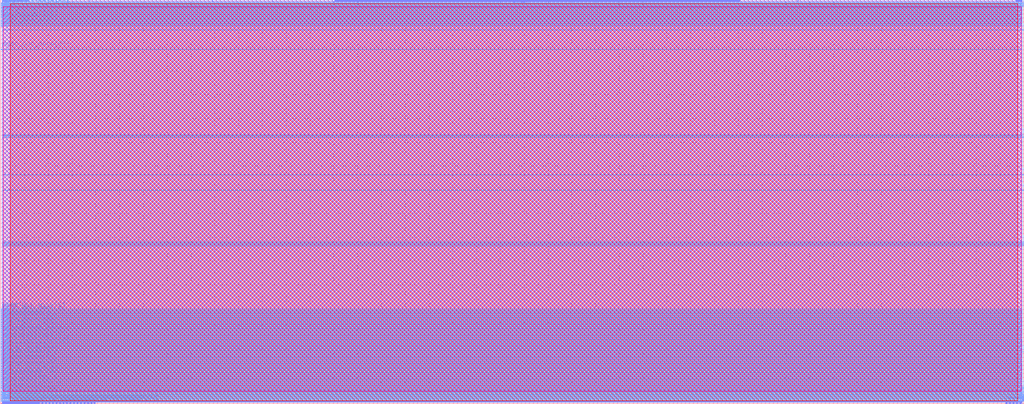
<source format=lef>
VERSION 5.7 ;
  NOWIREEXTENSIONATPIN ON ;
  DIVIDERCHAR "/" ;
  BUSBITCHARS "[]" ;
MACRO mgmt_core
  CLASS BLOCK ;
  FOREIGN mgmt_core ;
  ORIGIN 0.000 0.000 ;
  SIZE 2150.000 BY 850.000 ;
  PIN clock
    DIRECTION INPUT ;
    PORT
      LAYER met2 ;
        RECT 2.850 0.000 3.130 4.000 ;
    END
  END clock
  PIN core_clk
    DIRECTION OUTPUT TRISTATE ;
    PORT
      LAYER met2 ;
        RECT 571.410 846.000 571.690 850.000 ;
    END
  END core_clk
  PIN core_rstn
    DIRECTION OUTPUT TRISTATE ;
    PORT
      LAYER met2 ;
        RECT 1127.090 846.000 1127.370 850.000 ;
    END
  END core_rstn
  PIN flash_clk
    DIRECTION OUTPUT TRISTATE ;
    PORT
      LAYER met2 ;
        RECT 4.690 0.000 4.970 4.000 ;
    END
  END flash_clk
  PIN flash_clk_ieb
    DIRECTION OUTPUT TRISTATE ;
    PORT
      LAYER met3 ;
        RECT 0.000 5.480 4.000 6.080 ;
    END
  END flash_clk_ieb
  PIN flash_clk_oeb
    DIRECTION OUTPUT TRISTATE ;
    PORT
      LAYER met2 ;
        RECT 6.530 0.000 6.810 4.000 ;
    END
  END flash_clk_oeb
  PIN flash_csb
    DIRECTION OUTPUT TRISTATE ;
    PORT
      LAYER met3 ;
        RECT 0.000 8.200 4.000 8.800 ;
    END
  END flash_csb
  PIN flash_csb_ieb
    DIRECTION OUTPUT TRISTATE ;
    PORT
      LAYER met2 ;
        RECT 8.370 0.000 8.650 4.000 ;
    END
  END flash_csb_ieb
  PIN flash_csb_oeb
    DIRECTION OUTPUT TRISTATE ;
    PORT
      LAYER met2 ;
        RECT 10.210 0.000 10.490 4.000 ;
    END
  END flash_csb_oeb
  PIN flash_io0_di
    DIRECTION INPUT ;
    PORT
      LAYER met3 ;
        RECT 0.000 10.920 4.000 11.520 ;
    END
  END flash_io0_di
  PIN flash_io0_do
    DIRECTION OUTPUT TRISTATE ;
    PORT
      LAYER met2 ;
        RECT 12.050 0.000 12.330 4.000 ;
    END
  END flash_io0_do
  PIN flash_io0_ieb
    DIRECTION OUTPUT TRISTATE ;
    PORT
      LAYER met3 ;
        RECT 0.000 13.640 4.000 14.240 ;
    END
  END flash_io0_ieb
  PIN flash_io0_oeb
    DIRECTION OUTPUT TRISTATE ;
    PORT
      LAYER met2 ;
        RECT 13.890 0.000 14.170 4.000 ;
    END
  END flash_io0_oeb
  PIN flash_io1_di
    DIRECTION INPUT ;
    PORT
      LAYER met2 ;
        RECT 15.730 0.000 16.010 4.000 ;
    END
  END flash_io1_di
  PIN flash_io1_do
    DIRECTION OUTPUT TRISTATE ;
    PORT
      LAYER met3 ;
        RECT 0.000 16.360 4.000 16.960 ;
    END
  END flash_io1_do
  PIN flash_io1_ieb
    DIRECTION OUTPUT TRISTATE ;
    PORT
      LAYER met2 ;
        RECT 17.570 0.000 17.850 4.000 ;
    END
  END flash_io1_ieb
  PIN flash_io1_oeb
    DIRECTION OUTPUT TRISTATE ;
    PORT
      LAYER met3 ;
        RECT 0.000 19.080 4.000 19.680 ;
    END
  END flash_io1_oeb
  PIN gpio_in_pad
    DIRECTION INPUT ;
    PORT
      LAYER met2 ;
        RECT 19.410 0.000 19.690 4.000 ;
    END
  END gpio_in_pad
  PIN gpio_inenb_pad
    DIRECTION OUTPUT TRISTATE ;
    PORT
      LAYER met2 ;
        RECT 21.250 0.000 21.530 4.000 ;
    END
  END gpio_inenb_pad
  PIN gpio_mode0_pad
    DIRECTION OUTPUT TRISTATE ;
    PORT
      LAYER met3 ;
        RECT 0.000 21.800 4.000 22.400 ;
    END
  END gpio_mode0_pad
  PIN gpio_mode1_pad
    DIRECTION OUTPUT TRISTATE ;
    PORT
      LAYER met2 ;
        RECT 23.090 0.000 23.370 4.000 ;
    END
  END gpio_mode1_pad
  PIN gpio_out_pad
    DIRECTION OUTPUT TRISTATE ;
    PORT
      LAYER met3 ;
        RECT 0.000 24.520 4.000 25.120 ;
    END
  END gpio_out_pad
  PIN gpio_outenb_pad
    DIRECTION OUTPUT TRISTATE ;
    PORT
      LAYER met2 ;
        RECT 24.930 0.000 25.210 4.000 ;
    END
  END gpio_outenb_pad
  PIN jtag_out
    DIRECTION OUTPUT TRISTATE ;
    PORT
      LAYER met3 ;
        RECT 2146.000 337.320 2150.000 337.920 ;
    END
  END jtag_out
  PIN jtag_outenb
    DIRECTION OUTPUT TRISTATE ;
    PORT
      LAYER met3 ;
        RECT 2146.000 334.600 2150.000 335.200 ;
    END
  END jtag_outenb
  PIN la_input[0]
    DIRECTION INPUT ;
    PORT
      LAYER met2 ;
        RECT 1125.250 846.000 1125.530 850.000 ;
    END
  END la_input[0]
  PIN la_input[100]
    DIRECTION INPUT ;
    PORT
      LAYER met2 ;
        RECT 1128.930 846.000 1129.210 850.000 ;
    END
  END la_input[100]
  PIN la_input[101]
    DIRECTION INPUT ;
    PORT
      LAYER met2 ;
        RECT 1123.410 846.000 1123.690 850.000 ;
    END
  END la_input[101]
  PIN la_input[102]
    DIRECTION INPUT ;
    PORT
      LAYER met2 ;
        RECT 1130.770 846.000 1131.050 850.000 ;
    END
  END la_input[102]
  PIN la_input[103]
    DIRECTION INPUT ;
    PORT
      LAYER met2 ;
        RECT 1121.570 846.000 1121.850 850.000 ;
    END
  END la_input[103]
  PIN la_input[104]
    DIRECTION INPUT ;
    PORT
      LAYER met2 ;
        RECT 1132.610 846.000 1132.890 850.000 ;
    END
  END la_input[104]
  PIN la_input[105]
    DIRECTION INPUT ;
    PORT
      LAYER met2 ;
        RECT 1119.730 846.000 1120.010 850.000 ;
    END
  END la_input[105]
  PIN la_input[106]
    DIRECTION INPUT ;
    PORT
      LAYER met2 ;
        RECT 1134.450 846.000 1134.730 850.000 ;
    END
  END la_input[106]
  PIN la_input[107]
    DIRECTION INPUT ;
    PORT
      LAYER met2 ;
        RECT 1117.890 846.000 1118.170 850.000 ;
    END
  END la_input[107]
  PIN la_input[108]
    DIRECTION INPUT ;
    PORT
      LAYER met2 ;
        RECT 1136.290 846.000 1136.570 850.000 ;
    END
  END la_input[108]
  PIN la_input[109]
    DIRECTION INPUT ;
    PORT
      LAYER met2 ;
        RECT 1116.050 846.000 1116.330 850.000 ;
    END
  END la_input[109]
  PIN la_input[10]
    DIRECTION INPUT ;
    PORT
      LAYER met2 ;
        RECT 1138.130 846.000 1138.410 850.000 ;
    END
  END la_input[10]
  PIN la_input[110]
    DIRECTION INPUT ;
    PORT
      LAYER met2 ;
        RECT 1114.210 846.000 1114.490 850.000 ;
    END
  END la_input[110]
  PIN la_input[111]
    DIRECTION INPUT ;
    PORT
      LAYER met2 ;
        RECT 1139.970 846.000 1140.250 850.000 ;
    END
  END la_input[111]
  PIN la_input[112]
    DIRECTION INPUT ;
    PORT
      LAYER met2 ;
        RECT 1112.370 846.000 1112.650 850.000 ;
    END
  END la_input[112]
  PIN la_input[113]
    DIRECTION INPUT ;
    PORT
      LAYER met2 ;
        RECT 1141.810 846.000 1142.090 850.000 ;
    END
  END la_input[113]
  PIN la_input[114]
    DIRECTION INPUT ;
    PORT
      LAYER met2 ;
        RECT 1110.530 846.000 1110.810 850.000 ;
    END
  END la_input[114]
  PIN la_input[115]
    DIRECTION INPUT ;
    PORT
      LAYER met2 ;
        RECT 1143.650 846.000 1143.930 850.000 ;
    END
  END la_input[115]
  PIN la_input[116]
    DIRECTION INPUT ;
    PORT
      LAYER met2 ;
        RECT 1108.690 846.000 1108.970 850.000 ;
    END
  END la_input[116]
  PIN la_input[117]
    DIRECTION INPUT ;
    PORT
      LAYER met2 ;
        RECT 1145.490 846.000 1145.770 850.000 ;
    END
  END la_input[117]
  PIN la_input[118]
    DIRECTION INPUT ;
    PORT
      LAYER met2 ;
        RECT 1106.850 846.000 1107.130 850.000 ;
    END
  END la_input[118]
  PIN la_input[119]
    DIRECTION INPUT ;
    PORT
      LAYER met2 ;
        RECT 1147.330 846.000 1147.610 850.000 ;
    END
  END la_input[119]
  PIN la_input[11]
    DIRECTION INPUT ;
    PORT
      LAYER met2 ;
        RECT 1105.010 846.000 1105.290 850.000 ;
    END
  END la_input[11]
  PIN la_input[120]
    DIRECTION INPUT ;
    PORT
      LAYER met2 ;
        RECT 1149.170 846.000 1149.450 850.000 ;
    END
  END la_input[120]
  PIN la_input[121]
    DIRECTION INPUT ;
    PORT
      LAYER met2 ;
        RECT 1103.170 846.000 1103.450 850.000 ;
    END
  END la_input[121]
  PIN la_input[122]
    DIRECTION INPUT ;
    PORT
      LAYER met2 ;
        RECT 1151.010 846.000 1151.290 850.000 ;
    END
  END la_input[122]
  PIN la_input[123]
    DIRECTION INPUT ;
    PORT
      LAYER met2 ;
        RECT 1101.330 846.000 1101.610 850.000 ;
    END
  END la_input[123]
  PIN la_input[124]
    DIRECTION INPUT ;
    PORT
      LAYER met2 ;
        RECT 1152.850 846.000 1153.130 850.000 ;
    END
  END la_input[124]
  PIN la_input[125]
    DIRECTION INPUT ;
    PORT
      LAYER met2 ;
        RECT 1099.490 846.000 1099.770 850.000 ;
    END
  END la_input[125]
  PIN la_input[126]
    DIRECTION INPUT ;
    PORT
      LAYER met2 ;
        RECT 1154.690 846.000 1154.970 850.000 ;
    END
  END la_input[126]
  PIN la_input[127]
    DIRECTION INPUT ;
    PORT
      LAYER met2 ;
        RECT 1097.650 846.000 1097.930 850.000 ;
    END
  END la_input[127]
  PIN la_input[12]
    DIRECTION INPUT ;
    PORT
      LAYER met2 ;
        RECT 1156.530 846.000 1156.810 850.000 ;
    END
  END la_input[12]
  PIN la_input[13]
    DIRECTION INPUT ;
    PORT
      LAYER met2 ;
        RECT 1095.810 846.000 1096.090 850.000 ;
    END
  END la_input[13]
  PIN la_input[14]
    DIRECTION INPUT ;
    PORT
      LAYER met2 ;
        RECT 1158.370 846.000 1158.650 850.000 ;
    END
  END la_input[14]
  PIN la_input[15]
    DIRECTION INPUT ;
    PORT
      LAYER met2 ;
        RECT 1093.970 846.000 1094.250 850.000 ;
    END
  END la_input[15]
  PIN la_input[16]
    DIRECTION INPUT ;
    PORT
      LAYER met2 ;
        RECT 1160.210 846.000 1160.490 850.000 ;
    END
  END la_input[16]
  PIN la_input[17]
    DIRECTION INPUT ;
    PORT
      LAYER met2 ;
        RECT 1092.130 846.000 1092.410 850.000 ;
    END
  END la_input[17]
  PIN la_input[18]
    DIRECTION INPUT ;
    PORT
      LAYER met2 ;
        RECT 1162.050 846.000 1162.330 850.000 ;
    END
  END la_input[18]
  PIN la_input[19]
    DIRECTION INPUT ;
    PORT
      LAYER met2 ;
        RECT 1090.290 846.000 1090.570 850.000 ;
    END
  END la_input[19]
  PIN la_input[1]
    DIRECTION INPUT ;
    PORT
      LAYER met2 ;
        RECT 1163.890 846.000 1164.170 850.000 ;
    END
  END la_input[1]
  PIN la_input[20]
    DIRECTION INPUT ;
    PORT
      LAYER met2 ;
        RECT 1088.450 846.000 1088.730 850.000 ;
    END
  END la_input[20]
  PIN la_input[21]
    DIRECTION INPUT ;
    PORT
      LAYER met2 ;
        RECT 1165.730 846.000 1166.010 850.000 ;
    END
  END la_input[21]
  PIN la_input[22]
    DIRECTION INPUT ;
    PORT
      LAYER met2 ;
        RECT 1086.610 846.000 1086.890 850.000 ;
    END
  END la_input[22]
  PIN la_input[23]
    DIRECTION INPUT ;
    PORT
      LAYER met2 ;
        RECT 1167.570 846.000 1167.850 850.000 ;
    END
  END la_input[23]
  PIN la_input[24]
    DIRECTION INPUT ;
    PORT
      LAYER met2 ;
        RECT 1084.770 846.000 1085.050 850.000 ;
    END
  END la_input[24]
  PIN la_input[25]
    DIRECTION INPUT ;
    PORT
      LAYER met2 ;
        RECT 1169.410 846.000 1169.690 850.000 ;
    END
  END la_input[25]
  PIN la_input[26]
    DIRECTION INPUT ;
    PORT
      LAYER met2 ;
        RECT 1082.930 846.000 1083.210 850.000 ;
    END
  END la_input[26]
  PIN la_input[27]
    DIRECTION INPUT ;
    PORT
      LAYER met2 ;
        RECT 1171.250 846.000 1171.530 850.000 ;
    END
  END la_input[27]
  PIN la_input[28]
    DIRECTION INPUT ;
    PORT
      LAYER met2 ;
        RECT 1081.090 846.000 1081.370 850.000 ;
    END
  END la_input[28]
  PIN la_input[29]
    DIRECTION INPUT ;
    PORT
      LAYER met2 ;
        RECT 1173.090 846.000 1173.370 850.000 ;
    END
  END la_input[29]
  PIN la_input[2]
    DIRECTION INPUT ;
    PORT
      LAYER met2 ;
        RECT 1079.250 846.000 1079.530 850.000 ;
    END
  END la_input[2]
  PIN la_input[30]
    DIRECTION INPUT ;
    PORT
      LAYER met2 ;
        RECT 1174.930 846.000 1175.210 850.000 ;
    END
  END la_input[30]
  PIN la_input[31]
    DIRECTION INPUT ;
    PORT
      LAYER met2 ;
        RECT 1077.410 846.000 1077.690 850.000 ;
    END
  END la_input[31]
  PIN la_input[32]
    DIRECTION INPUT ;
    PORT
      LAYER met2 ;
        RECT 1176.770 846.000 1177.050 850.000 ;
    END
  END la_input[32]
  PIN la_input[33]
    DIRECTION INPUT ;
    PORT
      LAYER met2 ;
        RECT 1075.570 846.000 1075.850 850.000 ;
    END
  END la_input[33]
  PIN la_input[34]
    DIRECTION INPUT ;
    PORT
      LAYER met2 ;
        RECT 1178.610 846.000 1178.890 850.000 ;
    END
  END la_input[34]
  PIN la_input[35]
    DIRECTION INPUT ;
    PORT
      LAYER met2 ;
        RECT 1073.730 846.000 1074.010 850.000 ;
    END
  END la_input[35]
  PIN la_input[36]
    DIRECTION INPUT ;
    PORT
      LAYER met2 ;
        RECT 1180.450 846.000 1180.730 850.000 ;
    END
  END la_input[36]
  PIN la_input[37]
    DIRECTION INPUT ;
    PORT
      LAYER met2 ;
        RECT 1071.890 846.000 1072.170 850.000 ;
    END
  END la_input[37]
  PIN la_input[38]
    DIRECTION INPUT ;
    PORT
      LAYER met2 ;
        RECT 1182.290 846.000 1182.570 850.000 ;
    END
  END la_input[38]
  PIN la_input[39]
    DIRECTION INPUT ;
    PORT
      LAYER met2 ;
        RECT 1070.050 846.000 1070.330 850.000 ;
    END
  END la_input[39]
  PIN la_input[3]
    DIRECTION INPUT ;
    PORT
      LAYER met2 ;
        RECT 1184.130 846.000 1184.410 850.000 ;
    END
  END la_input[3]
  PIN la_input[40]
    DIRECTION INPUT ;
    PORT
      LAYER met2 ;
        RECT 1068.210 846.000 1068.490 850.000 ;
    END
  END la_input[40]
  PIN la_input[41]
    DIRECTION INPUT ;
    PORT
      LAYER met2 ;
        RECT 1185.970 846.000 1186.250 850.000 ;
    END
  END la_input[41]
  PIN la_input[42]
    DIRECTION INPUT ;
    PORT
      LAYER met2 ;
        RECT 1066.370 846.000 1066.650 850.000 ;
    END
  END la_input[42]
  PIN la_input[43]
    DIRECTION INPUT ;
    PORT
      LAYER met2 ;
        RECT 1187.810 846.000 1188.090 850.000 ;
    END
  END la_input[43]
  PIN la_input[44]
    DIRECTION INPUT ;
    PORT
      LAYER met2 ;
        RECT 1064.530 846.000 1064.810 850.000 ;
    END
  END la_input[44]
  PIN la_input[45]
    DIRECTION INPUT ;
    PORT
      LAYER met2 ;
        RECT 1189.650 846.000 1189.930 850.000 ;
    END
  END la_input[45]
  PIN la_input[46]
    DIRECTION INPUT ;
    PORT
      LAYER met2 ;
        RECT 1062.690 846.000 1062.970 850.000 ;
    END
  END la_input[46]
  PIN la_input[47]
    DIRECTION INPUT ;
    PORT
      LAYER met2 ;
        RECT 1191.490 846.000 1191.770 850.000 ;
    END
  END la_input[47]
  PIN la_input[48]
    DIRECTION INPUT ;
    PORT
      LAYER met2 ;
        RECT 1060.850 846.000 1061.130 850.000 ;
    END
  END la_input[48]
  PIN la_input[49]
    DIRECTION INPUT ;
    PORT
      LAYER met2 ;
        RECT 1193.330 846.000 1193.610 850.000 ;
    END
  END la_input[49]
  PIN la_input[4]
    DIRECTION INPUT ;
    PORT
      LAYER met2 ;
        RECT 1059.010 846.000 1059.290 850.000 ;
    END
  END la_input[4]
  PIN la_input[50]
    DIRECTION INPUT ;
    PORT
      LAYER met2 ;
        RECT 1195.170 846.000 1195.450 850.000 ;
    END
  END la_input[50]
  PIN la_input[51]
    DIRECTION INPUT ;
    PORT
      LAYER met2 ;
        RECT 1057.170 846.000 1057.450 850.000 ;
    END
  END la_input[51]
  PIN la_input[52]
    DIRECTION INPUT ;
    PORT
      LAYER met2 ;
        RECT 1197.010 846.000 1197.290 850.000 ;
    END
  END la_input[52]
  PIN la_input[53]
    DIRECTION INPUT ;
    PORT
      LAYER met2 ;
        RECT 1055.330 846.000 1055.610 850.000 ;
    END
  END la_input[53]
  PIN la_input[54]
    DIRECTION INPUT ;
    PORT
      LAYER met2 ;
        RECT 1198.850 846.000 1199.130 850.000 ;
    END
  END la_input[54]
  PIN la_input[55]
    DIRECTION INPUT ;
    PORT
      LAYER met2 ;
        RECT 1053.490 846.000 1053.770 850.000 ;
    END
  END la_input[55]
  PIN la_input[56]
    DIRECTION INPUT ;
    PORT
      LAYER met2 ;
        RECT 1200.690 846.000 1200.970 850.000 ;
    END
  END la_input[56]
  PIN la_input[57]
    DIRECTION INPUT ;
    PORT
      LAYER met2 ;
        RECT 1051.650 846.000 1051.930 850.000 ;
    END
  END la_input[57]
  PIN la_input[58]
    DIRECTION INPUT ;
    PORT
      LAYER met2 ;
        RECT 1202.530 846.000 1202.810 850.000 ;
    END
  END la_input[58]
  PIN la_input[59]
    DIRECTION INPUT ;
    PORT
      LAYER met2 ;
        RECT 1049.810 846.000 1050.090 850.000 ;
    END
  END la_input[59]
  PIN la_input[5]
    DIRECTION INPUT ;
    PORT
      LAYER met2 ;
        RECT 1204.370 846.000 1204.650 850.000 ;
    END
  END la_input[5]
  PIN la_input[60]
    DIRECTION INPUT ;
    PORT
      LAYER met2 ;
        RECT 1047.970 846.000 1048.250 850.000 ;
    END
  END la_input[60]
  PIN la_input[61]
    DIRECTION INPUT ;
    PORT
      LAYER met2 ;
        RECT 1206.210 846.000 1206.490 850.000 ;
    END
  END la_input[61]
  PIN la_input[62]
    DIRECTION INPUT ;
    PORT
      LAYER met2 ;
        RECT 1046.130 846.000 1046.410 850.000 ;
    END
  END la_input[62]
  PIN la_input[63]
    DIRECTION INPUT ;
    PORT
      LAYER met2 ;
        RECT 1208.050 846.000 1208.330 850.000 ;
    END
  END la_input[63]
  PIN la_input[64]
    DIRECTION INPUT ;
    PORT
      LAYER met2 ;
        RECT 1044.290 846.000 1044.570 850.000 ;
    END
  END la_input[64]
  PIN la_input[65]
    DIRECTION INPUT ;
    PORT
      LAYER met2 ;
        RECT 1209.890 846.000 1210.170 850.000 ;
    END
  END la_input[65]
  PIN la_input[66]
    DIRECTION INPUT ;
    PORT
      LAYER met2 ;
        RECT 1042.450 846.000 1042.730 850.000 ;
    END
  END la_input[66]
  PIN la_input[67]
    DIRECTION INPUT ;
    PORT
      LAYER met2 ;
        RECT 1211.730 846.000 1212.010 850.000 ;
    END
  END la_input[67]
  PIN la_input[68]
    DIRECTION INPUT ;
    PORT
      LAYER met2 ;
        RECT 1040.610 846.000 1040.890 850.000 ;
    END
  END la_input[68]
  PIN la_input[69]
    DIRECTION INPUT ;
    PORT
      LAYER met2 ;
        RECT 1213.570 846.000 1213.850 850.000 ;
    END
  END la_input[69]
  PIN la_input[6]
    DIRECTION INPUT ;
    PORT
      LAYER met2 ;
        RECT 1038.770 846.000 1039.050 850.000 ;
    END
  END la_input[6]
  PIN la_input[70]
    DIRECTION INPUT ;
    PORT
      LAYER met2 ;
        RECT 1215.410 846.000 1215.690 850.000 ;
    END
  END la_input[70]
  PIN la_input[71]
    DIRECTION INPUT ;
    PORT
      LAYER met2 ;
        RECT 1036.930 846.000 1037.210 850.000 ;
    END
  END la_input[71]
  PIN la_input[72]
    DIRECTION INPUT ;
    PORT
      LAYER met2 ;
        RECT 1217.250 846.000 1217.530 850.000 ;
    END
  END la_input[72]
  PIN la_input[73]
    DIRECTION INPUT ;
    PORT
      LAYER met2 ;
        RECT 1035.090 846.000 1035.370 850.000 ;
    END
  END la_input[73]
  PIN la_input[74]
    DIRECTION INPUT ;
    PORT
      LAYER met2 ;
        RECT 1219.090 846.000 1219.370 850.000 ;
    END
  END la_input[74]
  PIN la_input[75]
    DIRECTION INPUT ;
    PORT
      LAYER met2 ;
        RECT 1033.250 846.000 1033.530 850.000 ;
    END
  END la_input[75]
  PIN la_input[76]
    DIRECTION INPUT ;
    PORT
      LAYER met2 ;
        RECT 1220.930 846.000 1221.210 850.000 ;
    END
  END la_input[76]
  PIN la_input[77]
    DIRECTION INPUT ;
    PORT
      LAYER met2 ;
        RECT 1031.410 846.000 1031.690 850.000 ;
    END
  END la_input[77]
  PIN la_input[78]
    DIRECTION INPUT ;
    PORT
      LAYER met2 ;
        RECT 1222.770 846.000 1223.050 850.000 ;
    END
  END la_input[78]
  PIN la_input[79]
    DIRECTION INPUT ;
    PORT
      LAYER met2 ;
        RECT 1029.570 846.000 1029.850 850.000 ;
    END
  END la_input[79]
  PIN la_input[7]
    DIRECTION INPUT ;
    PORT
      LAYER met2 ;
        RECT 1224.610 846.000 1224.890 850.000 ;
    END
  END la_input[7]
  PIN la_input[80]
    DIRECTION INPUT ;
    PORT
      LAYER met2 ;
        RECT 1027.730 846.000 1028.010 850.000 ;
    END
  END la_input[80]
  PIN la_input[81]
    DIRECTION INPUT ;
    PORT
      LAYER met2 ;
        RECT 1226.450 846.000 1226.730 850.000 ;
    END
  END la_input[81]
  PIN la_input[82]
    DIRECTION INPUT ;
    PORT
      LAYER met2 ;
        RECT 1025.890 846.000 1026.170 850.000 ;
    END
  END la_input[82]
  PIN la_input[83]
    DIRECTION INPUT ;
    PORT
      LAYER met2 ;
        RECT 1228.290 846.000 1228.570 850.000 ;
    END
  END la_input[83]
  PIN la_input[84]
    DIRECTION INPUT ;
    PORT
      LAYER met2 ;
        RECT 1024.050 846.000 1024.330 850.000 ;
    END
  END la_input[84]
  PIN la_input[85]
    DIRECTION INPUT ;
    PORT
      LAYER met2 ;
        RECT 1230.130 846.000 1230.410 850.000 ;
    END
  END la_input[85]
  PIN la_input[86]
    DIRECTION INPUT ;
    PORT
      LAYER met2 ;
        RECT 1022.210 846.000 1022.490 850.000 ;
    END
  END la_input[86]
  PIN la_input[87]
    DIRECTION INPUT ;
    PORT
      LAYER met2 ;
        RECT 1231.970 846.000 1232.250 850.000 ;
    END
  END la_input[87]
  PIN la_input[88]
    DIRECTION INPUT ;
    PORT
      LAYER met2 ;
        RECT 1020.370 846.000 1020.650 850.000 ;
    END
  END la_input[88]
  PIN la_input[89]
    DIRECTION INPUT ;
    PORT
      LAYER met2 ;
        RECT 1233.810 846.000 1234.090 850.000 ;
    END
  END la_input[89]
  PIN la_input[8]
    DIRECTION INPUT ;
    PORT
      LAYER met2 ;
        RECT 1018.530 846.000 1018.810 850.000 ;
    END
  END la_input[8]
  PIN la_input[90]
    DIRECTION INPUT ;
    PORT
      LAYER met2 ;
        RECT 1235.650 846.000 1235.930 850.000 ;
    END
  END la_input[90]
  PIN la_input[91]
    DIRECTION INPUT ;
    PORT
      LAYER met2 ;
        RECT 1016.690 846.000 1016.970 850.000 ;
    END
  END la_input[91]
  PIN la_input[92]
    DIRECTION INPUT ;
    PORT
      LAYER met2 ;
        RECT 1237.490 846.000 1237.770 850.000 ;
    END
  END la_input[92]
  PIN la_input[93]
    DIRECTION INPUT ;
    PORT
      LAYER met2 ;
        RECT 1014.850 846.000 1015.130 850.000 ;
    END
  END la_input[93]
  PIN la_input[94]
    DIRECTION INPUT ;
    PORT
      LAYER met2 ;
        RECT 1239.330 846.000 1239.610 850.000 ;
    END
  END la_input[94]
  PIN la_input[95]
    DIRECTION INPUT ;
    PORT
      LAYER met2 ;
        RECT 1013.010 846.000 1013.290 850.000 ;
    END
  END la_input[95]
  PIN la_input[96]
    DIRECTION INPUT ;
    PORT
      LAYER met2 ;
        RECT 1241.170 846.000 1241.450 850.000 ;
    END
  END la_input[96]
  PIN la_input[97]
    DIRECTION INPUT ;
    PORT
      LAYER met2 ;
        RECT 1011.170 846.000 1011.450 850.000 ;
    END
  END la_input[97]
  PIN la_input[98]
    DIRECTION INPUT ;
    PORT
      LAYER met2 ;
        RECT 1243.010 846.000 1243.290 850.000 ;
    END
  END la_input[98]
  PIN la_input[99]
    DIRECTION INPUT ;
    PORT
      LAYER met2 ;
        RECT 1009.330 846.000 1009.610 850.000 ;
    END
  END la_input[99]
  PIN la_input[9]
    DIRECTION INPUT ;
    PORT
      LAYER met2 ;
        RECT 1244.850 846.000 1245.130 850.000 ;
    END
  END la_input[9]
  PIN la_oen[0]
    DIRECTION OUTPUT TRISTATE ;
    PORT
      LAYER met2 ;
        RECT 1007.490 846.000 1007.770 850.000 ;
    END
  END la_oen[0]
  PIN la_oen[100]
    DIRECTION OUTPUT TRISTATE ;
    PORT
      LAYER met2 ;
        RECT 1246.690 846.000 1246.970 850.000 ;
    END
  END la_oen[100]
  PIN la_oen[101]
    DIRECTION OUTPUT TRISTATE ;
    PORT
      LAYER met2 ;
        RECT 1005.650 846.000 1005.930 850.000 ;
    END
  END la_oen[101]
  PIN la_oen[102]
    DIRECTION OUTPUT TRISTATE ;
    PORT
      LAYER met2 ;
        RECT 1248.530 846.000 1248.810 850.000 ;
    END
  END la_oen[102]
  PIN la_oen[103]
    DIRECTION OUTPUT TRISTATE ;
    PORT
      LAYER met2 ;
        RECT 1003.810 846.000 1004.090 850.000 ;
    END
  END la_oen[103]
  PIN la_oen[104]
    DIRECTION OUTPUT TRISTATE ;
    PORT
      LAYER met2 ;
        RECT 1250.370 846.000 1250.650 850.000 ;
    END
  END la_oen[104]
  PIN la_oen[105]
    DIRECTION OUTPUT TRISTATE ;
    PORT
      LAYER met2 ;
        RECT 1001.970 846.000 1002.250 850.000 ;
    END
  END la_oen[105]
  PIN la_oen[106]
    DIRECTION OUTPUT TRISTATE ;
    PORT
      LAYER met2 ;
        RECT 1252.210 846.000 1252.490 850.000 ;
    END
  END la_oen[106]
  PIN la_oen[107]
    DIRECTION OUTPUT TRISTATE ;
    PORT
      LAYER met2 ;
        RECT 1000.130 846.000 1000.410 850.000 ;
    END
  END la_oen[107]
  PIN la_oen[108]
    DIRECTION OUTPUT TRISTATE ;
    PORT
      LAYER met2 ;
        RECT 1254.050 846.000 1254.330 850.000 ;
    END
  END la_oen[108]
  PIN la_oen[109]
    DIRECTION OUTPUT TRISTATE ;
    PORT
      LAYER met2 ;
        RECT 998.290 846.000 998.570 850.000 ;
    END
  END la_oen[109]
  PIN la_oen[10]
    DIRECTION OUTPUT TRISTATE ;
    PORT
      LAYER met2 ;
        RECT 1255.890 846.000 1256.170 850.000 ;
    END
  END la_oen[10]
  PIN la_oen[110]
    DIRECTION OUTPUT TRISTATE ;
    PORT
      LAYER met2 ;
        RECT 996.450 846.000 996.730 850.000 ;
    END
  END la_oen[110]
  PIN la_oen[111]
    DIRECTION OUTPUT TRISTATE ;
    PORT
      LAYER met2 ;
        RECT 1257.730 846.000 1258.010 850.000 ;
    END
  END la_oen[111]
  PIN la_oen[112]
    DIRECTION OUTPUT TRISTATE ;
    PORT
      LAYER met2 ;
        RECT 994.610 846.000 994.890 850.000 ;
    END
  END la_oen[112]
  PIN la_oen[113]
    DIRECTION OUTPUT TRISTATE ;
    PORT
      LAYER met2 ;
        RECT 1259.570 846.000 1259.850 850.000 ;
    END
  END la_oen[113]
  PIN la_oen[114]
    DIRECTION OUTPUT TRISTATE ;
    PORT
      LAYER met2 ;
        RECT 992.770 846.000 993.050 850.000 ;
    END
  END la_oen[114]
  PIN la_oen[115]
    DIRECTION OUTPUT TRISTATE ;
    PORT
      LAYER met2 ;
        RECT 1261.410 846.000 1261.690 850.000 ;
    END
  END la_oen[115]
  PIN la_oen[116]
    DIRECTION OUTPUT TRISTATE ;
    PORT
      LAYER met2 ;
        RECT 990.930 846.000 991.210 850.000 ;
    END
  END la_oen[116]
  PIN la_oen[117]
    DIRECTION OUTPUT TRISTATE ;
    PORT
      LAYER met2 ;
        RECT 1263.250 846.000 1263.530 850.000 ;
    END
  END la_oen[117]
  PIN la_oen[118]
    DIRECTION OUTPUT TRISTATE ;
    PORT
      LAYER met2 ;
        RECT 989.090 846.000 989.370 850.000 ;
    END
  END la_oen[118]
  PIN la_oen[119]
    DIRECTION OUTPUT TRISTATE ;
    PORT
      LAYER met2 ;
        RECT 1265.090 846.000 1265.370 850.000 ;
    END
  END la_oen[119]
  PIN la_oen[11]
    DIRECTION OUTPUT TRISTATE ;
    PORT
      LAYER met2 ;
        RECT 987.250 846.000 987.530 850.000 ;
    END
  END la_oen[11]
  PIN la_oen[120]
    DIRECTION OUTPUT TRISTATE ;
    PORT
      LAYER met2 ;
        RECT 1266.930 846.000 1267.210 850.000 ;
    END
  END la_oen[120]
  PIN la_oen[121]
    DIRECTION OUTPUT TRISTATE ;
    PORT
      LAYER met2 ;
        RECT 985.410 846.000 985.690 850.000 ;
    END
  END la_oen[121]
  PIN la_oen[122]
    DIRECTION OUTPUT TRISTATE ;
    PORT
      LAYER met2 ;
        RECT 1268.770 846.000 1269.050 850.000 ;
    END
  END la_oen[122]
  PIN la_oen[123]
    DIRECTION OUTPUT TRISTATE ;
    PORT
      LAYER met2 ;
        RECT 983.570 846.000 983.850 850.000 ;
    END
  END la_oen[123]
  PIN la_oen[124]
    DIRECTION OUTPUT TRISTATE ;
    PORT
      LAYER met2 ;
        RECT 1270.610 846.000 1270.890 850.000 ;
    END
  END la_oen[124]
  PIN la_oen[125]
    DIRECTION OUTPUT TRISTATE ;
    PORT
      LAYER met2 ;
        RECT 981.730 846.000 982.010 850.000 ;
    END
  END la_oen[125]
  PIN la_oen[126]
    DIRECTION OUTPUT TRISTATE ;
    PORT
      LAYER met2 ;
        RECT 1272.450 846.000 1272.730 850.000 ;
    END
  END la_oen[126]
  PIN la_oen[127]
    DIRECTION OUTPUT TRISTATE ;
    PORT
      LAYER met2 ;
        RECT 979.890 846.000 980.170 850.000 ;
    END
  END la_oen[127]
  PIN la_oen[12]
    DIRECTION OUTPUT TRISTATE ;
    PORT
      LAYER met2 ;
        RECT 1274.290 846.000 1274.570 850.000 ;
    END
  END la_oen[12]
  PIN la_oen[13]
    DIRECTION OUTPUT TRISTATE ;
    PORT
      LAYER met2 ;
        RECT 978.050 846.000 978.330 850.000 ;
    END
  END la_oen[13]
  PIN la_oen[14]
    DIRECTION OUTPUT TRISTATE ;
    PORT
      LAYER met2 ;
        RECT 1276.130 846.000 1276.410 850.000 ;
    END
  END la_oen[14]
  PIN la_oen[15]
    DIRECTION OUTPUT TRISTATE ;
    PORT
      LAYER met2 ;
        RECT 976.210 846.000 976.490 850.000 ;
    END
  END la_oen[15]
  PIN la_oen[16]
    DIRECTION OUTPUT TRISTATE ;
    PORT
      LAYER met2 ;
        RECT 1277.970 846.000 1278.250 850.000 ;
    END
  END la_oen[16]
  PIN la_oen[17]
    DIRECTION OUTPUT TRISTATE ;
    PORT
      LAYER met2 ;
        RECT 974.370 846.000 974.650 850.000 ;
    END
  END la_oen[17]
  PIN la_oen[18]
    DIRECTION OUTPUT TRISTATE ;
    PORT
      LAYER met2 ;
        RECT 1279.810 846.000 1280.090 850.000 ;
    END
  END la_oen[18]
  PIN la_oen[19]
    DIRECTION OUTPUT TRISTATE ;
    PORT
      LAYER met2 ;
        RECT 972.530 846.000 972.810 850.000 ;
    END
  END la_oen[19]
  PIN la_oen[1]
    DIRECTION OUTPUT TRISTATE ;
    PORT
      LAYER met2 ;
        RECT 1281.650 846.000 1281.930 850.000 ;
    END
  END la_oen[1]
  PIN la_oen[20]
    DIRECTION OUTPUT TRISTATE ;
    PORT
      LAYER met2 ;
        RECT 970.690 846.000 970.970 850.000 ;
    END
  END la_oen[20]
  PIN la_oen[21]
    DIRECTION OUTPUT TRISTATE ;
    PORT
      LAYER met2 ;
        RECT 1283.490 846.000 1283.770 850.000 ;
    END
  END la_oen[21]
  PIN la_oen[22]
    DIRECTION OUTPUT TRISTATE ;
    PORT
      LAYER met2 ;
        RECT 968.850 846.000 969.130 850.000 ;
    END
  END la_oen[22]
  PIN la_oen[23]
    DIRECTION OUTPUT TRISTATE ;
    PORT
      LAYER met2 ;
        RECT 1285.330 846.000 1285.610 850.000 ;
    END
  END la_oen[23]
  PIN la_oen[24]
    DIRECTION OUTPUT TRISTATE ;
    PORT
      LAYER met2 ;
        RECT 967.010 846.000 967.290 850.000 ;
    END
  END la_oen[24]
  PIN la_oen[25]
    DIRECTION OUTPUT TRISTATE ;
    PORT
      LAYER met2 ;
        RECT 1287.170 846.000 1287.450 850.000 ;
    END
  END la_oen[25]
  PIN la_oen[26]
    DIRECTION OUTPUT TRISTATE ;
    PORT
      LAYER met2 ;
        RECT 965.170 846.000 965.450 850.000 ;
    END
  END la_oen[26]
  PIN la_oen[27]
    DIRECTION OUTPUT TRISTATE ;
    PORT
      LAYER met2 ;
        RECT 1289.010 846.000 1289.290 850.000 ;
    END
  END la_oen[27]
  PIN la_oen[28]
    DIRECTION OUTPUT TRISTATE ;
    PORT
      LAYER met2 ;
        RECT 963.330 846.000 963.610 850.000 ;
    END
  END la_oen[28]
  PIN la_oen[29]
    DIRECTION OUTPUT TRISTATE ;
    PORT
      LAYER met2 ;
        RECT 1290.850 846.000 1291.130 850.000 ;
    END
  END la_oen[29]
  PIN la_oen[2]
    DIRECTION OUTPUT TRISTATE ;
    PORT
      LAYER met2 ;
        RECT 961.490 846.000 961.770 850.000 ;
    END
  END la_oen[2]
  PIN la_oen[30]
    DIRECTION OUTPUT TRISTATE ;
    PORT
      LAYER met2 ;
        RECT 1292.690 846.000 1292.970 850.000 ;
    END
  END la_oen[30]
  PIN la_oen[31]
    DIRECTION OUTPUT TRISTATE ;
    PORT
      LAYER met2 ;
        RECT 959.650 846.000 959.930 850.000 ;
    END
  END la_oen[31]
  PIN la_oen[32]
    DIRECTION OUTPUT TRISTATE ;
    PORT
      LAYER met2 ;
        RECT 1294.530 846.000 1294.810 850.000 ;
    END
  END la_oen[32]
  PIN la_oen[33]
    DIRECTION OUTPUT TRISTATE ;
    PORT
      LAYER met2 ;
        RECT 957.810 846.000 958.090 850.000 ;
    END
  END la_oen[33]
  PIN la_oen[34]
    DIRECTION OUTPUT TRISTATE ;
    PORT
      LAYER met2 ;
        RECT 1296.370 846.000 1296.650 850.000 ;
    END
  END la_oen[34]
  PIN la_oen[35]
    DIRECTION OUTPUT TRISTATE ;
    PORT
      LAYER met2 ;
        RECT 955.970 846.000 956.250 850.000 ;
    END
  END la_oen[35]
  PIN la_oen[36]
    DIRECTION OUTPUT TRISTATE ;
    PORT
      LAYER met2 ;
        RECT 1298.210 846.000 1298.490 850.000 ;
    END
  END la_oen[36]
  PIN la_oen[37]
    DIRECTION OUTPUT TRISTATE ;
    PORT
      LAYER met2 ;
        RECT 954.130 846.000 954.410 850.000 ;
    END
  END la_oen[37]
  PIN la_oen[38]
    DIRECTION OUTPUT TRISTATE ;
    PORT
      LAYER met2 ;
        RECT 1300.050 846.000 1300.330 850.000 ;
    END
  END la_oen[38]
  PIN la_oen[39]
    DIRECTION OUTPUT TRISTATE ;
    PORT
      LAYER met2 ;
        RECT 952.290 846.000 952.570 850.000 ;
    END
  END la_oen[39]
  PIN la_oen[3]
    DIRECTION OUTPUT TRISTATE ;
    PORT
      LAYER met2 ;
        RECT 1301.890 846.000 1302.170 850.000 ;
    END
  END la_oen[3]
  PIN la_oen[40]
    DIRECTION OUTPUT TRISTATE ;
    PORT
      LAYER met2 ;
        RECT 950.450 846.000 950.730 850.000 ;
    END
  END la_oen[40]
  PIN la_oen[41]
    DIRECTION OUTPUT TRISTATE ;
    PORT
      LAYER met2 ;
        RECT 1303.730 846.000 1304.010 850.000 ;
    END
  END la_oen[41]
  PIN la_oen[42]
    DIRECTION OUTPUT TRISTATE ;
    PORT
      LAYER met2 ;
        RECT 948.610 846.000 948.890 850.000 ;
    END
  END la_oen[42]
  PIN la_oen[43]
    DIRECTION OUTPUT TRISTATE ;
    PORT
      LAYER met2 ;
        RECT 1305.570 846.000 1305.850 850.000 ;
    END
  END la_oen[43]
  PIN la_oen[44]
    DIRECTION OUTPUT TRISTATE ;
    PORT
      LAYER met2 ;
        RECT 946.770 846.000 947.050 850.000 ;
    END
  END la_oen[44]
  PIN la_oen[45]
    DIRECTION OUTPUT TRISTATE ;
    PORT
      LAYER met2 ;
        RECT 1307.410 846.000 1307.690 850.000 ;
    END
  END la_oen[45]
  PIN la_oen[46]
    DIRECTION OUTPUT TRISTATE ;
    PORT
      LAYER met2 ;
        RECT 944.930 846.000 945.210 850.000 ;
    END
  END la_oen[46]
  PIN la_oen[47]
    DIRECTION OUTPUT TRISTATE ;
    PORT
      LAYER met2 ;
        RECT 1309.250 846.000 1309.530 850.000 ;
    END
  END la_oen[47]
  PIN la_oen[48]
    DIRECTION OUTPUT TRISTATE ;
    PORT
      LAYER met2 ;
        RECT 943.090 846.000 943.370 850.000 ;
    END
  END la_oen[48]
  PIN la_oen[49]
    DIRECTION OUTPUT TRISTATE ;
    PORT
      LAYER met2 ;
        RECT 1311.090 846.000 1311.370 850.000 ;
    END
  END la_oen[49]
  PIN la_oen[4]
    DIRECTION OUTPUT TRISTATE ;
    PORT
      LAYER met2 ;
        RECT 941.250 846.000 941.530 850.000 ;
    END
  END la_oen[4]
  PIN la_oen[50]
    DIRECTION OUTPUT TRISTATE ;
    PORT
      LAYER met2 ;
        RECT 1312.930 846.000 1313.210 850.000 ;
    END
  END la_oen[50]
  PIN la_oen[51]
    DIRECTION OUTPUT TRISTATE ;
    PORT
      LAYER met2 ;
        RECT 939.410 846.000 939.690 850.000 ;
    END
  END la_oen[51]
  PIN la_oen[52]
    DIRECTION OUTPUT TRISTATE ;
    PORT
      LAYER met2 ;
        RECT 1314.770 846.000 1315.050 850.000 ;
    END
  END la_oen[52]
  PIN la_oen[53]
    DIRECTION OUTPUT TRISTATE ;
    PORT
      LAYER met2 ;
        RECT 937.570 846.000 937.850 850.000 ;
    END
  END la_oen[53]
  PIN la_oen[54]
    DIRECTION OUTPUT TRISTATE ;
    PORT
      LAYER met2 ;
        RECT 1316.610 846.000 1316.890 850.000 ;
    END
  END la_oen[54]
  PIN la_oen[55]
    DIRECTION OUTPUT TRISTATE ;
    PORT
      LAYER met2 ;
        RECT 935.730 846.000 936.010 850.000 ;
    END
  END la_oen[55]
  PIN la_oen[56]
    DIRECTION OUTPUT TRISTATE ;
    PORT
      LAYER met2 ;
        RECT 1318.450 846.000 1318.730 850.000 ;
    END
  END la_oen[56]
  PIN la_oen[57]
    DIRECTION OUTPUT TRISTATE ;
    PORT
      LAYER met2 ;
        RECT 933.890 846.000 934.170 850.000 ;
    END
  END la_oen[57]
  PIN la_oen[58]
    DIRECTION OUTPUT TRISTATE ;
    PORT
      LAYER met2 ;
        RECT 1320.290 846.000 1320.570 850.000 ;
    END
  END la_oen[58]
  PIN la_oen[59]
    DIRECTION OUTPUT TRISTATE ;
    PORT
      LAYER met2 ;
        RECT 932.050 846.000 932.330 850.000 ;
    END
  END la_oen[59]
  PIN la_oen[5]
    DIRECTION OUTPUT TRISTATE ;
    PORT
      LAYER met2 ;
        RECT 1322.130 846.000 1322.410 850.000 ;
    END
  END la_oen[5]
  PIN la_oen[60]
    DIRECTION OUTPUT TRISTATE ;
    PORT
      LAYER met2 ;
        RECT 930.210 846.000 930.490 850.000 ;
    END
  END la_oen[60]
  PIN la_oen[61]
    DIRECTION OUTPUT TRISTATE ;
    PORT
      LAYER met2 ;
        RECT 1323.970 846.000 1324.250 850.000 ;
    END
  END la_oen[61]
  PIN la_oen[62]
    DIRECTION OUTPUT TRISTATE ;
    PORT
      LAYER met2 ;
        RECT 928.370 846.000 928.650 850.000 ;
    END
  END la_oen[62]
  PIN la_oen[63]
    DIRECTION OUTPUT TRISTATE ;
    PORT
      LAYER met2 ;
        RECT 1325.810 846.000 1326.090 850.000 ;
    END
  END la_oen[63]
  PIN la_oen[64]
    DIRECTION OUTPUT TRISTATE ;
    PORT
      LAYER met2 ;
        RECT 926.530 846.000 926.810 850.000 ;
    END
  END la_oen[64]
  PIN la_oen[65]
    DIRECTION OUTPUT TRISTATE ;
    PORT
      LAYER met2 ;
        RECT 1327.650 846.000 1327.930 850.000 ;
    END
  END la_oen[65]
  PIN la_oen[66]
    DIRECTION OUTPUT TRISTATE ;
    PORT
      LAYER met2 ;
        RECT 924.690 846.000 924.970 850.000 ;
    END
  END la_oen[66]
  PIN la_oen[67]
    DIRECTION OUTPUT TRISTATE ;
    PORT
      LAYER met2 ;
        RECT 1329.490 846.000 1329.770 850.000 ;
    END
  END la_oen[67]
  PIN la_oen[68]
    DIRECTION OUTPUT TRISTATE ;
    PORT
      LAYER met2 ;
        RECT 922.850 846.000 923.130 850.000 ;
    END
  END la_oen[68]
  PIN la_oen[69]
    DIRECTION OUTPUT TRISTATE ;
    PORT
      LAYER met2 ;
        RECT 1331.330 846.000 1331.610 850.000 ;
    END
  END la_oen[69]
  PIN la_oen[6]
    DIRECTION OUTPUT TRISTATE ;
    PORT
      LAYER met2 ;
        RECT 921.010 846.000 921.290 850.000 ;
    END
  END la_oen[6]
  PIN la_oen[70]
    DIRECTION OUTPUT TRISTATE ;
    PORT
      LAYER met2 ;
        RECT 1333.170 846.000 1333.450 850.000 ;
    END
  END la_oen[70]
  PIN la_oen[71]
    DIRECTION OUTPUT TRISTATE ;
    PORT
      LAYER met2 ;
        RECT 919.170 846.000 919.450 850.000 ;
    END
  END la_oen[71]
  PIN la_oen[72]
    DIRECTION OUTPUT TRISTATE ;
    PORT
      LAYER met2 ;
        RECT 1335.010 846.000 1335.290 850.000 ;
    END
  END la_oen[72]
  PIN la_oen[73]
    DIRECTION OUTPUT TRISTATE ;
    PORT
      LAYER met2 ;
        RECT 917.330 846.000 917.610 850.000 ;
    END
  END la_oen[73]
  PIN la_oen[74]
    DIRECTION OUTPUT TRISTATE ;
    PORT
      LAYER met2 ;
        RECT 1336.850 846.000 1337.130 850.000 ;
    END
  END la_oen[74]
  PIN la_oen[75]
    DIRECTION OUTPUT TRISTATE ;
    PORT
      LAYER met2 ;
        RECT 915.490 846.000 915.770 850.000 ;
    END
  END la_oen[75]
  PIN la_oen[76]
    DIRECTION OUTPUT TRISTATE ;
    PORT
      LAYER met2 ;
        RECT 1338.690 846.000 1338.970 850.000 ;
    END
  END la_oen[76]
  PIN la_oen[77]
    DIRECTION OUTPUT TRISTATE ;
    PORT
      LAYER met2 ;
        RECT 913.650 846.000 913.930 850.000 ;
    END
  END la_oen[77]
  PIN la_oen[78]
    DIRECTION OUTPUT TRISTATE ;
    PORT
      LAYER met2 ;
        RECT 1340.530 846.000 1340.810 850.000 ;
    END
  END la_oen[78]
  PIN la_oen[79]
    DIRECTION OUTPUT TRISTATE ;
    PORT
      LAYER met2 ;
        RECT 911.810 846.000 912.090 850.000 ;
    END
  END la_oen[79]
  PIN la_oen[7]
    DIRECTION OUTPUT TRISTATE ;
    PORT
      LAYER met2 ;
        RECT 1342.370 846.000 1342.650 850.000 ;
    END
  END la_oen[7]
  PIN la_oen[80]
    DIRECTION OUTPUT TRISTATE ;
    PORT
      LAYER met2 ;
        RECT 909.970 846.000 910.250 850.000 ;
    END
  END la_oen[80]
  PIN la_oen[81]
    DIRECTION OUTPUT TRISTATE ;
    PORT
      LAYER met2 ;
        RECT 1344.210 846.000 1344.490 850.000 ;
    END
  END la_oen[81]
  PIN la_oen[82]
    DIRECTION OUTPUT TRISTATE ;
    PORT
      LAYER met2 ;
        RECT 908.130 846.000 908.410 850.000 ;
    END
  END la_oen[82]
  PIN la_oen[83]
    DIRECTION OUTPUT TRISTATE ;
    PORT
      LAYER met2 ;
        RECT 1346.050 846.000 1346.330 850.000 ;
    END
  END la_oen[83]
  PIN la_oen[84]
    DIRECTION OUTPUT TRISTATE ;
    PORT
      LAYER met2 ;
        RECT 906.290 846.000 906.570 850.000 ;
    END
  END la_oen[84]
  PIN la_oen[85]
    DIRECTION OUTPUT TRISTATE ;
    PORT
      LAYER met2 ;
        RECT 1347.890 846.000 1348.170 850.000 ;
    END
  END la_oen[85]
  PIN la_oen[86]
    DIRECTION OUTPUT TRISTATE ;
    PORT
      LAYER met2 ;
        RECT 904.450 846.000 904.730 850.000 ;
    END
  END la_oen[86]
  PIN la_oen[87]
    DIRECTION OUTPUT TRISTATE ;
    PORT
      LAYER met2 ;
        RECT 1349.730 846.000 1350.010 850.000 ;
    END
  END la_oen[87]
  PIN la_oen[88]
    DIRECTION OUTPUT TRISTATE ;
    PORT
      LAYER met2 ;
        RECT 902.610 846.000 902.890 850.000 ;
    END
  END la_oen[88]
  PIN la_oen[89]
    DIRECTION OUTPUT TRISTATE ;
    PORT
      LAYER met2 ;
        RECT 1351.570 846.000 1351.850 850.000 ;
    END
  END la_oen[89]
  PIN la_oen[8]
    DIRECTION OUTPUT TRISTATE ;
    PORT
      LAYER met2 ;
        RECT 900.770 846.000 901.050 850.000 ;
    END
  END la_oen[8]
  PIN la_oen[90]
    DIRECTION OUTPUT TRISTATE ;
    PORT
      LAYER met2 ;
        RECT 1353.410 846.000 1353.690 850.000 ;
    END
  END la_oen[90]
  PIN la_oen[91]
    DIRECTION OUTPUT TRISTATE ;
    PORT
      LAYER met2 ;
        RECT 898.930 846.000 899.210 850.000 ;
    END
  END la_oen[91]
  PIN la_oen[92]
    DIRECTION OUTPUT TRISTATE ;
    PORT
      LAYER met2 ;
        RECT 1355.250 846.000 1355.530 850.000 ;
    END
  END la_oen[92]
  PIN la_oen[93]
    DIRECTION OUTPUT TRISTATE ;
    PORT
      LAYER met2 ;
        RECT 897.090 846.000 897.370 850.000 ;
    END
  END la_oen[93]
  PIN la_oen[94]
    DIRECTION OUTPUT TRISTATE ;
    PORT
      LAYER met2 ;
        RECT 1357.090 846.000 1357.370 850.000 ;
    END
  END la_oen[94]
  PIN la_oen[95]
    DIRECTION OUTPUT TRISTATE ;
    PORT
      LAYER met2 ;
        RECT 895.250 846.000 895.530 850.000 ;
    END
  END la_oen[95]
  PIN la_oen[96]
    DIRECTION OUTPUT TRISTATE ;
    PORT
      LAYER met2 ;
        RECT 1358.930 846.000 1359.210 850.000 ;
    END
  END la_oen[96]
  PIN la_oen[97]
    DIRECTION OUTPUT TRISTATE ;
    PORT
      LAYER met2 ;
        RECT 893.410 846.000 893.690 850.000 ;
    END
  END la_oen[97]
  PIN la_oen[98]
    DIRECTION OUTPUT TRISTATE ;
    PORT
      LAYER met2 ;
        RECT 1360.770 846.000 1361.050 850.000 ;
    END
  END la_oen[98]
  PIN la_oen[99]
    DIRECTION OUTPUT TRISTATE ;
    PORT
      LAYER met2 ;
        RECT 891.570 846.000 891.850 850.000 ;
    END
  END la_oen[99]
  PIN la_oen[9]
    DIRECTION OUTPUT TRISTATE ;
    PORT
      LAYER met2 ;
        RECT 1362.610 846.000 1362.890 850.000 ;
    END
  END la_oen[9]
  PIN la_output[0]
    DIRECTION OUTPUT TRISTATE ;
    PORT
      LAYER met2 ;
        RECT 889.730 846.000 890.010 850.000 ;
    END
  END la_output[0]
  PIN la_output[100]
    DIRECTION OUTPUT TRISTATE ;
    PORT
      LAYER met2 ;
        RECT 1364.450 846.000 1364.730 850.000 ;
    END
  END la_output[100]
  PIN la_output[101]
    DIRECTION OUTPUT TRISTATE ;
    PORT
      LAYER met2 ;
        RECT 887.890 846.000 888.170 850.000 ;
    END
  END la_output[101]
  PIN la_output[102]
    DIRECTION OUTPUT TRISTATE ;
    PORT
      LAYER met2 ;
        RECT 1366.290 846.000 1366.570 850.000 ;
    END
  END la_output[102]
  PIN la_output[103]
    DIRECTION OUTPUT TRISTATE ;
    PORT
      LAYER met2 ;
        RECT 886.050 846.000 886.330 850.000 ;
    END
  END la_output[103]
  PIN la_output[104]
    DIRECTION OUTPUT TRISTATE ;
    PORT
      LAYER met2 ;
        RECT 1368.130 846.000 1368.410 850.000 ;
    END
  END la_output[104]
  PIN la_output[105]
    DIRECTION OUTPUT TRISTATE ;
    PORT
      LAYER met2 ;
        RECT 884.210 846.000 884.490 850.000 ;
    END
  END la_output[105]
  PIN la_output[106]
    DIRECTION OUTPUT TRISTATE ;
    PORT
      LAYER met2 ;
        RECT 1369.970 846.000 1370.250 850.000 ;
    END
  END la_output[106]
  PIN la_output[107]
    DIRECTION OUTPUT TRISTATE ;
    PORT
      LAYER met2 ;
        RECT 882.370 846.000 882.650 850.000 ;
    END
  END la_output[107]
  PIN la_output[108]
    DIRECTION OUTPUT TRISTATE ;
    PORT
      LAYER met2 ;
        RECT 1371.810 846.000 1372.090 850.000 ;
    END
  END la_output[108]
  PIN la_output[109]
    DIRECTION OUTPUT TRISTATE ;
    PORT
      LAYER met2 ;
        RECT 880.530 846.000 880.810 850.000 ;
    END
  END la_output[109]
  PIN la_output[10]
    DIRECTION OUTPUT TRISTATE ;
    PORT
      LAYER met2 ;
        RECT 1373.650 846.000 1373.930 850.000 ;
    END
  END la_output[10]
  PIN la_output[110]
    DIRECTION OUTPUT TRISTATE ;
    PORT
      LAYER met2 ;
        RECT 878.690 846.000 878.970 850.000 ;
    END
  END la_output[110]
  PIN la_output[111]
    DIRECTION OUTPUT TRISTATE ;
    PORT
      LAYER met2 ;
        RECT 1375.490 846.000 1375.770 850.000 ;
    END
  END la_output[111]
  PIN la_output[112]
    DIRECTION OUTPUT TRISTATE ;
    PORT
      LAYER met2 ;
        RECT 876.850 846.000 877.130 850.000 ;
    END
  END la_output[112]
  PIN la_output[113]
    DIRECTION OUTPUT TRISTATE ;
    PORT
      LAYER met2 ;
        RECT 1377.330 846.000 1377.610 850.000 ;
    END
  END la_output[113]
  PIN la_output[114]
    DIRECTION OUTPUT TRISTATE ;
    PORT
      LAYER met2 ;
        RECT 875.010 846.000 875.290 850.000 ;
    END
  END la_output[114]
  PIN la_output[115]
    DIRECTION OUTPUT TRISTATE ;
    PORT
      LAYER met2 ;
        RECT 1379.170 846.000 1379.450 850.000 ;
    END
  END la_output[115]
  PIN la_output[116]
    DIRECTION OUTPUT TRISTATE ;
    PORT
      LAYER met2 ;
        RECT 873.170 846.000 873.450 850.000 ;
    END
  END la_output[116]
  PIN la_output[117]
    DIRECTION OUTPUT TRISTATE ;
    PORT
      LAYER met2 ;
        RECT 1381.010 846.000 1381.290 850.000 ;
    END
  END la_output[117]
  PIN la_output[118]
    DIRECTION OUTPUT TRISTATE ;
    PORT
      LAYER met2 ;
        RECT 871.330 846.000 871.610 850.000 ;
    END
  END la_output[118]
  PIN la_output[119]
    DIRECTION OUTPUT TRISTATE ;
    PORT
      LAYER met2 ;
        RECT 1382.850 846.000 1383.130 850.000 ;
    END
  END la_output[119]
  PIN la_output[11]
    DIRECTION OUTPUT TRISTATE ;
    PORT
      LAYER met2 ;
        RECT 869.490 846.000 869.770 850.000 ;
    END
  END la_output[11]
  PIN la_output[120]
    DIRECTION OUTPUT TRISTATE ;
    PORT
      LAYER met2 ;
        RECT 1384.690 846.000 1384.970 850.000 ;
    END
  END la_output[120]
  PIN la_output[121]
    DIRECTION OUTPUT TRISTATE ;
    PORT
      LAYER met2 ;
        RECT 867.650 846.000 867.930 850.000 ;
    END
  END la_output[121]
  PIN la_output[122]
    DIRECTION OUTPUT TRISTATE ;
    PORT
      LAYER met2 ;
        RECT 1386.530 846.000 1386.810 850.000 ;
    END
  END la_output[122]
  PIN la_output[123]
    DIRECTION OUTPUT TRISTATE ;
    PORT
      LAYER met2 ;
        RECT 865.810 846.000 866.090 850.000 ;
    END
  END la_output[123]
  PIN la_output[124]
    DIRECTION OUTPUT TRISTATE ;
    PORT
      LAYER met2 ;
        RECT 1388.370 846.000 1388.650 850.000 ;
    END
  END la_output[124]
  PIN la_output[125]
    DIRECTION OUTPUT TRISTATE ;
    PORT
      LAYER met2 ;
        RECT 863.970 846.000 864.250 850.000 ;
    END
  END la_output[125]
  PIN la_output[126]
    DIRECTION OUTPUT TRISTATE ;
    PORT
      LAYER met2 ;
        RECT 1390.210 846.000 1390.490 850.000 ;
    END
  END la_output[126]
  PIN la_output[127]
    DIRECTION OUTPUT TRISTATE ;
    PORT
      LAYER met2 ;
        RECT 862.130 846.000 862.410 850.000 ;
    END
  END la_output[127]
  PIN la_output[12]
    DIRECTION OUTPUT TRISTATE ;
    PORT
      LAYER met2 ;
        RECT 1392.050 846.000 1392.330 850.000 ;
    END
  END la_output[12]
  PIN la_output[13]
    DIRECTION OUTPUT TRISTATE ;
    PORT
      LAYER met2 ;
        RECT 860.290 846.000 860.570 850.000 ;
    END
  END la_output[13]
  PIN la_output[14]
    DIRECTION OUTPUT TRISTATE ;
    PORT
      LAYER met2 ;
        RECT 1393.890 846.000 1394.170 850.000 ;
    END
  END la_output[14]
  PIN la_output[15]
    DIRECTION OUTPUT TRISTATE ;
    PORT
      LAYER met2 ;
        RECT 858.450 846.000 858.730 850.000 ;
    END
  END la_output[15]
  PIN la_output[16]
    DIRECTION OUTPUT TRISTATE ;
    PORT
      LAYER met2 ;
        RECT 1395.730 846.000 1396.010 850.000 ;
    END
  END la_output[16]
  PIN la_output[17]
    DIRECTION OUTPUT TRISTATE ;
    PORT
      LAYER met2 ;
        RECT 856.610 846.000 856.890 850.000 ;
    END
  END la_output[17]
  PIN la_output[18]
    DIRECTION OUTPUT TRISTATE ;
    PORT
      LAYER met2 ;
        RECT 1397.570 846.000 1397.850 850.000 ;
    END
  END la_output[18]
  PIN la_output[19]
    DIRECTION OUTPUT TRISTATE ;
    PORT
      LAYER met2 ;
        RECT 854.770 846.000 855.050 850.000 ;
    END
  END la_output[19]
  PIN la_output[1]
    DIRECTION OUTPUT TRISTATE ;
    PORT
      LAYER met2 ;
        RECT 1399.410 846.000 1399.690 850.000 ;
    END
  END la_output[1]
  PIN la_output[20]
    DIRECTION OUTPUT TRISTATE ;
    PORT
      LAYER met2 ;
        RECT 852.930 846.000 853.210 850.000 ;
    END
  END la_output[20]
  PIN la_output[21]
    DIRECTION OUTPUT TRISTATE ;
    PORT
      LAYER met2 ;
        RECT 1401.250 846.000 1401.530 850.000 ;
    END
  END la_output[21]
  PIN la_output[22]
    DIRECTION OUTPUT TRISTATE ;
    PORT
      LAYER met2 ;
        RECT 851.090 846.000 851.370 850.000 ;
    END
  END la_output[22]
  PIN la_output[23]
    DIRECTION OUTPUT TRISTATE ;
    PORT
      LAYER met2 ;
        RECT 1403.090 846.000 1403.370 850.000 ;
    END
  END la_output[23]
  PIN la_output[24]
    DIRECTION OUTPUT TRISTATE ;
    PORT
      LAYER met2 ;
        RECT 849.250 846.000 849.530 850.000 ;
    END
  END la_output[24]
  PIN la_output[25]
    DIRECTION OUTPUT TRISTATE ;
    PORT
      LAYER met2 ;
        RECT 1404.930 846.000 1405.210 850.000 ;
    END
  END la_output[25]
  PIN la_output[26]
    DIRECTION OUTPUT TRISTATE ;
    PORT
      LAYER met2 ;
        RECT 847.410 846.000 847.690 850.000 ;
    END
  END la_output[26]
  PIN la_output[27]
    DIRECTION OUTPUT TRISTATE ;
    PORT
      LAYER met2 ;
        RECT 1406.770 846.000 1407.050 850.000 ;
    END
  END la_output[27]
  PIN la_output[28]
    DIRECTION OUTPUT TRISTATE ;
    PORT
      LAYER met2 ;
        RECT 845.570 846.000 845.850 850.000 ;
    END
  END la_output[28]
  PIN la_output[29]
    DIRECTION OUTPUT TRISTATE ;
    PORT
      LAYER met2 ;
        RECT 1408.610 846.000 1408.890 850.000 ;
    END
  END la_output[29]
  PIN la_output[2]
    DIRECTION OUTPUT TRISTATE ;
    PORT
      LAYER met2 ;
        RECT 843.730 846.000 844.010 850.000 ;
    END
  END la_output[2]
  PIN la_output[30]
    DIRECTION OUTPUT TRISTATE ;
    PORT
      LAYER met2 ;
        RECT 1410.450 846.000 1410.730 850.000 ;
    END
  END la_output[30]
  PIN la_output[31]
    DIRECTION OUTPUT TRISTATE ;
    PORT
      LAYER met2 ;
        RECT 841.890 846.000 842.170 850.000 ;
    END
  END la_output[31]
  PIN la_output[32]
    DIRECTION OUTPUT TRISTATE ;
    PORT
      LAYER met2 ;
        RECT 1412.290 846.000 1412.570 850.000 ;
    END
  END la_output[32]
  PIN la_output[33]
    DIRECTION OUTPUT TRISTATE ;
    PORT
      LAYER met2 ;
        RECT 840.050 846.000 840.330 850.000 ;
    END
  END la_output[33]
  PIN la_output[34]
    DIRECTION OUTPUT TRISTATE ;
    PORT
      LAYER met2 ;
        RECT 1414.130 846.000 1414.410 850.000 ;
    END
  END la_output[34]
  PIN la_output[35]
    DIRECTION OUTPUT TRISTATE ;
    PORT
      LAYER met2 ;
        RECT 838.210 846.000 838.490 850.000 ;
    END
  END la_output[35]
  PIN la_output[36]
    DIRECTION OUTPUT TRISTATE ;
    PORT
      LAYER met2 ;
        RECT 1415.970 846.000 1416.250 850.000 ;
    END
  END la_output[36]
  PIN la_output[37]
    DIRECTION OUTPUT TRISTATE ;
    PORT
      LAYER met2 ;
        RECT 836.370 846.000 836.650 850.000 ;
    END
  END la_output[37]
  PIN la_output[38]
    DIRECTION OUTPUT TRISTATE ;
    PORT
      LAYER met2 ;
        RECT 1417.810 846.000 1418.090 850.000 ;
    END
  END la_output[38]
  PIN la_output[39]
    DIRECTION OUTPUT TRISTATE ;
    PORT
      LAYER met2 ;
        RECT 834.530 846.000 834.810 850.000 ;
    END
  END la_output[39]
  PIN la_output[3]
    DIRECTION OUTPUT TRISTATE ;
    PORT
      LAYER met2 ;
        RECT 1419.650 846.000 1419.930 850.000 ;
    END
  END la_output[3]
  PIN la_output[40]
    DIRECTION OUTPUT TRISTATE ;
    PORT
      LAYER met2 ;
        RECT 832.690 846.000 832.970 850.000 ;
    END
  END la_output[40]
  PIN la_output[41]
    DIRECTION OUTPUT TRISTATE ;
    PORT
      LAYER met2 ;
        RECT 1421.490 846.000 1421.770 850.000 ;
    END
  END la_output[41]
  PIN la_output[42]
    DIRECTION OUTPUT TRISTATE ;
    PORT
      LAYER met2 ;
        RECT 830.850 846.000 831.130 850.000 ;
    END
  END la_output[42]
  PIN la_output[43]
    DIRECTION OUTPUT TRISTATE ;
    PORT
      LAYER met2 ;
        RECT 1423.330 846.000 1423.610 850.000 ;
    END
  END la_output[43]
  PIN la_output[44]
    DIRECTION OUTPUT TRISTATE ;
    PORT
      LAYER met2 ;
        RECT 829.010 846.000 829.290 850.000 ;
    END
  END la_output[44]
  PIN la_output[45]
    DIRECTION OUTPUT TRISTATE ;
    PORT
      LAYER met2 ;
        RECT 1425.170 846.000 1425.450 850.000 ;
    END
  END la_output[45]
  PIN la_output[46]
    DIRECTION OUTPUT TRISTATE ;
    PORT
      LAYER met2 ;
        RECT 827.170 846.000 827.450 850.000 ;
    END
  END la_output[46]
  PIN la_output[47]
    DIRECTION OUTPUT TRISTATE ;
    PORT
      LAYER met2 ;
        RECT 1427.010 846.000 1427.290 850.000 ;
    END
  END la_output[47]
  PIN la_output[48]
    DIRECTION OUTPUT TRISTATE ;
    PORT
      LAYER met2 ;
        RECT 825.330 846.000 825.610 850.000 ;
    END
  END la_output[48]
  PIN la_output[49]
    DIRECTION OUTPUT TRISTATE ;
    PORT
      LAYER met2 ;
        RECT 1428.850 846.000 1429.130 850.000 ;
    END
  END la_output[49]
  PIN la_output[4]
    DIRECTION OUTPUT TRISTATE ;
    PORT
      LAYER met2 ;
        RECT 823.490 846.000 823.770 850.000 ;
    END
  END la_output[4]
  PIN la_output[50]
    DIRECTION OUTPUT TRISTATE ;
    PORT
      LAYER met2 ;
        RECT 1430.690 846.000 1430.970 850.000 ;
    END
  END la_output[50]
  PIN la_output[51]
    DIRECTION OUTPUT TRISTATE ;
    PORT
      LAYER met2 ;
        RECT 821.650 846.000 821.930 850.000 ;
    END
  END la_output[51]
  PIN la_output[52]
    DIRECTION OUTPUT TRISTATE ;
    PORT
      LAYER met2 ;
        RECT 1432.530 846.000 1432.810 850.000 ;
    END
  END la_output[52]
  PIN la_output[53]
    DIRECTION OUTPUT TRISTATE ;
    PORT
      LAYER met2 ;
        RECT 819.810 846.000 820.090 850.000 ;
    END
  END la_output[53]
  PIN la_output[54]
    DIRECTION OUTPUT TRISTATE ;
    PORT
      LAYER met2 ;
        RECT 1434.370 846.000 1434.650 850.000 ;
    END
  END la_output[54]
  PIN la_output[55]
    DIRECTION OUTPUT TRISTATE ;
    PORT
      LAYER met2 ;
        RECT 817.970 846.000 818.250 850.000 ;
    END
  END la_output[55]
  PIN la_output[56]
    DIRECTION OUTPUT TRISTATE ;
    PORT
      LAYER met2 ;
        RECT 1436.210 846.000 1436.490 850.000 ;
    END
  END la_output[56]
  PIN la_output[57]
    DIRECTION OUTPUT TRISTATE ;
    PORT
      LAYER met2 ;
        RECT 816.130 846.000 816.410 850.000 ;
    END
  END la_output[57]
  PIN la_output[58]
    DIRECTION OUTPUT TRISTATE ;
    PORT
      LAYER met2 ;
        RECT 1438.050 846.000 1438.330 850.000 ;
    END
  END la_output[58]
  PIN la_output[59]
    DIRECTION OUTPUT TRISTATE ;
    PORT
      LAYER met2 ;
        RECT 814.290 846.000 814.570 850.000 ;
    END
  END la_output[59]
  PIN la_output[5]
    DIRECTION OUTPUT TRISTATE ;
    PORT
      LAYER met2 ;
        RECT 1439.890 846.000 1440.170 850.000 ;
    END
  END la_output[5]
  PIN la_output[60]
    DIRECTION OUTPUT TRISTATE ;
    PORT
      LAYER met2 ;
        RECT 812.450 846.000 812.730 850.000 ;
    END
  END la_output[60]
  PIN la_output[61]
    DIRECTION OUTPUT TRISTATE ;
    PORT
      LAYER met2 ;
        RECT 1441.730 846.000 1442.010 850.000 ;
    END
  END la_output[61]
  PIN la_output[62]
    DIRECTION OUTPUT TRISTATE ;
    PORT
      LAYER met2 ;
        RECT 810.610 846.000 810.890 850.000 ;
    END
  END la_output[62]
  PIN la_output[63]
    DIRECTION OUTPUT TRISTATE ;
    PORT
      LAYER met2 ;
        RECT 1443.570 846.000 1443.850 850.000 ;
    END
  END la_output[63]
  PIN la_output[64]
    DIRECTION OUTPUT TRISTATE ;
    PORT
      LAYER met2 ;
        RECT 808.770 846.000 809.050 850.000 ;
    END
  END la_output[64]
  PIN la_output[65]
    DIRECTION OUTPUT TRISTATE ;
    PORT
      LAYER met2 ;
        RECT 1445.410 846.000 1445.690 850.000 ;
    END
  END la_output[65]
  PIN la_output[66]
    DIRECTION OUTPUT TRISTATE ;
    PORT
      LAYER met2 ;
        RECT 806.930 846.000 807.210 850.000 ;
    END
  END la_output[66]
  PIN la_output[67]
    DIRECTION OUTPUT TRISTATE ;
    PORT
      LAYER met2 ;
        RECT 1447.250 846.000 1447.530 850.000 ;
    END
  END la_output[67]
  PIN la_output[68]
    DIRECTION OUTPUT TRISTATE ;
    PORT
      LAYER met2 ;
        RECT 805.090 846.000 805.370 850.000 ;
    END
  END la_output[68]
  PIN la_output[69]
    DIRECTION OUTPUT TRISTATE ;
    PORT
      LAYER met2 ;
        RECT 1449.090 846.000 1449.370 850.000 ;
    END
  END la_output[69]
  PIN la_output[6]
    DIRECTION OUTPUT TRISTATE ;
    PORT
      LAYER met2 ;
        RECT 803.250 846.000 803.530 850.000 ;
    END
  END la_output[6]
  PIN la_output[70]
    DIRECTION OUTPUT TRISTATE ;
    PORT
      LAYER met2 ;
        RECT 1450.930 846.000 1451.210 850.000 ;
    END
  END la_output[70]
  PIN la_output[71]
    DIRECTION OUTPUT TRISTATE ;
    PORT
      LAYER met2 ;
        RECT 801.410 846.000 801.690 850.000 ;
    END
  END la_output[71]
  PIN la_output[72]
    DIRECTION OUTPUT TRISTATE ;
    PORT
      LAYER met2 ;
        RECT 1452.770 846.000 1453.050 850.000 ;
    END
  END la_output[72]
  PIN la_output[73]
    DIRECTION OUTPUT TRISTATE ;
    PORT
      LAYER met2 ;
        RECT 799.570 846.000 799.850 850.000 ;
    END
  END la_output[73]
  PIN la_output[74]
    DIRECTION OUTPUT TRISTATE ;
    PORT
      LAYER met2 ;
        RECT 1454.610 846.000 1454.890 850.000 ;
    END
  END la_output[74]
  PIN la_output[75]
    DIRECTION OUTPUT TRISTATE ;
    PORT
      LAYER met2 ;
        RECT 797.730 846.000 798.010 850.000 ;
    END
  END la_output[75]
  PIN la_output[76]
    DIRECTION OUTPUT TRISTATE ;
    PORT
      LAYER met2 ;
        RECT 1456.450 846.000 1456.730 850.000 ;
    END
  END la_output[76]
  PIN la_output[77]
    DIRECTION OUTPUT TRISTATE ;
    PORT
      LAYER met2 ;
        RECT 795.890 846.000 796.170 850.000 ;
    END
  END la_output[77]
  PIN la_output[78]
    DIRECTION OUTPUT TRISTATE ;
    PORT
      LAYER met2 ;
        RECT 1458.290 846.000 1458.570 850.000 ;
    END
  END la_output[78]
  PIN la_output[79]
    DIRECTION OUTPUT TRISTATE ;
    PORT
      LAYER met2 ;
        RECT 794.050 846.000 794.330 850.000 ;
    END
  END la_output[79]
  PIN la_output[7]
    DIRECTION OUTPUT TRISTATE ;
    PORT
      LAYER met2 ;
        RECT 1460.130 846.000 1460.410 850.000 ;
    END
  END la_output[7]
  PIN la_output[80]
    DIRECTION OUTPUT TRISTATE ;
    PORT
      LAYER met2 ;
        RECT 792.210 846.000 792.490 850.000 ;
    END
  END la_output[80]
  PIN la_output[81]
    DIRECTION OUTPUT TRISTATE ;
    PORT
      LAYER met2 ;
        RECT 1461.970 846.000 1462.250 850.000 ;
    END
  END la_output[81]
  PIN la_output[82]
    DIRECTION OUTPUT TRISTATE ;
    PORT
      LAYER met2 ;
        RECT 790.370 846.000 790.650 850.000 ;
    END
  END la_output[82]
  PIN la_output[83]
    DIRECTION OUTPUT TRISTATE ;
    PORT
      LAYER met2 ;
        RECT 1463.810 846.000 1464.090 850.000 ;
    END
  END la_output[83]
  PIN la_output[84]
    DIRECTION OUTPUT TRISTATE ;
    PORT
      LAYER met2 ;
        RECT 788.530 846.000 788.810 850.000 ;
    END
  END la_output[84]
  PIN la_output[85]
    DIRECTION OUTPUT TRISTATE ;
    PORT
      LAYER met2 ;
        RECT 1465.650 846.000 1465.930 850.000 ;
    END
  END la_output[85]
  PIN la_output[86]
    DIRECTION OUTPUT TRISTATE ;
    PORT
      LAYER met2 ;
        RECT 786.690 846.000 786.970 850.000 ;
    END
  END la_output[86]
  PIN la_output[87]
    DIRECTION OUTPUT TRISTATE ;
    PORT
      LAYER met2 ;
        RECT 1467.490 846.000 1467.770 850.000 ;
    END
  END la_output[87]
  PIN la_output[88]
    DIRECTION OUTPUT TRISTATE ;
    PORT
      LAYER met2 ;
        RECT 784.850 846.000 785.130 850.000 ;
    END
  END la_output[88]
  PIN la_output[89]
    DIRECTION OUTPUT TRISTATE ;
    PORT
      LAYER met2 ;
        RECT 1469.330 846.000 1469.610 850.000 ;
    END
  END la_output[89]
  PIN la_output[8]
    DIRECTION OUTPUT TRISTATE ;
    PORT
      LAYER met2 ;
        RECT 783.010 846.000 783.290 850.000 ;
    END
  END la_output[8]
  PIN la_output[90]
    DIRECTION OUTPUT TRISTATE ;
    PORT
      LAYER met2 ;
        RECT 1471.170 846.000 1471.450 850.000 ;
    END
  END la_output[90]
  PIN la_output[91]
    DIRECTION OUTPUT TRISTATE ;
    PORT
      LAYER met2 ;
        RECT 781.170 846.000 781.450 850.000 ;
    END
  END la_output[91]
  PIN la_output[92]
    DIRECTION OUTPUT TRISTATE ;
    PORT
      LAYER met2 ;
        RECT 1473.010 846.000 1473.290 850.000 ;
    END
  END la_output[92]
  PIN la_output[93]
    DIRECTION OUTPUT TRISTATE ;
    PORT
      LAYER met2 ;
        RECT 779.330 846.000 779.610 850.000 ;
    END
  END la_output[93]
  PIN la_output[94]
    DIRECTION OUTPUT TRISTATE ;
    PORT
      LAYER met2 ;
        RECT 1474.850 846.000 1475.130 850.000 ;
    END
  END la_output[94]
  PIN la_output[95]
    DIRECTION OUTPUT TRISTATE ;
    PORT
      LAYER met2 ;
        RECT 777.490 846.000 777.770 850.000 ;
    END
  END la_output[95]
  PIN la_output[96]
    DIRECTION OUTPUT TRISTATE ;
    PORT
      LAYER met2 ;
        RECT 1476.690 846.000 1476.970 850.000 ;
    END
  END la_output[96]
  PIN la_output[97]
    DIRECTION OUTPUT TRISTATE ;
    PORT
      LAYER met2 ;
        RECT 775.650 846.000 775.930 850.000 ;
    END
  END la_output[97]
  PIN la_output[98]
    DIRECTION OUTPUT TRISTATE ;
    PORT
      LAYER met2 ;
        RECT 1478.530 846.000 1478.810 850.000 ;
    END
  END la_output[98]
  PIN la_output[99]
    DIRECTION OUTPUT TRISTATE ;
    PORT
      LAYER met2 ;
        RECT 773.810 846.000 774.090 850.000 ;
    END
  END la_output[99]
  PIN la_output[9]
    DIRECTION OUTPUT TRISTATE ;
    PORT
      LAYER met2 ;
        RECT 1480.370 846.000 1480.650 850.000 ;
    END
  END la_output[9]
  PIN mask_rev[0]
    DIRECTION INPUT ;
    PORT
      LAYER met2 ;
        RECT 2146.450 0.000 2146.730 4.000 ;
    END
  END mask_rev[0]
  PIN mask_rev[10]
    DIRECTION INPUT ;
    PORT
      LAYER met2 ;
        RECT 2144.610 0.000 2144.890 4.000 ;
    END
  END mask_rev[10]
  PIN mask_rev[11]
    DIRECTION INPUT ;
    PORT
      LAYER met3 ;
        RECT 2146.000 5.480 2150.000 6.080 ;
    END
  END mask_rev[11]
  PIN mask_rev[12]
    DIRECTION INPUT ;
    PORT
      LAYER met2 ;
        RECT 2142.770 0.000 2143.050 4.000 ;
    END
  END mask_rev[12]
  PIN mask_rev[13]
    DIRECTION INPUT ;
    PORT
      LAYER met3 ;
        RECT 2146.000 8.200 2150.000 8.800 ;
    END
  END mask_rev[13]
  PIN mask_rev[14]
    DIRECTION INPUT ;
    PORT
      LAYER met2 ;
        RECT 2140.930 0.000 2141.210 4.000 ;
    END
  END mask_rev[14]
  PIN mask_rev[15]
    DIRECTION INPUT ;
    PORT
      LAYER met2 ;
        RECT 2139.090 0.000 2139.370 4.000 ;
    END
  END mask_rev[15]
  PIN mask_rev[16]
    DIRECTION INPUT ;
    PORT
      LAYER met3 ;
        RECT 2146.000 10.920 2150.000 11.520 ;
    END
  END mask_rev[16]
  PIN mask_rev[17]
    DIRECTION INPUT ;
    PORT
      LAYER met2 ;
        RECT 2137.250 0.000 2137.530 4.000 ;
    END
  END mask_rev[17]
  PIN mask_rev[18]
    DIRECTION INPUT ;
    PORT
      LAYER met3 ;
        RECT 2146.000 13.640 2150.000 14.240 ;
    END
  END mask_rev[18]
  PIN mask_rev[19]
    DIRECTION INPUT ;
    PORT
      LAYER met2 ;
        RECT 2135.410 0.000 2135.690 4.000 ;
    END
  END mask_rev[19]
  PIN mask_rev[1]
    DIRECTION INPUT ;
    PORT
      LAYER met2 ;
        RECT 2133.570 0.000 2133.850 4.000 ;
    END
  END mask_rev[1]
  PIN mask_rev[20]
    DIRECTION INPUT ;
    PORT
      LAYER met3 ;
        RECT 2146.000 16.360 2150.000 16.960 ;
    END
  END mask_rev[20]
  PIN mask_rev[21]
    DIRECTION INPUT ;
    PORT
      LAYER met2 ;
        RECT 2131.730 0.000 2132.010 4.000 ;
    END
  END mask_rev[21]
  PIN mask_rev[22]
    DIRECTION INPUT ;
    PORT
      LAYER met3 ;
        RECT 2146.000 19.080 2150.000 19.680 ;
    END
  END mask_rev[22]
  PIN mask_rev[23]
    DIRECTION INPUT ;
    PORT
      LAYER met2 ;
        RECT 2129.890 0.000 2130.170 4.000 ;
    END
  END mask_rev[23]
  PIN mask_rev[24]
    DIRECTION INPUT ;
    PORT
      LAYER met2 ;
        RECT 2128.050 0.000 2128.330 4.000 ;
    END
  END mask_rev[24]
  PIN mask_rev[25]
    DIRECTION INPUT ;
    PORT
      LAYER met3 ;
        RECT 2146.000 21.800 2150.000 22.400 ;
    END
  END mask_rev[25]
  PIN mask_rev[26]
    DIRECTION INPUT ;
    PORT
      LAYER met2 ;
        RECT 2126.210 0.000 2126.490 4.000 ;
    END
  END mask_rev[26]
  PIN mask_rev[27]
    DIRECTION INPUT ;
    PORT
      LAYER met3 ;
        RECT 2146.000 24.520 2150.000 25.120 ;
    END
  END mask_rev[27]
  PIN mask_rev[28]
    DIRECTION INPUT ;
    PORT
      LAYER met2 ;
        RECT 2124.370 0.000 2124.650 4.000 ;
    END
  END mask_rev[28]
  PIN mask_rev[29]
    DIRECTION INPUT ;
    PORT
      LAYER met2 ;
        RECT 2122.530 0.000 2122.810 4.000 ;
    END
  END mask_rev[29]
  PIN mask_rev[2]
    DIRECTION INPUT ;
    PORT
      LAYER met3 ;
        RECT 2146.000 27.240 2150.000 27.840 ;
    END
  END mask_rev[2]
  PIN mask_rev[30]
    DIRECTION INPUT ;
    PORT
      LAYER met2 ;
        RECT 2120.690 0.000 2120.970 4.000 ;
    END
  END mask_rev[30]
  PIN mask_rev[31]
    DIRECTION INPUT ;
    PORT
      LAYER met3 ;
        RECT 2146.000 29.960 2150.000 30.560 ;
    END
  END mask_rev[31]
  PIN mask_rev[3]
    DIRECTION INPUT ;
    PORT
      LAYER met2 ;
        RECT 2118.850 0.000 2119.130 4.000 ;
    END
  END mask_rev[3]
  PIN mask_rev[4]
    DIRECTION INPUT ;
    PORT
      LAYER met2 ;
        RECT 2117.010 0.000 2117.290 4.000 ;
    END
  END mask_rev[4]
  PIN mask_rev[5]
    DIRECTION INPUT ;
    PORT
      LAYER met3 ;
        RECT 2146.000 32.680 2150.000 33.280 ;
    END
  END mask_rev[5]
  PIN mask_rev[6]
    DIRECTION INPUT ;
    PORT
      LAYER met2 ;
        RECT 2115.170 0.000 2115.450 4.000 ;
    END
  END mask_rev[6]
  PIN mask_rev[7]
    DIRECTION INPUT ;
    PORT
      LAYER met3 ;
        RECT 2146.000 35.400 2150.000 36.000 ;
    END
  END mask_rev[7]
  PIN mask_rev[8]
    DIRECTION INPUT ;
    PORT
      LAYER met2 ;
        RECT 2113.330 0.000 2113.610 4.000 ;
    END
  END mask_rev[8]
  PIN mask_rev[9]
    DIRECTION INPUT ;
    PORT
      LAYER met2 ;
        RECT 2111.490 0.000 2111.770 4.000 ;
    END
  END mask_rev[9]
  PIN mgmt_addr[0]
    DIRECTION OUTPUT TRISTATE ;
    PORT
      LAYER met2 ;
        RECT 26.770 0.000 27.050 4.000 ;
    END
  END mgmt_addr[0]
  PIN mgmt_addr[1]
    DIRECTION OUTPUT TRISTATE ;
    PORT
      LAYER met3 ;
        RECT 0.000 27.240 4.000 27.840 ;
    END
  END mgmt_addr[1]
  PIN mgmt_addr[2]
    DIRECTION OUTPUT TRISTATE ;
    PORT
      LAYER met2 ;
        RECT 28.610 0.000 28.890 4.000 ;
    END
  END mgmt_addr[2]
  PIN mgmt_addr[3]
    DIRECTION OUTPUT TRISTATE ;
    PORT
      LAYER met3 ;
        RECT 0.000 29.960 4.000 30.560 ;
    END
  END mgmt_addr[3]
  PIN mgmt_addr[4]
    DIRECTION OUTPUT TRISTATE ;
    PORT
      LAYER met2 ;
        RECT 30.450 0.000 30.730 4.000 ;
    END
  END mgmt_addr[4]
  PIN mgmt_addr[5]
    DIRECTION OUTPUT TRISTATE ;
    PORT
      LAYER met2 ;
        RECT 32.290 0.000 32.570 4.000 ;
    END
  END mgmt_addr[5]
  PIN mgmt_addr[6]
    DIRECTION OUTPUT TRISTATE ;
    PORT
      LAYER met3 ;
        RECT 0.000 32.680 4.000 33.280 ;
    END
  END mgmt_addr[6]
  PIN mgmt_addr[7]
    DIRECTION OUTPUT TRISTATE ;
    PORT
      LAYER met2 ;
        RECT 34.130 0.000 34.410 4.000 ;
    END
  END mgmt_addr[7]
  PIN mgmt_addr_ro[0]
    DIRECTION OUTPUT TRISTATE ;
    PORT
      LAYER met3 ;
        RECT 0.000 35.400 4.000 36.000 ;
    END
  END mgmt_addr_ro[0]
  PIN mgmt_addr_ro[1]
    DIRECTION OUTPUT TRISTATE ;
    PORT
      LAYER met2 ;
        RECT 35.970 0.000 36.250 4.000 ;
    END
  END mgmt_addr_ro[1]
  PIN mgmt_addr_ro[2]
    DIRECTION OUTPUT TRISTATE ;
    PORT
      LAYER met2 ;
        RECT 37.810 0.000 38.090 4.000 ;
    END
  END mgmt_addr_ro[2]
  PIN mgmt_addr_ro[3]
    DIRECTION OUTPUT TRISTATE ;
    PORT
      LAYER met3 ;
        RECT 0.000 38.120 4.000 38.720 ;
    END
  END mgmt_addr_ro[3]
  PIN mgmt_addr_ro[4]
    DIRECTION OUTPUT TRISTATE ;
    PORT
      LAYER met2 ;
        RECT 39.650 0.000 39.930 4.000 ;
    END
  END mgmt_addr_ro[4]
  PIN mgmt_addr_ro[5]
    DIRECTION OUTPUT TRISTATE ;
    PORT
      LAYER met3 ;
        RECT 0.000 40.840 4.000 41.440 ;
    END
  END mgmt_addr_ro[5]
  PIN mgmt_addr_ro[6]
    DIRECTION OUTPUT TRISTATE ;
    PORT
      LAYER met2 ;
        RECT 41.490 0.000 41.770 4.000 ;
    END
  END mgmt_addr_ro[6]
  PIN mgmt_addr_ro[7]
    DIRECTION OUTPUT TRISTATE ;
    PORT
      LAYER met2 ;
        RECT 43.330 0.000 43.610 4.000 ;
    END
  END mgmt_addr_ro[7]
  PIN mgmt_ena[0]
    DIRECTION OUTPUT TRISTATE ;
    PORT
      LAYER met3 ;
        RECT 0.000 43.560 4.000 44.160 ;
    END
  END mgmt_ena[0]
  PIN mgmt_ena[1]
    DIRECTION OUTPUT TRISTATE ;
    PORT
      LAYER met2 ;
        RECT 45.170 0.000 45.450 4.000 ;
    END
  END mgmt_ena[1]
  PIN mgmt_ena_ro
    DIRECTION OUTPUT TRISTATE ;
    PORT
      LAYER met3 ;
        RECT 0.000 46.280 4.000 46.880 ;
    END
  END mgmt_ena_ro
  PIN mgmt_in_data[0]
    DIRECTION INPUT ;
    PORT
      LAYER met3 ;
        RECT 2146.000 340.040 2150.000 340.640 ;
    END
  END mgmt_in_data[0]
  PIN mgmt_in_data[10]
    DIRECTION INPUT ;
    PORT
      LAYER met2 ;
        RECT 3.770 0.000 4.050 4.000 ;
    END
  END mgmt_in_data[10]
  PIN mgmt_in_data[11]
    DIRECTION INPUT ;
    PORT
      LAYER met2 ;
        RECT 5.610 0.000 5.890 4.000 ;
    END
  END mgmt_in_data[11]
  PIN mgmt_in_data[12]
    DIRECTION INPUT ;
    PORT
      LAYER met2 ;
        RECT 7.450 0.000 7.730 4.000 ;
    END
  END mgmt_in_data[12]
  PIN mgmt_in_data[13]
    DIRECTION INPUT ;
    PORT
      LAYER met2 ;
        RECT 9.290 0.000 9.570 4.000 ;
    END
  END mgmt_in_data[13]
  PIN mgmt_in_data[14]
    DIRECTION INPUT ;
    PORT
      LAYER met2 ;
        RECT 11.130 0.000 11.410 4.000 ;
    END
  END mgmt_in_data[14]
  PIN mgmt_in_data[15]
    DIRECTION INPUT ;
    PORT
      LAYER met2 ;
        RECT 12.970 0.000 13.250 4.000 ;
    END
  END mgmt_in_data[15]
  PIN mgmt_in_data[16]
    DIRECTION INPUT ;
    PORT
      LAYER met2 ;
        RECT 14.810 0.000 15.090 4.000 ;
    END
  END mgmt_in_data[16]
  PIN mgmt_in_data[17]
    DIRECTION INPUT ;
    PORT
      LAYER met2 ;
        RECT 16.650 0.000 16.930 4.000 ;
    END
  END mgmt_in_data[17]
  PIN mgmt_in_data[18]
    DIRECTION INPUT ;
    PORT
      LAYER met2 ;
        RECT 18.490 0.000 18.770 4.000 ;
    END
  END mgmt_in_data[18]
  PIN mgmt_in_data[19]
    DIRECTION INPUT ;
    PORT
      LAYER met2 ;
        RECT 20.330 0.000 20.610 4.000 ;
    END
  END mgmt_in_data[19]
  PIN mgmt_in_data[1]
    DIRECTION INPUT ;
    PORT
      LAYER met3 ;
        RECT 2146.000 563.080 2150.000 563.680 ;
    END
  END mgmt_in_data[1]
  PIN mgmt_in_data[20]
    DIRECTION INPUT ;
    PORT
      LAYER met2 ;
        RECT 22.170 0.000 22.450 4.000 ;
    END
  END mgmt_in_data[20]
  PIN mgmt_in_data[21]
    DIRECTION INPUT ;
    PORT
      LAYER met2 ;
        RECT 24.010 0.000 24.290 4.000 ;
    END
  END mgmt_in_data[21]
  PIN mgmt_in_data[22]
    DIRECTION INPUT ;
    PORT
      LAYER met2 ;
        RECT 25.850 0.000 26.130 4.000 ;
    END
  END mgmt_in_data[22]
  PIN mgmt_in_data[23]
    DIRECTION INPUT ;
    PORT
      LAYER met2 ;
        RECT 27.690 0.000 27.970 4.000 ;
    END
  END mgmt_in_data[23]
  PIN mgmt_in_data[24]
    DIRECTION INPUT ;
    PORT
      LAYER met2 ;
        RECT 29.530 0.000 29.810 4.000 ;
    END
  END mgmt_in_data[24]
  PIN mgmt_in_data[25]
    DIRECTION INPUT ;
    PORT
      LAYER met2 ;
        RECT 31.370 0.000 31.650 4.000 ;
    END
  END mgmt_in_data[25]
  PIN mgmt_in_data[26]
    DIRECTION INPUT ;
    PORT
      LAYER met2 ;
        RECT 33.210 0.000 33.490 4.000 ;
    END
  END mgmt_in_data[26]
  PIN mgmt_in_data[27]
    DIRECTION INPUT ;
    PORT
      LAYER met2 ;
        RECT 35.050 0.000 35.330 4.000 ;
    END
  END mgmt_in_data[27]
  PIN mgmt_in_data[28]
    DIRECTION INPUT ;
    PORT
      LAYER met2 ;
        RECT 36.890 0.000 37.170 4.000 ;
    END
  END mgmt_in_data[28]
  PIN mgmt_in_data[29]
    DIRECTION INPUT ;
    PORT
      LAYER met2 ;
        RECT 38.730 0.000 39.010 4.000 ;
    END
  END mgmt_in_data[29]
  PIN mgmt_in_data[2]
    DIRECTION INPUT ;
    PORT
      LAYER met2 ;
        RECT 40.570 0.000 40.850 4.000 ;
    END
  END mgmt_in_data[2]
  PIN mgmt_in_data[30]
    DIRECTION INPUT ;
    PORT
      LAYER met2 ;
        RECT 42.410 0.000 42.690 4.000 ;
    END
  END mgmt_in_data[30]
  PIN mgmt_in_data[31]
    DIRECTION INPUT ;
    PORT
      LAYER met2 ;
        RECT 44.250 0.000 44.530 4.000 ;
    END
  END mgmt_in_data[31]
  PIN mgmt_in_data[32]
    DIRECTION INPUT ;
    PORT
      LAYER met2 ;
        RECT 46.090 0.000 46.370 4.000 ;
    END
  END mgmt_in_data[32]
  PIN mgmt_in_data[33]
    DIRECTION INPUT ;
    PORT
      LAYER met2 ;
        RECT 47.930 0.000 48.210 4.000 ;
    END
  END mgmt_in_data[33]
  PIN mgmt_in_data[34]
    DIRECTION INPUT ;
    PORT
      LAYER met2 ;
        RECT 49.770 0.000 50.050 4.000 ;
    END
  END mgmt_in_data[34]
  PIN mgmt_in_data[35]
    DIRECTION INPUT ;
    PORT
      LAYER met2 ;
        RECT 51.610 0.000 51.890 4.000 ;
    END
  END mgmt_in_data[35]
  PIN mgmt_in_data[36]
    DIRECTION INPUT ;
    PORT
      LAYER met2 ;
        RECT 53.450 0.000 53.730 4.000 ;
    END
  END mgmt_in_data[36]
  PIN mgmt_in_data[37]
    DIRECTION INPUT ;
    PORT
      LAYER met2 ;
        RECT 55.290 0.000 55.570 4.000 ;
    END
  END mgmt_in_data[37]
  PIN mgmt_in_data[3]
    DIRECTION INPUT ;
    PORT
      LAYER met2 ;
        RECT 57.130 0.000 57.410 4.000 ;
    END
  END mgmt_in_data[3]
  PIN mgmt_in_data[4]
    DIRECTION INPUT ;
    PORT
      LAYER met2 ;
        RECT 58.970 0.000 59.250 4.000 ;
    END
  END mgmt_in_data[4]
  PIN mgmt_in_data[5]
    DIRECTION INPUT ;
    PORT
      LAYER met2 ;
        RECT 60.810 0.000 61.090 4.000 ;
    END
  END mgmt_in_data[5]
  PIN mgmt_in_data[6]
    DIRECTION INPUT ;
    PORT
      LAYER met2 ;
        RECT 62.650 0.000 62.930 4.000 ;
    END
  END mgmt_in_data[6]
  PIN mgmt_in_data[7]
    DIRECTION INPUT ;
    PORT
      LAYER met2 ;
        RECT 64.490 0.000 64.770 4.000 ;
    END
  END mgmt_in_data[7]
  PIN mgmt_in_data[8]
    DIRECTION INPUT ;
    PORT
      LAYER met2 ;
        RECT 66.330 0.000 66.610 4.000 ;
    END
  END mgmt_in_data[8]
  PIN mgmt_in_data[9]
    DIRECTION INPUT ;
    PORT
      LAYER met2 ;
        RECT 68.170 0.000 68.450 4.000 ;
    END
  END mgmt_in_data[9]
  PIN mgmt_out_data[0]
    DIRECTION OUTPUT TRISTATE ;
    PORT
      LAYER met2 ;
        RECT 70.010 0.000 70.290 4.000 ;
    END
  END mgmt_out_data[0]
  PIN mgmt_out_data[10]
    DIRECTION OUTPUT TRISTATE ;
    PORT
      LAYER met2 ;
        RECT 2146.450 846.000 2146.730 850.000 ;
    END
  END mgmt_out_data[10]
  PIN mgmt_out_data[11]
    DIRECTION OUTPUT TRISTATE ;
    PORT
      LAYER met2 ;
        RECT 2144.610 846.000 2144.890 850.000 ;
    END
  END mgmt_out_data[11]
  PIN mgmt_out_data[12]
    DIRECTION OUTPUT TRISTATE ;
    PORT
      LAYER met3 ;
        RECT 2146.000 843.240 2150.000 843.840 ;
    END
  END mgmt_out_data[12]
  PIN mgmt_out_data[13]
    DIRECTION OUTPUT TRISTATE ;
    PORT
      LAYER met2 ;
        RECT 2142.770 846.000 2143.050 850.000 ;
    END
  END mgmt_out_data[13]
  PIN mgmt_out_data[14]
    DIRECTION OUTPUT TRISTATE ;
    PORT
      LAYER met2 ;
        RECT 2140.930 846.000 2141.210 850.000 ;
    END
  END mgmt_out_data[14]
  PIN mgmt_out_data[15]
    DIRECTION OUTPUT TRISTATE ;
    PORT
      LAYER met2 ;
        RECT 1675.410 846.000 1675.690 850.000 ;
    END
  END mgmt_out_data[15]
  PIN mgmt_out_data[16]
    DIRECTION OUTPUT TRISTATE ;
    PORT
      LAYER met2 ;
        RECT 1482.210 846.000 1482.490 850.000 ;
    END
  END mgmt_out_data[16]
  PIN mgmt_out_data[17]
    DIRECTION OUTPUT TRISTATE ;
    PORT
      LAYER met2 ;
        RECT 771.970 846.000 772.250 850.000 ;
    END
  END mgmt_out_data[17]
  PIN mgmt_out_data[18]
    DIRECTION OUTPUT TRISTATE ;
    PORT
      LAYER met2 ;
        RECT 696.530 846.000 696.810 850.000 ;
    END
  END mgmt_out_data[18]
  PIN mgmt_out_data[19]
    DIRECTION OUTPUT TRISTATE ;
    PORT
      LAYER met2 ;
        RECT 444.450 846.000 444.730 850.000 ;
    END
  END mgmt_out_data[19]
  PIN mgmt_out_data[1]
    DIRECTION OUTPUT TRISTATE ;
    PORT
      LAYER met2 ;
        RECT 71.850 0.000 72.130 4.000 ;
    END
  END mgmt_out_data[1]
  PIN mgmt_out_data[20]
    DIRECTION OUTPUT TRISTATE ;
    PORT
      LAYER met2 ;
        RECT 186.850 846.000 187.130 850.000 ;
    END
  END mgmt_out_data[20]
  PIN mgmt_out_data[21]
    DIRECTION OUTPUT TRISTATE ;
    PORT
      LAYER met2 ;
        RECT 2.850 846.000 3.130 850.000 ;
    END
  END mgmt_out_data[21]
  PIN mgmt_out_data[22]
    DIRECTION OUTPUT TRISTATE ;
    PORT
      LAYER met2 ;
        RECT 4.690 846.000 4.970 850.000 ;
    END
  END mgmt_out_data[22]
  PIN mgmt_out_data[23]
    DIRECTION OUTPUT TRISTATE ;
    PORT
      LAYER met3 ;
        RECT 0.000 843.240 4.000 843.840 ;
    END
  END mgmt_out_data[23]
  PIN mgmt_out_data[24]
    DIRECTION OUTPUT TRISTATE ;
    PORT
      LAYER met2 ;
        RECT 6.530 846.000 6.810 850.000 ;
    END
  END mgmt_out_data[24]
  PIN mgmt_out_data[25]
    DIRECTION OUTPUT TRISTATE ;
    PORT
      LAYER met2 ;
        RECT 8.370 846.000 8.650 850.000 ;
    END
  END mgmt_out_data[25]
  PIN mgmt_out_data[26]
    DIRECTION OUTPUT TRISTATE ;
    PORT
      LAYER met3 ;
        RECT 0.000 840.520 4.000 841.120 ;
    END
  END mgmt_out_data[26]
  PIN mgmt_out_data[27]
    DIRECTION OUTPUT TRISTATE ;
    PORT
      LAYER met2 ;
        RECT 10.210 846.000 10.490 850.000 ;
    END
  END mgmt_out_data[27]
  PIN mgmt_out_data[28]
    DIRECTION OUTPUT TRISTATE ;
    PORT
      LAYER met3 ;
        RECT 0.000 837.800 4.000 838.400 ;
    END
  END mgmt_out_data[28]
  PIN mgmt_out_data[29]
    DIRECTION OUTPUT TRISTATE ;
    PORT
      LAYER met2 ;
        RECT 12.050 846.000 12.330 850.000 ;
    END
  END mgmt_out_data[29]
  PIN mgmt_out_data[2]
    DIRECTION OUTPUT TRISTATE ;
    PORT
      LAYER met3 ;
        RECT 2146.000 786.120 2150.000 786.720 ;
    END
  END mgmt_out_data[2]
  PIN mgmt_out_data[30]
    DIRECTION OUTPUT TRISTATE ;
    PORT
      LAYER met2 ;
        RECT 13.890 846.000 14.170 850.000 ;
    END
  END mgmt_out_data[30]
  PIN mgmt_out_data[31]
    DIRECTION OUTPUT TRISTATE ;
    PORT
      LAYER met3 ;
        RECT 0.000 835.080 4.000 835.680 ;
    END
  END mgmt_out_data[31]
  PIN mgmt_out_data[32]
    DIRECTION OUTPUT TRISTATE ;
    PORT
      LAYER met2 ;
        RECT 15.730 846.000 16.010 850.000 ;
    END
  END mgmt_out_data[32]
  PIN mgmt_out_data[33]
    DIRECTION OUTPUT TRISTATE ;
    PORT
      LAYER met3 ;
        RECT 0.000 832.360 4.000 832.960 ;
    END
  END mgmt_out_data[33]
  PIN mgmt_out_data[34]
    DIRECTION OUTPUT TRISTATE ;
    PORT
      LAYER met2 ;
        RECT 17.570 846.000 17.850 850.000 ;
    END
  END mgmt_out_data[34]
  PIN mgmt_out_data[35]
    DIRECTION OUTPUT TRISTATE ;
    PORT
      LAYER met2 ;
        RECT 19.410 846.000 19.690 850.000 ;
    END
  END mgmt_out_data[35]
  PIN mgmt_out_data[36]
    DIRECTION OUTPUT TRISTATE ;
    PORT
      LAYER met3 ;
        RECT 0.000 829.640 4.000 830.240 ;
    END
  END mgmt_out_data[36]
  PIN mgmt_out_data[37]
    DIRECTION OUTPUT TRISTATE ;
    PORT
      LAYER met3 ;
        RECT 0.000 745.320 4.000 745.920 ;
    END
  END mgmt_out_data[37]
  PIN mgmt_out_data[3]
    DIRECTION OUTPUT TRISTATE ;
    PORT
      LAYER met3 ;
        RECT 2146.000 840.520 2150.000 841.120 ;
    END
  END mgmt_out_data[3]
  PIN mgmt_out_data[4]
    DIRECTION OUTPUT TRISTATE ;
    PORT
      LAYER met2 ;
        RECT 2139.090 846.000 2139.370 850.000 ;
    END
  END mgmt_out_data[4]
  PIN mgmt_out_data[5]
    DIRECTION OUTPUT TRISTATE ;
    PORT
      LAYER met3 ;
        RECT 2146.000 837.800 2150.000 838.400 ;
    END
  END mgmt_out_data[5]
  PIN mgmt_out_data[6]
    DIRECTION OUTPUT TRISTATE ;
    PORT
      LAYER met2 ;
        RECT 2137.250 846.000 2137.530 850.000 ;
    END
  END mgmt_out_data[6]
  PIN mgmt_out_data[7]
    DIRECTION OUTPUT TRISTATE ;
    PORT
      LAYER met2 ;
        RECT 2135.410 846.000 2135.690 850.000 ;
    END
  END mgmt_out_data[7]
  PIN mgmt_out_data[8]
    DIRECTION OUTPUT TRISTATE ;
    PORT
      LAYER met3 ;
        RECT 2146.000 835.080 2150.000 835.680 ;
    END
  END mgmt_out_data[8]
  PIN mgmt_out_data[9]
    DIRECTION OUTPUT TRISTATE ;
    PORT
      LAYER met2 ;
        RECT 2133.570 846.000 2133.850 850.000 ;
    END
  END mgmt_out_data[9]
  PIN mgmt_rdata[0]
    DIRECTION INPUT ;
    PORT
      LAYER met2 ;
        RECT 47.010 0.000 47.290 4.000 ;
    END
  END mgmt_rdata[0]
  PIN mgmt_rdata[10]
    DIRECTION INPUT ;
    PORT
      LAYER met2 ;
        RECT 48.850 0.000 49.130 4.000 ;
    END
  END mgmt_rdata[10]
  PIN mgmt_rdata[11]
    DIRECTION INPUT ;
    PORT
      LAYER met3 ;
        RECT 0.000 49.000 4.000 49.600 ;
    END
  END mgmt_rdata[11]
  PIN mgmt_rdata[12]
    DIRECTION INPUT ;
    PORT
      LAYER met2 ;
        RECT 50.690 0.000 50.970 4.000 ;
    END
  END mgmt_rdata[12]
  PIN mgmt_rdata[13]
    DIRECTION INPUT ;
    PORT
      LAYER met3 ;
        RECT 0.000 51.720 4.000 52.320 ;
    END
  END mgmt_rdata[13]
  PIN mgmt_rdata[14]
    DIRECTION INPUT ;
    PORT
      LAYER met2 ;
        RECT 52.530 0.000 52.810 4.000 ;
    END
  END mgmt_rdata[14]
  PIN mgmt_rdata[15]
    DIRECTION INPUT ;
    PORT
      LAYER met2 ;
        RECT 54.370 0.000 54.650 4.000 ;
    END
  END mgmt_rdata[15]
  PIN mgmt_rdata[16]
    DIRECTION INPUT ;
    PORT
      LAYER met3 ;
        RECT 0.000 54.440 4.000 55.040 ;
    END
  END mgmt_rdata[16]
  PIN mgmt_rdata[17]
    DIRECTION INPUT ;
    PORT
      LAYER met2 ;
        RECT 56.210 0.000 56.490 4.000 ;
    END
  END mgmt_rdata[17]
  PIN mgmt_rdata[18]
    DIRECTION INPUT ;
    PORT
      LAYER met3 ;
        RECT 0.000 57.160 4.000 57.760 ;
    END
  END mgmt_rdata[18]
  PIN mgmt_rdata[19]
    DIRECTION INPUT ;
    PORT
      LAYER met2 ;
        RECT 58.050 0.000 58.330 4.000 ;
    END
  END mgmt_rdata[19]
  PIN mgmt_rdata[1]
    DIRECTION INPUT ;
    PORT
      LAYER met2 ;
        RECT 59.890 0.000 60.170 4.000 ;
    END
  END mgmt_rdata[1]
  PIN mgmt_rdata[20]
    DIRECTION INPUT ;
    PORT
      LAYER met3 ;
        RECT 0.000 59.880 4.000 60.480 ;
    END
  END mgmt_rdata[20]
  PIN mgmt_rdata[21]
    DIRECTION INPUT ;
    PORT
      LAYER met2 ;
        RECT 61.730 0.000 62.010 4.000 ;
    END
  END mgmt_rdata[21]
  PIN mgmt_rdata[22]
    DIRECTION INPUT ;
    PORT
      LAYER met3 ;
        RECT 0.000 62.600 4.000 63.200 ;
    END
  END mgmt_rdata[22]
  PIN mgmt_rdata[23]
    DIRECTION INPUT ;
    PORT
      LAYER met2 ;
        RECT 63.570 0.000 63.850 4.000 ;
    END
  END mgmt_rdata[23]
  PIN mgmt_rdata[24]
    DIRECTION INPUT ;
    PORT
      LAYER met2 ;
        RECT 65.410 0.000 65.690 4.000 ;
    END
  END mgmt_rdata[24]
  PIN mgmt_rdata[25]
    DIRECTION INPUT ;
    PORT
      LAYER met3 ;
        RECT 0.000 65.320 4.000 65.920 ;
    END
  END mgmt_rdata[25]
  PIN mgmt_rdata[26]
    DIRECTION INPUT ;
    PORT
      LAYER met2 ;
        RECT 67.250 0.000 67.530 4.000 ;
    END
  END mgmt_rdata[26]
  PIN mgmt_rdata[27]
    DIRECTION INPUT ;
    PORT
      LAYER met3 ;
        RECT 0.000 68.040 4.000 68.640 ;
    END
  END mgmt_rdata[27]
  PIN mgmt_rdata[28]
    DIRECTION INPUT ;
    PORT
      LAYER met2 ;
        RECT 69.090 0.000 69.370 4.000 ;
    END
  END mgmt_rdata[28]
  PIN mgmt_rdata[29]
    DIRECTION INPUT ;
    PORT
      LAYER met3 ;
        RECT 0.000 70.760 4.000 71.360 ;
    END
  END mgmt_rdata[29]
  PIN mgmt_rdata[2]
    DIRECTION INPUT ;
    PORT
      LAYER met2 ;
        RECT 70.930 0.000 71.210 4.000 ;
    END
  END mgmt_rdata[2]
  PIN mgmt_rdata[30]
    DIRECTION INPUT ;
    PORT
      LAYER met2 ;
        RECT 72.770 0.000 73.050 4.000 ;
    END
  END mgmt_rdata[30]
  PIN mgmt_rdata[31]
    DIRECTION INPUT ;
    PORT
      LAYER met3 ;
        RECT 0.000 73.480 4.000 74.080 ;
    END
  END mgmt_rdata[31]
  PIN mgmt_rdata[32]
    DIRECTION INPUT ;
    PORT
      LAYER met2 ;
        RECT 74.610 0.000 74.890 4.000 ;
    END
  END mgmt_rdata[32]
  PIN mgmt_rdata[33]
    DIRECTION INPUT ;
    PORT
      LAYER met3 ;
        RECT 0.000 76.200 4.000 76.800 ;
    END
  END mgmt_rdata[33]
  PIN mgmt_rdata[34]
    DIRECTION INPUT ;
    PORT
      LAYER met2 ;
        RECT 76.450 0.000 76.730 4.000 ;
    END
  END mgmt_rdata[34]
  PIN mgmt_rdata[35]
    DIRECTION INPUT ;
    PORT
      LAYER met2 ;
        RECT 78.290 0.000 78.570 4.000 ;
    END
  END mgmt_rdata[35]
  PIN mgmt_rdata[36]
    DIRECTION INPUT ;
    PORT
      LAYER met3 ;
        RECT 0.000 78.920 4.000 79.520 ;
    END
  END mgmt_rdata[36]
  PIN mgmt_rdata[37]
    DIRECTION INPUT ;
    PORT
      LAYER met2 ;
        RECT 80.130 0.000 80.410 4.000 ;
    END
  END mgmt_rdata[37]
  PIN mgmt_rdata[38]
    DIRECTION INPUT ;
    PORT
      LAYER met3 ;
        RECT 0.000 81.640 4.000 82.240 ;
    END
  END mgmt_rdata[38]
  PIN mgmt_rdata[39]
    DIRECTION INPUT ;
    PORT
      LAYER met2 ;
        RECT 81.970 0.000 82.250 4.000 ;
    END
  END mgmt_rdata[39]
  PIN mgmt_rdata[3]
    DIRECTION INPUT ;
    PORT
      LAYER met2 ;
        RECT 83.810 0.000 84.090 4.000 ;
    END
  END mgmt_rdata[3]
  PIN mgmt_rdata[40]
    DIRECTION INPUT ;
    PORT
      LAYER met3 ;
        RECT 0.000 84.360 4.000 84.960 ;
    END
  END mgmt_rdata[40]
  PIN mgmt_rdata[41]
    DIRECTION INPUT ;
    PORT
      LAYER met2 ;
        RECT 85.650 0.000 85.930 4.000 ;
    END
  END mgmt_rdata[41]
  PIN mgmt_rdata[42]
    DIRECTION INPUT ;
    PORT
      LAYER met3 ;
        RECT 0.000 87.080 4.000 87.680 ;
    END
  END mgmt_rdata[42]
  PIN mgmt_rdata[43]
    DIRECTION INPUT ;
    PORT
      LAYER met2 ;
        RECT 87.490 0.000 87.770 4.000 ;
    END
  END mgmt_rdata[43]
  PIN mgmt_rdata[44]
    DIRECTION INPUT ;
    PORT
      LAYER met2 ;
        RECT 89.330 0.000 89.610 4.000 ;
    END
  END mgmt_rdata[44]
  PIN mgmt_rdata[45]
    DIRECTION INPUT ;
    PORT
      LAYER met3 ;
        RECT 0.000 89.800 4.000 90.400 ;
    END
  END mgmt_rdata[45]
  PIN mgmt_rdata[46]
    DIRECTION INPUT ;
    PORT
      LAYER met2 ;
        RECT 91.170 0.000 91.450 4.000 ;
    END
  END mgmt_rdata[46]
  PIN mgmt_rdata[47]
    DIRECTION INPUT ;
    PORT
      LAYER met3 ;
        RECT 0.000 92.520 4.000 93.120 ;
    END
  END mgmt_rdata[47]
  PIN mgmt_rdata[48]
    DIRECTION INPUT ;
    PORT
      LAYER met2 ;
        RECT 93.010 0.000 93.290 4.000 ;
    END
  END mgmt_rdata[48]
  PIN mgmt_rdata[49]
    DIRECTION INPUT ;
    PORT
      LAYER met2 ;
        RECT 94.850 0.000 95.130 4.000 ;
    END
  END mgmt_rdata[49]
  PIN mgmt_rdata[4]
    DIRECTION INPUT ;
    PORT
      LAYER met3 ;
        RECT 0.000 95.240 4.000 95.840 ;
    END
  END mgmt_rdata[4]
  PIN mgmt_rdata[50]
    DIRECTION INPUT ;
    PORT
      LAYER met2 ;
        RECT 96.690 0.000 96.970 4.000 ;
    END
  END mgmt_rdata[50]
  PIN mgmt_rdata[51]
    DIRECTION INPUT ;
    PORT
      LAYER met3 ;
        RECT 0.000 97.960 4.000 98.560 ;
    END
  END mgmt_rdata[51]
  PIN mgmt_rdata[52]
    DIRECTION INPUT ;
    PORT
      LAYER met2 ;
        RECT 98.530 0.000 98.810 4.000 ;
    END
  END mgmt_rdata[52]
  PIN mgmt_rdata[53]
    DIRECTION INPUT ;
    PORT
      LAYER met2 ;
        RECT 100.370 0.000 100.650 4.000 ;
    END
  END mgmt_rdata[53]
  PIN mgmt_rdata[54]
    DIRECTION INPUT ;
    PORT
      LAYER met3 ;
        RECT 0.000 100.680 4.000 101.280 ;
    END
  END mgmt_rdata[54]
  PIN mgmt_rdata[55]
    DIRECTION INPUT ;
    PORT
      LAYER met2 ;
        RECT 102.210 0.000 102.490 4.000 ;
    END
  END mgmt_rdata[55]
  PIN mgmt_rdata[56]
    DIRECTION INPUT ;
    PORT
      LAYER met3 ;
        RECT 0.000 103.400 4.000 104.000 ;
    END
  END mgmt_rdata[56]
  PIN mgmt_rdata[57]
    DIRECTION INPUT ;
    PORT
      LAYER met2 ;
        RECT 104.050 0.000 104.330 4.000 ;
    END
  END mgmt_rdata[57]
  PIN mgmt_rdata[58]
    DIRECTION INPUT ;
    PORT
      LAYER met2 ;
        RECT 105.890 0.000 106.170 4.000 ;
    END
  END mgmt_rdata[58]
  PIN mgmt_rdata[59]
    DIRECTION INPUT ;
    PORT
      LAYER met3 ;
        RECT 0.000 106.120 4.000 106.720 ;
    END
  END mgmt_rdata[59]
  PIN mgmt_rdata[5]
    DIRECTION INPUT ;
    PORT
      LAYER met2 ;
        RECT 107.730 0.000 108.010 4.000 ;
    END
  END mgmt_rdata[5]
  PIN mgmt_rdata[60]
    DIRECTION INPUT ;
    PORT
      LAYER met3 ;
        RECT 0.000 108.840 4.000 109.440 ;
    END
  END mgmt_rdata[60]
  PIN mgmt_rdata[61]
    DIRECTION INPUT ;
    PORT
      LAYER met2 ;
        RECT 109.570 0.000 109.850 4.000 ;
    END
  END mgmt_rdata[61]
  PIN mgmt_rdata[62]
    DIRECTION INPUT ;
    PORT
      LAYER met2 ;
        RECT 111.410 0.000 111.690 4.000 ;
    END
  END mgmt_rdata[62]
  PIN mgmt_rdata[63]
    DIRECTION INPUT ;
    PORT
      LAYER met3 ;
        RECT 0.000 111.560 4.000 112.160 ;
    END
  END mgmt_rdata[63]
  PIN mgmt_rdata[6]
    DIRECTION INPUT ;
    PORT
      LAYER met2 ;
        RECT 113.250 0.000 113.530 4.000 ;
    END
  END mgmt_rdata[6]
  PIN mgmt_rdata[7]
    DIRECTION INPUT ;
    PORT
      LAYER met3 ;
        RECT 0.000 114.280 4.000 114.880 ;
    END
  END mgmt_rdata[7]
  PIN mgmt_rdata[8]
    DIRECTION INPUT ;
    PORT
      LAYER met2 ;
        RECT 115.090 0.000 115.370 4.000 ;
    END
  END mgmt_rdata[8]
  PIN mgmt_rdata[9]
    DIRECTION INPUT ;
    PORT
      LAYER met2 ;
        RECT 116.930 0.000 117.210 4.000 ;
    END
  END mgmt_rdata[9]
  PIN mgmt_rdata_ro[0]
    DIRECTION INPUT ;
    PORT
      LAYER met3 ;
        RECT 0.000 117.000 4.000 117.600 ;
    END
  END mgmt_rdata_ro[0]
  PIN mgmt_rdata_ro[10]
    DIRECTION INPUT ;
    PORT
      LAYER met2 ;
        RECT 118.770 0.000 119.050 4.000 ;
    END
  END mgmt_rdata_ro[10]
  PIN mgmt_rdata_ro[11]
    DIRECTION INPUT ;
    PORT
      LAYER met3 ;
        RECT 0.000 119.720 4.000 120.320 ;
    END
  END mgmt_rdata_ro[11]
  PIN mgmt_rdata_ro[12]
    DIRECTION INPUT ;
    PORT
      LAYER met2 ;
        RECT 120.610 0.000 120.890 4.000 ;
    END
  END mgmt_rdata_ro[12]
  PIN mgmt_rdata_ro[13]
    DIRECTION INPUT ;
    PORT
      LAYER met2 ;
        RECT 122.450 0.000 122.730 4.000 ;
    END
  END mgmt_rdata_ro[13]
  PIN mgmt_rdata_ro[14]
    DIRECTION INPUT ;
    PORT
      LAYER met3 ;
        RECT 0.000 122.440 4.000 123.040 ;
    END
  END mgmt_rdata_ro[14]
  PIN mgmt_rdata_ro[15]
    DIRECTION INPUT ;
    PORT
      LAYER met2 ;
        RECT 124.290 0.000 124.570 4.000 ;
    END
  END mgmt_rdata_ro[15]
  PIN mgmt_rdata_ro[16]
    DIRECTION INPUT ;
    PORT
      LAYER met3 ;
        RECT 0.000 125.160 4.000 125.760 ;
    END
  END mgmt_rdata_ro[16]
  PIN mgmt_rdata_ro[17]
    DIRECTION INPUT ;
    PORT
      LAYER met2 ;
        RECT 126.130 0.000 126.410 4.000 ;
    END
  END mgmt_rdata_ro[17]
  PIN mgmt_rdata_ro[18]
    DIRECTION INPUT ;
    PORT
      LAYER met2 ;
        RECT 127.970 0.000 128.250 4.000 ;
    END
  END mgmt_rdata_ro[18]
  PIN mgmt_rdata_ro[19]
    DIRECTION INPUT ;
    PORT
      LAYER met3 ;
        RECT 0.000 127.880 4.000 128.480 ;
    END
  END mgmt_rdata_ro[19]
  PIN mgmt_rdata_ro[1]
    DIRECTION INPUT ;
    PORT
      LAYER met2 ;
        RECT 129.810 0.000 130.090 4.000 ;
    END
  END mgmt_rdata_ro[1]
  PIN mgmt_rdata_ro[20]
    DIRECTION INPUT ;
    PORT
      LAYER met3 ;
        RECT 0.000 130.600 4.000 131.200 ;
    END
  END mgmt_rdata_ro[20]
  PIN mgmt_rdata_ro[21]
    DIRECTION INPUT ;
    PORT
      LAYER met2 ;
        RECT 131.650 0.000 131.930 4.000 ;
    END
  END mgmt_rdata_ro[21]
  PIN mgmt_rdata_ro[22]
    DIRECTION INPUT ;
    PORT
      LAYER met3 ;
        RECT 0.000 133.320 4.000 133.920 ;
    END
  END mgmt_rdata_ro[22]
  PIN mgmt_rdata_ro[23]
    DIRECTION INPUT ;
    PORT
      LAYER met2 ;
        RECT 133.490 0.000 133.770 4.000 ;
    END
  END mgmt_rdata_ro[23]
  PIN mgmt_rdata_ro[24]
    DIRECTION INPUT ;
    PORT
      LAYER met2 ;
        RECT 135.330 0.000 135.610 4.000 ;
    END
  END mgmt_rdata_ro[24]
  PIN mgmt_rdata_ro[25]
    DIRECTION INPUT ;
    PORT
      LAYER met3 ;
        RECT 0.000 136.040 4.000 136.640 ;
    END
  END mgmt_rdata_ro[25]
  PIN mgmt_rdata_ro[26]
    DIRECTION INPUT ;
    PORT
      LAYER met2 ;
        RECT 137.170 0.000 137.450 4.000 ;
    END
  END mgmt_rdata_ro[26]
  PIN mgmt_rdata_ro[27]
    DIRECTION INPUT ;
    PORT
      LAYER met3 ;
        RECT 0.000 138.760 4.000 139.360 ;
    END
  END mgmt_rdata_ro[27]
  PIN mgmt_rdata_ro[28]
    DIRECTION INPUT ;
    PORT
      LAYER met2 ;
        RECT 139.010 0.000 139.290 4.000 ;
    END
  END mgmt_rdata_ro[28]
  PIN mgmt_rdata_ro[29]
    DIRECTION INPUT ;
    PORT
      LAYER met2 ;
        RECT 140.850 0.000 141.130 4.000 ;
    END
  END mgmt_rdata_ro[29]
  PIN mgmt_rdata_ro[2]
    DIRECTION INPUT ;
    PORT
      LAYER met3 ;
        RECT 0.000 141.480 4.000 142.080 ;
    END
  END mgmt_rdata_ro[2]
  PIN mgmt_rdata_ro[30]
    DIRECTION INPUT ;
    PORT
      LAYER met2 ;
        RECT 142.690 0.000 142.970 4.000 ;
    END
  END mgmt_rdata_ro[30]
  PIN mgmt_rdata_ro[31]
    DIRECTION INPUT ;
    PORT
      LAYER met3 ;
        RECT 0.000 144.200 4.000 144.800 ;
    END
  END mgmt_rdata_ro[31]
  PIN mgmt_rdata_ro[3]
    DIRECTION INPUT ;
    PORT
      LAYER met2 ;
        RECT 144.530 0.000 144.810 4.000 ;
    END
  END mgmt_rdata_ro[3]
  PIN mgmt_rdata_ro[4]
    DIRECTION INPUT ;
    PORT
      LAYER met2 ;
        RECT 146.370 0.000 146.650 4.000 ;
    END
  END mgmt_rdata_ro[4]
  PIN mgmt_rdata_ro[5]
    DIRECTION INPUT ;
    PORT
      LAYER met3 ;
        RECT 0.000 146.920 4.000 147.520 ;
    END
  END mgmt_rdata_ro[5]
  PIN mgmt_rdata_ro[6]
    DIRECTION INPUT ;
    PORT
      LAYER met2 ;
        RECT 148.210 0.000 148.490 4.000 ;
    END
  END mgmt_rdata_ro[6]
  PIN mgmt_rdata_ro[7]
    DIRECTION INPUT ;
    PORT
      LAYER met3 ;
        RECT 0.000 149.640 4.000 150.240 ;
    END
  END mgmt_rdata_ro[7]
  PIN mgmt_rdata_ro[8]
    DIRECTION INPUT ;
    PORT
      LAYER met2 ;
        RECT 150.050 0.000 150.330 4.000 ;
    END
  END mgmt_rdata_ro[8]
  PIN mgmt_rdata_ro[9]
    DIRECTION INPUT ;
    PORT
      LAYER met2 ;
        RECT 151.890 0.000 152.170 4.000 ;
    END
  END mgmt_rdata_ro[9]
  PIN mgmt_wdata[0]
    DIRECTION OUTPUT TRISTATE ;
    PORT
      LAYER met3 ;
        RECT 0.000 152.360 4.000 152.960 ;
    END
  END mgmt_wdata[0]
  PIN mgmt_wdata[10]
    DIRECTION OUTPUT TRISTATE ;
    PORT
      LAYER met2 ;
        RECT 153.730 0.000 154.010 4.000 ;
    END
  END mgmt_wdata[10]
  PIN mgmt_wdata[11]
    DIRECTION OUTPUT TRISTATE ;
    PORT
      LAYER met3 ;
        RECT 0.000 155.080 4.000 155.680 ;
    END
  END mgmt_wdata[11]
  PIN mgmt_wdata[12]
    DIRECTION OUTPUT TRISTATE ;
    PORT
      LAYER met2 ;
        RECT 155.570 0.000 155.850 4.000 ;
    END
  END mgmt_wdata[12]
  PIN mgmt_wdata[13]
    DIRECTION OUTPUT TRISTATE ;
    PORT
      LAYER met2 ;
        RECT 157.410 0.000 157.690 4.000 ;
    END
  END mgmt_wdata[13]
  PIN mgmt_wdata[14]
    DIRECTION OUTPUT TRISTATE ;
    PORT
      LAYER met3 ;
        RECT 0.000 157.800 4.000 158.400 ;
    END
  END mgmt_wdata[14]
  PIN mgmt_wdata[15]
    DIRECTION OUTPUT TRISTATE ;
    PORT
      LAYER met2 ;
        RECT 159.250 0.000 159.530 4.000 ;
    END
  END mgmt_wdata[15]
  PIN mgmt_wdata[16]
    DIRECTION OUTPUT TRISTATE ;
    PORT
      LAYER met3 ;
        RECT 0.000 160.520 4.000 161.120 ;
    END
  END mgmt_wdata[16]
  PIN mgmt_wdata[17]
    DIRECTION OUTPUT TRISTATE ;
    PORT
      LAYER met2 ;
        RECT 161.090 0.000 161.370 4.000 ;
    END
  END mgmt_wdata[17]
  PIN mgmt_wdata[18]
    DIRECTION OUTPUT TRISTATE ;
    PORT
      LAYER met2 ;
        RECT 162.930 0.000 163.210 4.000 ;
    END
  END mgmt_wdata[18]
  PIN mgmt_wdata[19]
    DIRECTION OUTPUT TRISTATE ;
    PORT
      LAYER met3 ;
        RECT 0.000 163.240 4.000 163.840 ;
    END
  END mgmt_wdata[19]
  PIN mgmt_wdata[1]
    DIRECTION OUTPUT TRISTATE ;
    PORT
      LAYER met2 ;
        RECT 164.770 0.000 165.050 4.000 ;
    END
  END mgmt_wdata[1]
  PIN mgmt_wdata[20]
    DIRECTION OUTPUT TRISTATE ;
    PORT
      LAYER met3 ;
        RECT 0.000 165.960 4.000 166.560 ;
    END
  END mgmt_wdata[20]
  PIN mgmt_wdata[21]
    DIRECTION OUTPUT TRISTATE ;
    PORT
      LAYER met2 ;
        RECT 166.610 0.000 166.890 4.000 ;
    END
  END mgmt_wdata[21]
  PIN mgmt_wdata[22]
    DIRECTION OUTPUT TRISTATE ;
    PORT
      LAYER met2 ;
        RECT 168.450 0.000 168.730 4.000 ;
    END
  END mgmt_wdata[22]
  PIN mgmt_wdata[23]
    DIRECTION OUTPUT TRISTATE ;
    PORT
      LAYER met3 ;
        RECT 0.000 168.680 4.000 169.280 ;
    END
  END mgmt_wdata[23]
  PIN mgmt_wdata[24]
    DIRECTION OUTPUT TRISTATE ;
    PORT
      LAYER met2 ;
        RECT 170.290 0.000 170.570 4.000 ;
    END
  END mgmt_wdata[24]
  PIN mgmt_wdata[25]
    DIRECTION OUTPUT TRISTATE ;
    PORT
      LAYER met3 ;
        RECT 0.000 171.400 4.000 172.000 ;
    END
  END mgmt_wdata[25]
  PIN mgmt_wdata[26]
    DIRECTION OUTPUT TRISTATE ;
    PORT
      LAYER met2 ;
        RECT 172.130 0.000 172.410 4.000 ;
    END
  END mgmt_wdata[26]
  PIN mgmt_wdata[27]
    DIRECTION OUTPUT TRISTATE ;
    PORT
      LAYER met2 ;
        RECT 173.970 0.000 174.250 4.000 ;
    END
  END mgmt_wdata[27]
  PIN mgmt_wdata[28]
    DIRECTION OUTPUT TRISTATE ;
    PORT
      LAYER met3 ;
        RECT 0.000 174.120 4.000 174.720 ;
    END
  END mgmt_wdata[28]
  PIN mgmt_wdata[29]
    DIRECTION OUTPUT TRISTATE ;
    PORT
      LAYER met2 ;
        RECT 175.810 0.000 176.090 4.000 ;
    END
  END mgmt_wdata[29]
  PIN mgmt_wdata[2]
    DIRECTION OUTPUT TRISTATE ;
    PORT
      LAYER met3 ;
        RECT 0.000 176.840 4.000 177.440 ;
    END
  END mgmt_wdata[2]
  PIN mgmt_wdata[30]
    DIRECTION OUTPUT TRISTATE ;
    PORT
      LAYER met2 ;
        RECT 177.650 0.000 177.930 4.000 ;
    END
  END mgmt_wdata[30]
  PIN mgmt_wdata[31]
    DIRECTION OUTPUT TRISTATE ;
    PORT
      LAYER met2 ;
        RECT 179.490 0.000 179.770 4.000 ;
    END
  END mgmt_wdata[31]
  PIN mgmt_wdata[3]
    DIRECTION OUTPUT TRISTATE ;
    PORT
      LAYER met3 ;
        RECT 0.000 179.560 4.000 180.160 ;
    END
  END mgmt_wdata[3]
  PIN mgmt_wdata[4]
    DIRECTION OUTPUT TRISTATE ;
    PORT
      LAYER met2 ;
        RECT 181.330 0.000 181.610 4.000 ;
    END
  END mgmt_wdata[4]
  PIN mgmt_wdata[5]
    DIRECTION OUTPUT TRISTATE ;
    PORT
      LAYER met3 ;
        RECT 0.000 182.280 4.000 182.880 ;
    END
  END mgmt_wdata[5]
  PIN mgmt_wdata[6]
    DIRECTION OUTPUT TRISTATE ;
    PORT
      LAYER met2 ;
        RECT 183.170 0.000 183.450 4.000 ;
    END
  END mgmt_wdata[6]
  PIN mgmt_wdata[7]
    DIRECTION OUTPUT TRISTATE ;
    PORT
      LAYER met2 ;
        RECT 185.010 0.000 185.290 4.000 ;
    END
  END mgmt_wdata[7]
  PIN mgmt_wdata[8]
    DIRECTION OUTPUT TRISTATE ;
    PORT
      LAYER met3 ;
        RECT 0.000 185.000 4.000 185.600 ;
    END
  END mgmt_wdata[8]
  PIN mgmt_wdata[9]
    DIRECTION OUTPUT TRISTATE ;
    PORT
      LAYER met2 ;
        RECT 186.850 0.000 187.130 4.000 ;
    END
  END mgmt_wdata[9]
  PIN mgmt_wen[0]
    DIRECTION OUTPUT TRISTATE ;
    PORT
      LAYER met3 ;
        RECT 0.000 187.720 4.000 188.320 ;
    END
  END mgmt_wen[0]
  PIN mgmt_wen[1]
    DIRECTION OUTPUT TRISTATE ;
    PORT
      LAYER met2 ;
        RECT 188.690 0.000 188.970 4.000 ;
    END
  END mgmt_wen[1]
  PIN mgmt_wen_mask[0]
    DIRECTION OUTPUT TRISTATE ;
    PORT
      LAYER met2 ;
        RECT 190.530 0.000 190.810 4.000 ;
    END
  END mgmt_wen_mask[0]
  PIN mgmt_wen_mask[1]
    DIRECTION OUTPUT TRISTATE ;
    PORT
      LAYER met3 ;
        RECT 0.000 190.440 4.000 191.040 ;
    END
  END mgmt_wen_mask[1]
  PIN mgmt_wen_mask[2]
    DIRECTION OUTPUT TRISTATE ;
    PORT
      LAYER met2 ;
        RECT 192.370 0.000 192.650 4.000 ;
    END
  END mgmt_wen_mask[2]
  PIN mgmt_wen_mask[3]
    DIRECTION OUTPUT TRISTATE ;
    PORT
      LAYER met3 ;
        RECT 0.000 193.160 4.000 193.760 ;
    END
  END mgmt_wen_mask[3]
  PIN mgmt_wen_mask[4]
    DIRECTION OUTPUT TRISTATE ;
    PORT
      LAYER met2 ;
        RECT 194.210 0.000 194.490 4.000 ;
    END
  END mgmt_wen_mask[4]
  PIN mgmt_wen_mask[5]
    DIRECTION OUTPUT TRISTATE ;
    PORT
      LAYER met3 ;
        RECT 0.000 195.880 4.000 196.480 ;
    END
  END mgmt_wen_mask[5]
  PIN mgmt_wen_mask[6]
    DIRECTION OUTPUT TRISTATE ;
    PORT
      LAYER met2 ;
        RECT 196.050 0.000 196.330 4.000 ;
    END
  END mgmt_wen_mask[6]
  PIN mgmt_wen_mask[7]
    DIRECTION OUTPUT TRISTATE ;
    PORT
      LAYER met2 ;
        RECT 197.890 0.000 198.170 4.000 ;
    END
  END mgmt_wen_mask[7]
  PIN mprj2_vcc_pwrgood
    DIRECTION INPUT ;
    PORT
      LAYER met2 ;
        RECT 770.130 846.000 770.410 850.000 ;
    END
  END mprj2_vcc_pwrgood
  PIN mprj2_vdd_pwrgood
    DIRECTION INPUT ;
    PORT
      LAYER met2 ;
        RECT 1484.050 846.000 1484.330 850.000 ;
    END
  END mprj2_vdd_pwrgood
  PIN mprj_ack_i
    DIRECTION INPUT ;
    PORT
      LAYER met2 ;
        RECT 21.250 846.000 21.530 850.000 ;
    END
  END mprj_ack_i
  PIN mprj_adr_o[0]
    DIRECTION OUTPUT TRISTATE ;
    PORT
      LAYER met2 ;
        RECT 768.290 846.000 768.570 850.000 ;
    END
  END mprj_adr_o[0]
  PIN mprj_adr_o[10]
    DIRECTION OUTPUT TRISTATE ;
    PORT
      LAYER met2 ;
        RECT 1485.890 846.000 1486.170 850.000 ;
    END
  END mprj_adr_o[10]
  PIN mprj_adr_o[11]
    DIRECTION OUTPUT TRISTATE ;
    PORT
      LAYER met2 ;
        RECT 766.450 846.000 766.730 850.000 ;
    END
  END mprj_adr_o[11]
  PIN mprj_adr_o[12]
    DIRECTION OUTPUT TRISTATE ;
    PORT
      LAYER met2 ;
        RECT 1487.730 846.000 1488.010 850.000 ;
    END
  END mprj_adr_o[12]
  PIN mprj_adr_o[13]
    DIRECTION OUTPUT TRISTATE ;
    PORT
      LAYER met2 ;
        RECT 764.610 846.000 764.890 850.000 ;
    END
  END mprj_adr_o[13]
  PIN mprj_adr_o[14]
    DIRECTION OUTPUT TRISTATE ;
    PORT
      LAYER met2 ;
        RECT 1489.570 846.000 1489.850 850.000 ;
    END
  END mprj_adr_o[14]
  PIN mprj_adr_o[15]
    DIRECTION OUTPUT TRISTATE ;
    PORT
      LAYER met2 ;
        RECT 762.770 846.000 763.050 850.000 ;
    END
  END mprj_adr_o[15]
  PIN mprj_adr_o[16]
    DIRECTION OUTPUT TRISTATE ;
    PORT
      LAYER met2 ;
        RECT 1491.410 846.000 1491.690 850.000 ;
    END
  END mprj_adr_o[16]
  PIN mprj_adr_o[17]
    DIRECTION OUTPUT TRISTATE ;
    PORT
      LAYER met2 ;
        RECT 760.930 846.000 761.210 850.000 ;
    END
  END mprj_adr_o[17]
  PIN mprj_adr_o[18]
    DIRECTION OUTPUT TRISTATE ;
    PORT
      LAYER met2 ;
        RECT 1493.250 846.000 1493.530 850.000 ;
    END
  END mprj_adr_o[18]
  PIN mprj_adr_o[19]
    DIRECTION OUTPUT TRISTATE ;
    PORT
      LAYER met2 ;
        RECT 759.090 846.000 759.370 850.000 ;
    END
  END mprj_adr_o[19]
  PIN mprj_adr_o[1]
    DIRECTION OUTPUT TRISTATE ;
    PORT
      LAYER met2 ;
        RECT 1495.090 846.000 1495.370 850.000 ;
    END
  END mprj_adr_o[1]
  PIN mprj_adr_o[20]
    DIRECTION OUTPUT TRISTATE ;
    PORT
      LAYER met2 ;
        RECT 757.250 846.000 757.530 850.000 ;
    END
  END mprj_adr_o[20]
  PIN mprj_adr_o[21]
    DIRECTION OUTPUT TRISTATE ;
    PORT
      LAYER met2 ;
        RECT 1496.930 846.000 1497.210 850.000 ;
    END
  END mprj_adr_o[21]
  PIN mprj_adr_o[22]
    DIRECTION OUTPUT TRISTATE ;
    PORT
      LAYER met2 ;
        RECT 755.410 846.000 755.690 850.000 ;
    END
  END mprj_adr_o[22]
  PIN mprj_adr_o[23]
    DIRECTION OUTPUT TRISTATE ;
    PORT
      LAYER met2 ;
        RECT 1498.770 846.000 1499.050 850.000 ;
    END
  END mprj_adr_o[23]
  PIN mprj_adr_o[24]
    DIRECTION OUTPUT TRISTATE ;
    PORT
      LAYER met2 ;
        RECT 753.570 846.000 753.850 850.000 ;
    END
  END mprj_adr_o[24]
  PIN mprj_adr_o[25]
    DIRECTION OUTPUT TRISTATE ;
    PORT
      LAYER met2 ;
        RECT 1500.610 846.000 1500.890 850.000 ;
    END
  END mprj_adr_o[25]
  PIN mprj_adr_o[26]
    DIRECTION OUTPUT TRISTATE ;
    PORT
      LAYER met2 ;
        RECT 751.730 846.000 752.010 850.000 ;
    END
  END mprj_adr_o[26]
  PIN mprj_adr_o[27]
    DIRECTION OUTPUT TRISTATE ;
    PORT
      LAYER met2 ;
        RECT 1502.450 846.000 1502.730 850.000 ;
    END
  END mprj_adr_o[27]
  PIN mprj_adr_o[28]
    DIRECTION OUTPUT TRISTATE ;
    PORT
      LAYER met2 ;
        RECT 749.890 846.000 750.170 850.000 ;
    END
  END mprj_adr_o[28]
  PIN mprj_adr_o[29]
    DIRECTION OUTPUT TRISTATE ;
    PORT
      LAYER met2 ;
        RECT 1504.290 846.000 1504.570 850.000 ;
    END
  END mprj_adr_o[29]
  PIN mprj_adr_o[2]
    DIRECTION OUTPUT TRISTATE ;
    PORT
      LAYER met2 ;
        RECT 748.050 846.000 748.330 850.000 ;
    END
  END mprj_adr_o[2]
  PIN mprj_adr_o[30]
    DIRECTION OUTPUT TRISTATE ;
    PORT
      LAYER met2 ;
        RECT 1506.130 846.000 1506.410 850.000 ;
    END
  END mprj_adr_o[30]
  PIN mprj_adr_o[31]
    DIRECTION OUTPUT TRISTATE ;
    PORT
      LAYER met2 ;
        RECT 746.210 846.000 746.490 850.000 ;
    END
  END mprj_adr_o[31]
  PIN mprj_adr_o[3]
    DIRECTION OUTPUT TRISTATE ;
    PORT
      LAYER met2 ;
        RECT 1507.970 846.000 1508.250 850.000 ;
    END
  END mprj_adr_o[3]
  PIN mprj_adr_o[4]
    DIRECTION OUTPUT TRISTATE ;
    PORT
      LAYER met2 ;
        RECT 744.370 846.000 744.650 850.000 ;
    END
  END mprj_adr_o[4]
  PIN mprj_adr_o[5]
    DIRECTION OUTPUT TRISTATE ;
    PORT
      LAYER met2 ;
        RECT 1509.810 846.000 1510.090 850.000 ;
    END
  END mprj_adr_o[5]
  PIN mprj_adr_o[6]
    DIRECTION OUTPUT TRISTATE ;
    PORT
      LAYER met2 ;
        RECT 742.530 846.000 742.810 850.000 ;
    END
  END mprj_adr_o[6]
  PIN mprj_adr_o[7]
    DIRECTION OUTPUT TRISTATE ;
    PORT
      LAYER met2 ;
        RECT 1511.650 846.000 1511.930 850.000 ;
    END
  END mprj_adr_o[7]
  PIN mprj_adr_o[8]
    DIRECTION OUTPUT TRISTATE ;
    PORT
      LAYER met2 ;
        RECT 740.690 846.000 740.970 850.000 ;
    END
  END mprj_adr_o[8]
  PIN mprj_adr_o[9]
    DIRECTION OUTPUT TRISTATE ;
    PORT
      LAYER met2 ;
        RECT 1513.490 846.000 1513.770 850.000 ;
    END
  END mprj_adr_o[9]
  PIN mprj_cyc_o
    DIRECTION OUTPUT TRISTATE ;
    PORT
      LAYER met2 ;
        RECT 738.850 846.000 739.130 850.000 ;
    END
  END mprj_cyc_o
  PIN mprj_dat_i[0]
    DIRECTION INPUT ;
    PORT
      LAYER met3 ;
        RECT 0.000 826.920 4.000 827.520 ;
    END
  END mprj_dat_i[0]
  PIN mprj_dat_i[10]
    DIRECTION INPUT ;
    PORT
      LAYER met2 ;
        RECT 23.090 846.000 23.370 850.000 ;
    END
  END mprj_dat_i[10]
  PIN mprj_dat_i[11]
    DIRECTION INPUT ;
    PORT
      LAYER met2 ;
        RECT 24.930 846.000 25.210 850.000 ;
    END
  END mprj_dat_i[11]
  PIN mprj_dat_i[12]
    DIRECTION INPUT ;
    PORT
      LAYER met3 ;
        RECT 0.000 824.200 4.000 824.800 ;
    END
  END mprj_dat_i[12]
  PIN mprj_dat_i[13]
    DIRECTION INPUT ;
    PORT
      LAYER met2 ;
        RECT 26.770 846.000 27.050 850.000 ;
    END
  END mprj_dat_i[13]
  PIN mprj_dat_i[14]
    DIRECTION INPUT ;
    PORT
      LAYER met3 ;
        RECT 0.000 821.480 4.000 822.080 ;
    END
  END mprj_dat_i[14]
  PIN mprj_dat_i[15]
    DIRECTION INPUT ;
    PORT
      LAYER met2 ;
        RECT 28.610 846.000 28.890 850.000 ;
    END
  END mprj_dat_i[15]
  PIN mprj_dat_i[16]
    DIRECTION INPUT ;
    PORT
      LAYER met2 ;
        RECT 30.450 846.000 30.730 850.000 ;
    END
  END mprj_dat_i[16]
  PIN mprj_dat_i[17]
    DIRECTION INPUT ;
    PORT
      LAYER met3 ;
        RECT 0.000 818.760 4.000 819.360 ;
    END
  END mprj_dat_i[17]
  PIN mprj_dat_i[18]
    DIRECTION INPUT ;
    PORT
      LAYER met2 ;
        RECT 32.290 846.000 32.570 850.000 ;
    END
  END mprj_dat_i[18]
  PIN mprj_dat_i[19]
    DIRECTION INPUT ;
    PORT
      LAYER met3 ;
        RECT 0.000 816.040 4.000 816.640 ;
    END
  END mprj_dat_i[19]
  PIN mprj_dat_i[1]
    DIRECTION INPUT ;
    PORT
      LAYER met2 ;
        RECT 34.130 846.000 34.410 850.000 ;
    END
  END mprj_dat_i[1]
  PIN mprj_dat_i[20]
    DIRECTION INPUT ;
    PORT
      LAYER met2 ;
        RECT 35.970 846.000 36.250 850.000 ;
    END
  END mprj_dat_i[20]
  PIN mprj_dat_i[21]
    DIRECTION INPUT ;
    PORT
      LAYER met3 ;
        RECT 0.000 813.320 4.000 813.920 ;
    END
  END mprj_dat_i[21]
  PIN mprj_dat_i[22]
    DIRECTION INPUT ;
    PORT
      LAYER met2 ;
        RECT 37.810 846.000 38.090 850.000 ;
    END
  END mprj_dat_i[22]
  PIN mprj_dat_i[23]
    DIRECTION INPUT ;
    PORT
      LAYER met3 ;
        RECT 0.000 810.600 4.000 811.200 ;
    END
  END mprj_dat_i[23]
  PIN mprj_dat_i[24]
    DIRECTION INPUT ;
    PORT
      LAYER met2 ;
        RECT 39.650 846.000 39.930 850.000 ;
    END
  END mprj_dat_i[24]
  PIN mprj_dat_i[25]
    DIRECTION INPUT ;
    PORT
      LAYER met2 ;
        RECT 41.490 846.000 41.770 850.000 ;
    END
  END mprj_dat_i[25]
  PIN mprj_dat_i[26]
    DIRECTION INPUT ;
    PORT
      LAYER met3 ;
        RECT 0.000 807.880 4.000 808.480 ;
    END
  END mprj_dat_i[26]
  PIN mprj_dat_i[27]
    DIRECTION INPUT ;
    PORT
      LAYER met2 ;
        RECT 43.330 846.000 43.610 850.000 ;
    END
  END mprj_dat_i[27]
  PIN mprj_dat_i[28]
    DIRECTION INPUT ;
    PORT
      LAYER met3 ;
        RECT 0.000 805.160 4.000 805.760 ;
    END
  END mprj_dat_i[28]
  PIN mprj_dat_i[29]
    DIRECTION INPUT ;
    PORT
      LAYER met2 ;
        RECT 45.170 846.000 45.450 850.000 ;
    END
  END mprj_dat_i[29]
  PIN mprj_dat_i[2]
    DIRECTION INPUT ;
    PORT
      LAYER met2 ;
        RECT 47.010 846.000 47.290 850.000 ;
    END
  END mprj_dat_i[2]
  PIN mprj_dat_i[30]
    DIRECTION INPUT ;
    PORT
      LAYER met3 ;
        RECT 0.000 802.440 4.000 803.040 ;
    END
  END mprj_dat_i[30]
  PIN mprj_dat_i[31]
    DIRECTION INPUT ;
    PORT
      LAYER met2 ;
        RECT 48.850 846.000 49.130 850.000 ;
    END
  END mprj_dat_i[31]
  PIN mprj_dat_i[3]
    DIRECTION INPUT ;
    PORT
      LAYER met3 ;
        RECT 0.000 799.720 4.000 800.320 ;
    END
  END mprj_dat_i[3]
  PIN mprj_dat_i[4]
    DIRECTION INPUT ;
    PORT
      LAYER met2 ;
        RECT 50.690 846.000 50.970 850.000 ;
    END
  END mprj_dat_i[4]
  PIN mprj_dat_i[5]
    DIRECTION INPUT ;
    PORT
      LAYER met2 ;
        RECT 52.530 846.000 52.810 850.000 ;
    END
  END mprj_dat_i[5]
  PIN mprj_dat_i[6]
    DIRECTION INPUT ;
    PORT
      LAYER met3 ;
        RECT 0.000 797.000 4.000 797.600 ;
    END
  END mprj_dat_i[6]
  PIN mprj_dat_i[7]
    DIRECTION INPUT ;
    PORT
      LAYER met2 ;
        RECT 54.370 846.000 54.650 850.000 ;
    END
  END mprj_dat_i[7]
  PIN mprj_dat_i[8]
    DIRECTION INPUT ;
    PORT
      LAYER met3 ;
        RECT 0.000 794.280 4.000 794.880 ;
    END
  END mprj_dat_i[8]
  PIN mprj_dat_i[9]
    DIRECTION INPUT ;
    PORT
      LAYER met2 ;
        RECT 56.210 846.000 56.490 850.000 ;
    END
  END mprj_dat_i[9]
  PIN mprj_dat_o[0]
    DIRECTION OUTPUT TRISTATE ;
    PORT
      LAYER met2 ;
        RECT 1515.330 846.000 1515.610 850.000 ;
    END
  END mprj_dat_o[0]
  PIN mprj_dat_o[10]
    DIRECTION OUTPUT TRISTATE ;
    PORT
      LAYER met2 ;
        RECT 737.010 846.000 737.290 850.000 ;
    END
  END mprj_dat_o[10]
  PIN mprj_dat_o[11]
    DIRECTION OUTPUT TRISTATE ;
    PORT
      LAYER met2 ;
        RECT 1517.170 846.000 1517.450 850.000 ;
    END
  END mprj_dat_o[11]
  PIN mprj_dat_o[12]
    DIRECTION OUTPUT TRISTATE ;
    PORT
      LAYER met2 ;
        RECT 735.170 846.000 735.450 850.000 ;
    END
  END mprj_dat_o[12]
  PIN mprj_dat_o[13]
    DIRECTION OUTPUT TRISTATE ;
    PORT
      LAYER met2 ;
        RECT 1519.010 846.000 1519.290 850.000 ;
    END
  END mprj_dat_o[13]
  PIN mprj_dat_o[14]
    DIRECTION OUTPUT TRISTATE ;
    PORT
      LAYER met2 ;
        RECT 733.330 846.000 733.610 850.000 ;
    END
  END mprj_dat_o[14]
  PIN mprj_dat_o[15]
    DIRECTION OUTPUT TRISTATE ;
    PORT
      LAYER met2 ;
        RECT 1520.850 846.000 1521.130 850.000 ;
    END
  END mprj_dat_o[15]
  PIN mprj_dat_o[16]
    DIRECTION OUTPUT TRISTATE ;
    PORT
      LAYER met2 ;
        RECT 731.490 846.000 731.770 850.000 ;
    END
  END mprj_dat_o[16]
  PIN mprj_dat_o[17]
    DIRECTION OUTPUT TRISTATE ;
    PORT
      LAYER met2 ;
        RECT 1522.690 846.000 1522.970 850.000 ;
    END
  END mprj_dat_o[17]
  PIN mprj_dat_o[18]
    DIRECTION OUTPUT TRISTATE ;
    PORT
      LAYER met2 ;
        RECT 729.650 846.000 729.930 850.000 ;
    END
  END mprj_dat_o[18]
  PIN mprj_dat_o[19]
    DIRECTION OUTPUT TRISTATE ;
    PORT
      LAYER met2 ;
        RECT 1524.530 846.000 1524.810 850.000 ;
    END
  END mprj_dat_o[19]
  PIN mprj_dat_o[1]
    DIRECTION OUTPUT TRISTATE ;
    PORT
      LAYER met2 ;
        RECT 727.810 846.000 728.090 850.000 ;
    END
  END mprj_dat_o[1]
  PIN mprj_dat_o[20]
    DIRECTION OUTPUT TRISTATE ;
    PORT
      LAYER met2 ;
        RECT 1526.370 846.000 1526.650 850.000 ;
    END
  END mprj_dat_o[20]
  PIN mprj_dat_o[21]
    DIRECTION OUTPUT TRISTATE ;
    PORT
      LAYER met2 ;
        RECT 725.970 846.000 726.250 850.000 ;
    END
  END mprj_dat_o[21]
  PIN mprj_dat_o[22]
    DIRECTION OUTPUT TRISTATE ;
    PORT
      LAYER met2 ;
        RECT 1528.210 846.000 1528.490 850.000 ;
    END
  END mprj_dat_o[22]
  PIN mprj_dat_o[23]
    DIRECTION OUTPUT TRISTATE ;
    PORT
      LAYER met2 ;
        RECT 724.130 846.000 724.410 850.000 ;
    END
  END mprj_dat_o[23]
  PIN mprj_dat_o[24]
    DIRECTION OUTPUT TRISTATE ;
    PORT
      LAYER met2 ;
        RECT 1530.050 846.000 1530.330 850.000 ;
    END
  END mprj_dat_o[24]
  PIN mprj_dat_o[25]
    DIRECTION OUTPUT TRISTATE ;
    PORT
      LAYER met2 ;
        RECT 722.290 846.000 722.570 850.000 ;
    END
  END mprj_dat_o[25]
  PIN mprj_dat_o[26]
    DIRECTION OUTPUT TRISTATE ;
    PORT
      LAYER met2 ;
        RECT 1531.890 846.000 1532.170 850.000 ;
    END
  END mprj_dat_o[26]
  PIN mprj_dat_o[27]
    DIRECTION OUTPUT TRISTATE ;
    PORT
      LAYER met2 ;
        RECT 720.450 846.000 720.730 850.000 ;
    END
  END mprj_dat_o[27]
  PIN mprj_dat_o[28]
    DIRECTION OUTPUT TRISTATE ;
    PORT
      LAYER met2 ;
        RECT 1533.730 846.000 1534.010 850.000 ;
    END
  END mprj_dat_o[28]
  PIN mprj_dat_o[29]
    DIRECTION OUTPUT TRISTATE ;
    PORT
      LAYER met2 ;
        RECT 718.610 846.000 718.890 850.000 ;
    END
  END mprj_dat_o[29]
  PIN mprj_dat_o[2]
    DIRECTION OUTPUT TRISTATE ;
    PORT
      LAYER met2 ;
        RECT 1535.570 846.000 1535.850 850.000 ;
    END
  END mprj_dat_o[2]
  PIN mprj_dat_o[30]
    DIRECTION OUTPUT TRISTATE ;
    PORT
      LAYER met2 ;
        RECT 716.770 846.000 717.050 850.000 ;
    END
  END mprj_dat_o[30]
  PIN mprj_dat_o[31]
    DIRECTION OUTPUT TRISTATE ;
    PORT
      LAYER met2 ;
        RECT 1537.410 846.000 1537.690 850.000 ;
    END
  END mprj_dat_o[31]
  PIN mprj_dat_o[3]
    DIRECTION OUTPUT TRISTATE ;
    PORT
      LAYER met2 ;
        RECT 714.930 846.000 715.210 850.000 ;
    END
  END mprj_dat_o[3]
  PIN mprj_dat_o[4]
    DIRECTION OUTPUT TRISTATE ;
    PORT
      LAYER met2 ;
        RECT 1539.250 846.000 1539.530 850.000 ;
    END
  END mprj_dat_o[4]
  PIN mprj_dat_o[5]
    DIRECTION OUTPUT TRISTATE ;
    PORT
      LAYER met2 ;
        RECT 713.090 846.000 713.370 850.000 ;
    END
  END mprj_dat_o[5]
  PIN mprj_dat_o[6]
    DIRECTION OUTPUT TRISTATE ;
    PORT
      LAYER met2 ;
        RECT 1541.090 846.000 1541.370 850.000 ;
    END
  END mprj_dat_o[6]
  PIN mprj_dat_o[7]
    DIRECTION OUTPUT TRISTATE ;
    PORT
      LAYER met2 ;
        RECT 711.250 846.000 711.530 850.000 ;
    END
  END mprj_dat_o[7]
  PIN mprj_dat_o[8]
    DIRECTION OUTPUT TRISTATE ;
    PORT
      LAYER met2 ;
        RECT 1542.930 846.000 1543.210 850.000 ;
    END
  END mprj_dat_o[8]
  PIN mprj_dat_o[9]
    DIRECTION OUTPUT TRISTATE ;
    PORT
      LAYER met2 ;
        RECT 709.410 846.000 709.690 850.000 ;
    END
  END mprj_dat_o[9]
  PIN mprj_io_loader_clock
    DIRECTION OUTPUT TRISTATE ;
    PORT
      LAYER met3 ;
        RECT 2146.000 448.840 2150.000 449.440 ;
    END
  END mprj_io_loader_clock
  PIN mprj_io_loader_data
    DIRECTION OUTPUT TRISTATE ;
    PORT
      LAYER met3 ;
        RECT 2146.000 331.880 2150.000 332.480 ;
    END
  END mprj_io_loader_data
  PIN mprj_io_loader_resetn
    DIRECTION OUTPUT TRISTATE ;
    PORT
      LAYER met3 ;
        RECT 2146.000 481.480 2150.000 482.080 ;
    END
  END mprj_io_loader_resetn
  PIN mprj_sel_o[0]
    DIRECTION OUTPUT TRISTATE ;
    PORT
      LAYER met2 ;
        RECT 1544.770 846.000 1545.050 850.000 ;
    END
  END mprj_sel_o[0]
  PIN mprj_sel_o[1]
    DIRECTION OUTPUT TRISTATE ;
    PORT
      LAYER met2 ;
        RECT 707.570 846.000 707.850 850.000 ;
    END
  END mprj_sel_o[1]
  PIN mprj_sel_o[2]
    DIRECTION OUTPUT TRISTATE ;
    PORT
      LAYER met2 ;
        RECT 1546.610 846.000 1546.890 850.000 ;
    END
  END mprj_sel_o[2]
  PIN mprj_sel_o[3]
    DIRECTION OUTPUT TRISTATE ;
    PORT
      LAYER met2 ;
        RECT 705.730 846.000 706.010 850.000 ;
    END
  END mprj_sel_o[3]
  PIN mprj_stb_o
    DIRECTION OUTPUT TRISTATE ;
    PORT
      LAYER met2 ;
        RECT 1548.450 846.000 1548.730 850.000 ;
    END
  END mprj_stb_o
  PIN mprj_vcc_pwrgood
    DIRECTION INPUT ;
    PORT
      LAYER met2 ;
        RECT 703.890 846.000 704.170 850.000 ;
    END
  END mprj_vcc_pwrgood
  PIN mprj_vdd_pwrgood
    DIRECTION INPUT ;
    PORT
      LAYER met2 ;
        RECT 1550.290 846.000 1550.570 850.000 ;
    END
  END mprj_vdd_pwrgood
  PIN mprj_we_o
    DIRECTION OUTPUT TRISTATE ;
    PORT
      LAYER met2 ;
        RECT 702.050 846.000 702.330 850.000 ;
    END
  END mprj_we_o
  PIN porb
    DIRECTION INPUT ;
    PORT
      LAYER met3 ;
        RECT 2146.000 108.840 2150.000 109.440 ;
    END
  END porb
  PIN pwr_ctrl_out[0]
    DIRECTION OUTPUT TRISTATE ;
    PORT
      LAYER met2 ;
        RECT 73.690 0.000 73.970 4.000 ;
    END
  END pwr_ctrl_out[0]
  PIN pwr_ctrl_out[1]
    DIRECTION OUTPUT TRISTATE ;
    PORT
      LAYER met2 ;
        RECT 75.530 0.000 75.810 4.000 ;
    END
  END pwr_ctrl_out[1]
  PIN pwr_ctrl_out[2]
    DIRECTION OUTPUT TRISTATE ;
    PORT
      LAYER met2 ;
        RECT 77.370 0.000 77.650 4.000 ;
    END
  END pwr_ctrl_out[2]
  PIN pwr_ctrl_out[3]
    DIRECTION OUTPUT TRISTATE ;
    PORT
      LAYER met2 ;
        RECT 79.210 0.000 79.490 4.000 ;
    END
  END pwr_ctrl_out[3]
  PIN resetb
    DIRECTION INPUT ;
    PORT
      LAYER met3 ;
        RECT 0.000 198.600 4.000 199.200 ;
    END
  END resetb
  PIN sdo_out
    DIRECTION OUTPUT TRISTATE ;
    PORT
      LAYER met3 ;
        RECT 2146.000 560.360 2150.000 560.960 ;
    END
  END sdo_out
  PIN sdo_outenb
    DIRECTION OUTPUT TRISTATE ;
    PORT
      LAYER met3 ;
        RECT 2146.000 565.800 2150.000 566.400 ;
    END
  END sdo_outenb
  PIN user_clk
    DIRECTION OUTPUT TRISTATE ;
    PORT
      LAYER met2 ;
        RECT 1552.130 846.000 1552.410 850.000 ;
    END
  END user_clk
  PIN VPWR
    DIRECTION INPUT ;
    USE POWER ;
    PORT
      LAYER met1 ;
        RECT 5.520 837.520 2144.060 838.000 ;
    END
  END VPWR
  PIN VGND
    DIRECTION INPUT ;
    USE GROUND ;
    PORT
      LAYER met1 ;
        RECT 5.520 834.800 2144.060 835.280 ;
    END
  END VGND
  OBS
      LAYER li1 ;
        RECT 5.520 10.795 2144.060 849.915 ;
      LAYER met1 ;
        RECT 2.830 838.280 2146.750 849.960 ;
        RECT 2.830 837.240 5.240 838.280 ;
        RECT 2144.340 837.240 2146.750 838.280 ;
        RECT 2.830 835.560 2146.750 837.240 ;
        RECT 2.830 834.520 5.240 835.560 ;
        RECT 2144.340 834.520 2146.750 835.560 ;
        RECT 2.830 3.100 2146.750 834.520 ;
      LAYER met2 ;
        RECT 3.410 845.720 4.410 849.990 ;
        RECT 5.250 845.720 6.250 849.990 ;
        RECT 7.090 845.720 8.090 849.990 ;
        RECT 8.930 845.720 9.930 849.990 ;
        RECT 10.770 845.720 11.770 849.990 ;
        RECT 12.610 845.720 13.610 849.990 ;
        RECT 14.450 845.720 15.450 849.990 ;
        RECT 16.290 845.720 17.290 849.990 ;
        RECT 18.130 845.720 19.130 849.990 ;
        RECT 19.970 845.720 20.970 849.990 ;
        RECT 21.810 845.720 22.810 849.990 ;
        RECT 23.650 845.720 24.650 849.990 ;
        RECT 25.490 845.720 26.490 849.990 ;
        RECT 27.330 845.720 28.330 849.990 ;
        RECT 29.170 845.720 30.170 849.990 ;
        RECT 31.010 845.720 32.010 849.990 ;
        RECT 32.850 845.720 33.850 849.990 ;
        RECT 34.690 845.720 35.690 849.990 ;
        RECT 36.530 845.720 37.530 849.990 ;
        RECT 38.370 845.720 39.370 849.990 ;
        RECT 40.210 845.720 41.210 849.990 ;
        RECT 42.050 845.720 43.050 849.990 ;
        RECT 43.890 845.720 44.890 849.990 ;
        RECT 45.730 845.720 46.730 849.990 ;
        RECT 47.570 845.720 48.570 849.990 ;
        RECT 49.410 845.720 50.410 849.990 ;
        RECT 51.250 845.720 52.250 849.990 ;
        RECT 53.090 845.720 54.090 849.990 ;
        RECT 54.930 845.720 55.930 849.990 ;
        RECT 56.770 845.720 186.570 849.990 ;
        RECT 187.410 845.720 444.170 849.990 ;
        RECT 445.010 845.720 571.130 849.990 ;
        RECT 571.970 845.720 696.250 849.990 ;
        RECT 697.090 845.720 701.770 849.990 ;
        RECT 702.610 845.720 703.610 849.990 ;
        RECT 704.450 845.720 705.450 849.990 ;
        RECT 706.290 845.720 707.290 849.990 ;
        RECT 708.130 845.720 709.130 849.990 ;
        RECT 709.970 845.720 710.970 849.990 ;
        RECT 711.810 845.720 712.810 849.990 ;
        RECT 713.650 845.720 714.650 849.990 ;
        RECT 715.490 845.720 716.490 849.990 ;
        RECT 717.330 845.720 718.330 849.990 ;
        RECT 719.170 845.720 720.170 849.990 ;
        RECT 721.010 845.720 722.010 849.990 ;
        RECT 722.850 845.720 723.850 849.990 ;
        RECT 724.690 845.720 725.690 849.990 ;
        RECT 726.530 845.720 727.530 849.990 ;
        RECT 728.370 845.720 729.370 849.990 ;
        RECT 730.210 845.720 731.210 849.990 ;
        RECT 732.050 845.720 733.050 849.990 ;
        RECT 733.890 845.720 734.890 849.990 ;
        RECT 735.730 845.720 736.730 849.990 ;
        RECT 737.570 845.720 738.570 849.990 ;
        RECT 739.410 845.720 740.410 849.990 ;
        RECT 741.250 845.720 742.250 849.990 ;
        RECT 743.090 845.720 744.090 849.990 ;
        RECT 744.930 845.720 745.930 849.990 ;
        RECT 746.770 845.720 747.770 849.990 ;
        RECT 748.610 845.720 749.610 849.990 ;
        RECT 750.450 845.720 751.450 849.990 ;
        RECT 752.290 845.720 753.290 849.990 ;
        RECT 754.130 845.720 755.130 849.990 ;
        RECT 755.970 845.720 756.970 849.990 ;
        RECT 757.810 845.720 758.810 849.990 ;
        RECT 759.650 845.720 760.650 849.990 ;
        RECT 761.490 845.720 762.490 849.990 ;
        RECT 763.330 845.720 764.330 849.990 ;
        RECT 765.170 845.720 766.170 849.990 ;
        RECT 767.010 845.720 768.010 849.990 ;
        RECT 768.850 845.720 769.850 849.990 ;
        RECT 770.690 845.720 771.690 849.990 ;
        RECT 772.530 845.720 773.530 849.990 ;
        RECT 774.370 845.720 775.370 849.990 ;
        RECT 776.210 845.720 777.210 849.990 ;
        RECT 778.050 845.720 779.050 849.990 ;
        RECT 779.890 845.720 780.890 849.990 ;
        RECT 781.730 845.720 782.730 849.990 ;
        RECT 783.570 845.720 784.570 849.990 ;
        RECT 785.410 845.720 786.410 849.990 ;
        RECT 787.250 845.720 788.250 849.990 ;
        RECT 789.090 845.720 790.090 849.990 ;
        RECT 790.930 845.720 791.930 849.990 ;
        RECT 792.770 845.720 793.770 849.990 ;
        RECT 794.610 845.720 795.610 849.990 ;
        RECT 796.450 845.720 797.450 849.990 ;
        RECT 798.290 845.720 799.290 849.990 ;
        RECT 800.130 845.720 801.130 849.990 ;
        RECT 801.970 845.720 802.970 849.990 ;
        RECT 803.810 845.720 804.810 849.990 ;
        RECT 805.650 845.720 806.650 849.990 ;
        RECT 807.490 845.720 808.490 849.990 ;
        RECT 809.330 845.720 810.330 849.990 ;
        RECT 811.170 845.720 812.170 849.990 ;
        RECT 813.010 845.720 814.010 849.990 ;
        RECT 814.850 845.720 815.850 849.990 ;
        RECT 816.690 845.720 817.690 849.990 ;
        RECT 818.530 845.720 819.530 849.990 ;
        RECT 820.370 845.720 821.370 849.990 ;
        RECT 822.210 845.720 823.210 849.990 ;
        RECT 824.050 845.720 825.050 849.990 ;
        RECT 825.890 845.720 826.890 849.990 ;
        RECT 827.730 845.720 828.730 849.990 ;
        RECT 829.570 845.720 830.570 849.990 ;
        RECT 831.410 845.720 832.410 849.990 ;
        RECT 833.250 845.720 834.250 849.990 ;
        RECT 835.090 845.720 836.090 849.990 ;
        RECT 836.930 845.720 837.930 849.990 ;
        RECT 838.770 845.720 839.770 849.990 ;
        RECT 840.610 845.720 841.610 849.990 ;
        RECT 842.450 845.720 843.450 849.990 ;
        RECT 844.290 845.720 845.290 849.990 ;
        RECT 846.130 845.720 847.130 849.990 ;
        RECT 847.970 845.720 848.970 849.990 ;
        RECT 849.810 845.720 850.810 849.990 ;
        RECT 851.650 845.720 852.650 849.990 ;
        RECT 853.490 845.720 854.490 849.990 ;
        RECT 855.330 845.720 856.330 849.990 ;
        RECT 857.170 845.720 858.170 849.990 ;
        RECT 859.010 845.720 860.010 849.990 ;
        RECT 860.850 845.720 861.850 849.990 ;
        RECT 862.690 845.720 863.690 849.990 ;
        RECT 864.530 845.720 865.530 849.990 ;
        RECT 866.370 845.720 867.370 849.990 ;
        RECT 868.210 845.720 869.210 849.990 ;
        RECT 870.050 845.720 871.050 849.990 ;
        RECT 871.890 845.720 872.890 849.990 ;
        RECT 873.730 845.720 874.730 849.990 ;
        RECT 875.570 845.720 876.570 849.990 ;
        RECT 877.410 845.720 878.410 849.990 ;
        RECT 879.250 845.720 880.250 849.990 ;
        RECT 881.090 845.720 882.090 849.990 ;
        RECT 882.930 845.720 883.930 849.990 ;
        RECT 884.770 845.720 885.770 849.990 ;
        RECT 886.610 845.720 887.610 849.990 ;
        RECT 888.450 845.720 889.450 849.990 ;
        RECT 890.290 845.720 891.290 849.990 ;
        RECT 892.130 845.720 893.130 849.990 ;
        RECT 893.970 845.720 894.970 849.990 ;
        RECT 895.810 845.720 896.810 849.990 ;
        RECT 897.650 845.720 898.650 849.990 ;
        RECT 899.490 845.720 900.490 849.990 ;
        RECT 901.330 845.720 902.330 849.990 ;
        RECT 903.170 845.720 904.170 849.990 ;
        RECT 905.010 845.720 906.010 849.990 ;
        RECT 906.850 845.720 907.850 849.990 ;
        RECT 908.690 845.720 909.690 849.990 ;
        RECT 910.530 845.720 911.530 849.990 ;
        RECT 912.370 845.720 913.370 849.990 ;
        RECT 914.210 845.720 915.210 849.990 ;
        RECT 916.050 845.720 917.050 849.990 ;
        RECT 917.890 845.720 918.890 849.990 ;
        RECT 919.730 845.720 920.730 849.990 ;
        RECT 921.570 845.720 922.570 849.990 ;
        RECT 923.410 845.720 924.410 849.990 ;
        RECT 925.250 845.720 926.250 849.990 ;
        RECT 927.090 845.720 928.090 849.990 ;
        RECT 928.930 845.720 929.930 849.990 ;
        RECT 930.770 845.720 931.770 849.990 ;
        RECT 932.610 845.720 933.610 849.990 ;
        RECT 934.450 845.720 935.450 849.990 ;
        RECT 936.290 845.720 937.290 849.990 ;
        RECT 938.130 845.720 939.130 849.990 ;
        RECT 939.970 845.720 940.970 849.990 ;
        RECT 941.810 845.720 942.810 849.990 ;
        RECT 943.650 845.720 944.650 849.990 ;
        RECT 945.490 845.720 946.490 849.990 ;
        RECT 947.330 845.720 948.330 849.990 ;
        RECT 949.170 845.720 950.170 849.990 ;
        RECT 951.010 845.720 952.010 849.990 ;
        RECT 952.850 845.720 953.850 849.990 ;
        RECT 954.690 845.720 955.690 849.990 ;
        RECT 956.530 845.720 957.530 849.990 ;
        RECT 958.370 845.720 959.370 849.990 ;
        RECT 960.210 845.720 961.210 849.990 ;
        RECT 962.050 845.720 963.050 849.990 ;
        RECT 963.890 845.720 964.890 849.990 ;
        RECT 965.730 845.720 966.730 849.990 ;
        RECT 967.570 845.720 968.570 849.990 ;
        RECT 969.410 845.720 970.410 849.990 ;
        RECT 971.250 845.720 972.250 849.990 ;
        RECT 973.090 845.720 974.090 849.990 ;
        RECT 974.930 845.720 975.930 849.990 ;
        RECT 976.770 845.720 977.770 849.990 ;
        RECT 978.610 845.720 979.610 849.990 ;
        RECT 980.450 845.720 981.450 849.990 ;
        RECT 982.290 845.720 983.290 849.990 ;
        RECT 984.130 845.720 985.130 849.990 ;
        RECT 985.970 845.720 986.970 849.990 ;
        RECT 987.810 845.720 988.810 849.990 ;
        RECT 989.650 845.720 990.650 849.990 ;
        RECT 991.490 845.720 992.490 849.990 ;
        RECT 993.330 845.720 994.330 849.990 ;
        RECT 995.170 845.720 996.170 849.990 ;
        RECT 997.010 845.720 998.010 849.990 ;
        RECT 998.850 845.720 999.850 849.990 ;
        RECT 1000.690 845.720 1001.690 849.990 ;
        RECT 1002.530 845.720 1003.530 849.990 ;
        RECT 1004.370 845.720 1005.370 849.990 ;
        RECT 1006.210 845.720 1007.210 849.990 ;
        RECT 1008.050 845.720 1009.050 849.990 ;
        RECT 1009.890 845.720 1010.890 849.990 ;
        RECT 1011.730 845.720 1012.730 849.990 ;
        RECT 1013.570 845.720 1014.570 849.990 ;
        RECT 1015.410 845.720 1016.410 849.990 ;
        RECT 1017.250 845.720 1018.250 849.990 ;
        RECT 1019.090 845.720 1020.090 849.990 ;
        RECT 1020.930 845.720 1021.930 849.990 ;
        RECT 1022.770 845.720 1023.770 849.990 ;
        RECT 1024.610 845.720 1025.610 849.990 ;
        RECT 1026.450 845.720 1027.450 849.990 ;
        RECT 1028.290 845.720 1029.290 849.990 ;
        RECT 1030.130 845.720 1031.130 849.990 ;
        RECT 1031.970 845.720 1032.970 849.990 ;
        RECT 1033.810 845.720 1034.810 849.990 ;
        RECT 1035.650 845.720 1036.650 849.990 ;
        RECT 1037.490 845.720 1038.490 849.990 ;
        RECT 1039.330 845.720 1040.330 849.990 ;
        RECT 1041.170 845.720 1042.170 849.990 ;
        RECT 1043.010 845.720 1044.010 849.990 ;
        RECT 1044.850 845.720 1045.850 849.990 ;
        RECT 1046.690 845.720 1047.690 849.990 ;
        RECT 1048.530 845.720 1049.530 849.990 ;
        RECT 1050.370 845.720 1051.370 849.990 ;
        RECT 1052.210 845.720 1053.210 849.990 ;
        RECT 1054.050 845.720 1055.050 849.990 ;
        RECT 1055.890 845.720 1056.890 849.990 ;
        RECT 1057.730 845.720 1058.730 849.990 ;
        RECT 1059.570 845.720 1060.570 849.990 ;
        RECT 1061.410 845.720 1062.410 849.990 ;
        RECT 1063.250 845.720 1064.250 849.990 ;
        RECT 1065.090 845.720 1066.090 849.990 ;
        RECT 1066.930 845.720 1067.930 849.990 ;
        RECT 1068.770 845.720 1069.770 849.990 ;
        RECT 1070.610 845.720 1071.610 849.990 ;
        RECT 1072.450 845.720 1073.450 849.990 ;
        RECT 1074.290 845.720 1075.290 849.990 ;
        RECT 1076.130 845.720 1077.130 849.990 ;
        RECT 1077.970 845.720 1078.970 849.990 ;
        RECT 1079.810 845.720 1080.810 849.990 ;
        RECT 1081.650 845.720 1082.650 849.990 ;
        RECT 1083.490 845.720 1084.490 849.990 ;
        RECT 1085.330 845.720 1086.330 849.990 ;
        RECT 1087.170 845.720 1088.170 849.990 ;
        RECT 1089.010 845.720 1090.010 849.990 ;
        RECT 1090.850 845.720 1091.850 849.990 ;
        RECT 1092.690 845.720 1093.690 849.990 ;
        RECT 1094.530 845.720 1095.530 849.990 ;
        RECT 1096.370 845.720 1097.370 849.990 ;
        RECT 1098.210 845.720 1099.210 849.990 ;
        RECT 1100.050 845.720 1101.050 849.990 ;
        RECT 1101.890 845.720 1102.890 849.990 ;
        RECT 1103.730 845.720 1104.730 849.990 ;
        RECT 1105.570 845.720 1106.570 849.990 ;
        RECT 1107.410 845.720 1108.410 849.990 ;
        RECT 1109.250 845.720 1110.250 849.990 ;
        RECT 1111.090 845.720 1112.090 849.990 ;
        RECT 1112.930 845.720 1113.930 849.990 ;
        RECT 1114.770 845.720 1115.770 849.990 ;
        RECT 1116.610 845.720 1117.610 849.990 ;
        RECT 1118.450 845.720 1119.450 849.990 ;
        RECT 1120.290 845.720 1121.290 849.990 ;
        RECT 1122.130 845.720 1123.130 849.990 ;
        RECT 1123.970 845.720 1124.970 849.990 ;
        RECT 1125.810 845.720 1126.810 849.990 ;
        RECT 1127.650 845.720 1128.650 849.990 ;
        RECT 1129.490 845.720 1130.490 849.990 ;
        RECT 1131.330 845.720 1132.330 849.990 ;
        RECT 1133.170 845.720 1134.170 849.990 ;
        RECT 1135.010 845.720 1136.010 849.990 ;
        RECT 1136.850 845.720 1137.850 849.990 ;
        RECT 1138.690 845.720 1139.690 849.990 ;
        RECT 1140.530 845.720 1141.530 849.990 ;
        RECT 1142.370 845.720 1143.370 849.990 ;
        RECT 1144.210 845.720 1145.210 849.990 ;
        RECT 1146.050 845.720 1147.050 849.990 ;
        RECT 1147.890 845.720 1148.890 849.990 ;
        RECT 1149.730 845.720 1150.730 849.990 ;
        RECT 1151.570 845.720 1152.570 849.990 ;
        RECT 1153.410 845.720 1154.410 849.990 ;
        RECT 1155.250 845.720 1156.250 849.990 ;
        RECT 1157.090 845.720 1158.090 849.990 ;
        RECT 1158.930 845.720 1159.930 849.990 ;
        RECT 1160.770 845.720 1161.770 849.990 ;
        RECT 1162.610 845.720 1163.610 849.990 ;
        RECT 1164.450 845.720 1165.450 849.990 ;
        RECT 1166.290 845.720 1167.290 849.990 ;
        RECT 1168.130 845.720 1169.130 849.990 ;
        RECT 1169.970 845.720 1170.970 849.990 ;
        RECT 1171.810 845.720 1172.810 849.990 ;
        RECT 1173.650 845.720 1174.650 849.990 ;
        RECT 1175.490 845.720 1176.490 849.990 ;
        RECT 1177.330 845.720 1178.330 849.990 ;
        RECT 1179.170 845.720 1180.170 849.990 ;
        RECT 1181.010 845.720 1182.010 849.990 ;
        RECT 1182.850 845.720 1183.850 849.990 ;
        RECT 1184.690 845.720 1185.690 849.990 ;
        RECT 1186.530 845.720 1187.530 849.990 ;
        RECT 1188.370 845.720 1189.370 849.990 ;
        RECT 1190.210 845.720 1191.210 849.990 ;
        RECT 1192.050 845.720 1193.050 849.990 ;
        RECT 1193.890 845.720 1194.890 849.990 ;
        RECT 1195.730 845.720 1196.730 849.990 ;
        RECT 1197.570 845.720 1198.570 849.990 ;
        RECT 1199.410 845.720 1200.410 849.990 ;
        RECT 1201.250 845.720 1202.250 849.990 ;
        RECT 1203.090 845.720 1204.090 849.990 ;
        RECT 1204.930 845.720 1205.930 849.990 ;
        RECT 1206.770 845.720 1207.770 849.990 ;
        RECT 1208.610 845.720 1209.610 849.990 ;
        RECT 1210.450 845.720 1211.450 849.990 ;
        RECT 1212.290 845.720 1213.290 849.990 ;
        RECT 1214.130 845.720 1215.130 849.990 ;
        RECT 1215.970 845.720 1216.970 849.990 ;
        RECT 1217.810 845.720 1218.810 849.990 ;
        RECT 1219.650 845.720 1220.650 849.990 ;
        RECT 1221.490 845.720 1222.490 849.990 ;
        RECT 1223.330 845.720 1224.330 849.990 ;
        RECT 1225.170 845.720 1226.170 849.990 ;
        RECT 1227.010 845.720 1228.010 849.990 ;
        RECT 1228.850 845.720 1229.850 849.990 ;
        RECT 1230.690 845.720 1231.690 849.990 ;
        RECT 1232.530 845.720 1233.530 849.990 ;
        RECT 1234.370 845.720 1235.370 849.990 ;
        RECT 1236.210 845.720 1237.210 849.990 ;
        RECT 1238.050 845.720 1239.050 849.990 ;
        RECT 1239.890 845.720 1240.890 849.990 ;
        RECT 1241.730 845.720 1242.730 849.990 ;
        RECT 1243.570 845.720 1244.570 849.990 ;
        RECT 1245.410 845.720 1246.410 849.990 ;
        RECT 1247.250 845.720 1248.250 849.990 ;
        RECT 1249.090 845.720 1250.090 849.990 ;
        RECT 1250.930 845.720 1251.930 849.990 ;
        RECT 1252.770 845.720 1253.770 849.990 ;
        RECT 1254.610 845.720 1255.610 849.990 ;
        RECT 1256.450 845.720 1257.450 849.990 ;
        RECT 1258.290 845.720 1259.290 849.990 ;
        RECT 1260.130 845.720 1261.130 849.990 ;
        RECT 1261.970 845.720 1262.970 849.990 ;
        RECT 1263.810 845.720 1264.810 849.990 ;
        RECT 1265.650 845.720 1266.650 849.990 ;
        RECT 1267.490 845.720 1268.490 849.990 ;
        RECT 1269.330 845.720 1270.330 849.990 ;
        RECT 1271.170 845.720 1272.170 849.990 ;
        RECT 1273.010 845.720 1274.010 849.990 ;
        RECT 1274.850 845.720 1275.850 849.990 ;
        RECT 1276.690 845.720 1277.690 849.990 ;
        RECT 1278.530 845.720 1279.530 849.990 ;
        RECT 1280.370 845.720 1281.370 849.990 ;
        RECT 1282.210 845.720 1283.210 849.990 ;
        RECT 1284.050 845.720 1285.050 849.990 ;
        RECT 1285.890 845.720 1286.890 849.990 ;
        RECT 1287.730 845.720 1288.730 849.990 ;
        RECT 1289.570 845.720 1290.570 849.990 ;
        RECT 1291.410 845.720 1292.410 849.990 ;
        RECT 1293.250 845.720 1294.250 849.990 ;
        RECT 1295.090 845.720 1296.090 849.990 ;
        RECT 1296.930 845.720 1297.930 849.990 ;
        RECT 1298.770 845.720 1299.770 849.990 ;
        RECT 1300.610 845.720 1301.610 849.990 ;
        RECT 1302.450 845.720 1303.450 849.990 ;
        RECT 1304.290 845.720 1305.290 849.990 ;
        RECT 1306.130 845.720 1307.130 849.990 ;
        RECT 1307.970 845.720 1308.970 849.990 ;
        RECT 1309.810 845.720 1310.810 849.990 ;
        RECT 1311.650 845.720 1312.650 849.990 ;
        RECT 1313.490 845.720 1314.490 849.990 ;
        RECT 1315.330 845.720 1316.330 849.990 ;
        RECT 1317.170 845.720 1318.170 849.990 ;
        RECT 1319.010 845.720 1320.010 849.990 ;
        RECT 1320.850 845.720 1321.850 849.990 ;
        RECT 1322.690 845.720 1323.690 849.990 ;
        RECT 1324.530 845.720 1325.530 849.990 ;
        RECT 1326.370 845.720 1327.370 849.990 ;
        RECT 1328.210 845.720 1329.210 849.990 ;
        RECT 1330.050 845.720 1331.050 849.990 ;
        RECT 1331.890 845.720 1332.890 849.990 ;
        RECT 1333.730 845.720 1334.730 849.990 ;
        RECT 1335.570 845.720 1336.570 849.990 ;
        RECT 1337.410 845.720 1338.410 849.990 ;
        RECT 1339.250 845.720 1340.250 849.990 ;
        RECT 1341.090 845.720 1342.090 849.990 ;
        RECT 1342.930 845.720 1343.930 849.990 ;
        RECT 1344.770 845.720 1345.770 849.990 ;
        RECT 1346.610 845.720 1347.610 849.990 ;
        RECT 1348.450 845.720 1349.450 849.990 ;
        RECT 1350.290 845.720 1351.290 849.990 ;
        RECT 1352.130 845.720 1353.130 849.990 ;
        RECT 1353.970 845.720 1354.970 849.990 ;
        RECT 1355.810 845.720 1356.810 849.990 ;
        RECT 1357.650 845.720 1358.650 849.990 ;
        RECT 1359.490 845.720 1360.490 849.990 ;
        RECT 1361.330 845.720 1362.330 849.990 ;
        RECT 1363.170 845.720 1364.170 849.990 ;
        RECT 1365.010 845.720 1366.010 849.990 ;
        RECT 1366.850 845.720 1367.850 849.990 ;
        RECT 1368.690 845.720 1369.690 849.990 ;
        RECT 1370.530 845.720 1371.530 849.990 ;
        RECT 1372.370 845.720 1373.370 849.990 ;
        RECT 1374.210 845.720 1375.210 849.990 ;
        RECT 1376.050 845.720 1377.050 849.990 ;
        RECT 1377.890 845.720 1378.890 849.990 ;
        RECT 1379.730 845.720 1380.730 849.990 ;
        RECT 1381.570 845.720 1382.570 849.990 ;
        RECT 1383.410 845.720 1384.410 849.990 ;
        RECT 1385.250 845.720 1386.250 849.990 ;
        RECT 1387.090 845.720 1388.090 849.990 ;
        RECT 1388.930 845.720 1389.930 849.990 ;
        RECT 1390.770 845.720 1391.770 849.990 ;
        RECT 1392.610 845.720 1393.610 849.990 ;
        RECT 1394.450 845.720 1395.450 849.990 ;
        RECT 1396.290 845.720 1397.290 849.990 ;
        RECT 1398.130 845.720 1399.130 849.990 ;
        RECT 1399.970 845.720 1400.970 849.990 ;
        RECT 1401.810 845.720 1402.810 849.990 ;
        RECT 1403.650 845.720 1404.650 849.990 ;
        RECT 1405.490 845.720 1406.490 849.990 ;
        RECT 1407.330 845.720 1408.330 849.990 ;
        RECT 1409.170 845.720 1410.170 849.990 ;
        RECT 1411.010 845.720 1412.010 849.990 ;
        RECT 1412.850 845.720 1413.850 849.990 ;
        RECT 1414.690 845.720 1415.690 849.990 ;
        RECT 1416.530 845.720 1417.530 849.990 ;
        RECT 1418.370 845.720 1419.370 849.990 ;
        RECT 1420.210 845.720 1421.210 849.990 ;
        RECT 1422.050 845.720 1423.050 849.990 ;
        RECT 1423.890 845.720 1424.890 849.990 ;
        RECT 1425.730 845.720 1426.730 849.990 ;
        RECT 1427.570 845.720 1428.570 849.990 ;
        RECT 1429.410 845.720 1430.410 849.990 ;
        RECT 1431.250 845.720 1432.250 849.990 ;
        RECT 1433.090 845.720 1434.090 849.990 ;
        RECT 1434.930 845.720 1435.930 849.990 ;
        RECT 1436.770 845.720 1437.770 849.990 ;
        RECT 1438.610 845.720 1439.610 849.990 ;
        RECT 1440.450 845.720 1441.450 849.990 ;
        RECT 1442.290 845.720 1443.290 849.990 ;
        RECT 1444.130 845.720 1445.130 849.990 ;
        RECT 1445.970 845.720 1446.970 849.990 ;
        RECT 1447.810 845.720 1448.810 849.990 ;
        RECT 1449.650 845.720 1450.650 849.990 ;
        RECT 1451.490 845.720 1452.490 849.990 ;
        RECT 1453.330 845.720 1454.330 849.990 ;
        RECT 1455.170 845.720 1456.170 849.990 ;
        RECT 1457.010 845.720 1458.010 849.990 ;
        RECT 1458.850 845.720 1459.850 849.990 ;
        RECT 1460.690 845.720 1461.690 849.990 ;
        RECT 1462.530 845.720 1463.530 849.990 ;
        RECT 1464.370 845.720 1465.370 849.990 ;
        RECT 1466.210 845.720 1467.210 849.990 ;
        RECT 1468.050 845.720 1469.050 849.990 ;
        RECT 1469.890 845.720 1470.890 849.990 ;
        RECT 1471.730 845.720 1472.730 849.990 ;
        RECT 1473.570 845.720 1474.570 849.990 ;
        RECT 1475.410 845.720 1476.410 849.990 ;
        RECT 1477.250 845.720 1478.250 849.990 ;
        RECT 1479.090 845.720 1480.090 849.990 ;
        RECT 1480.930 845.720 1481.930 849.990 ;
        RECT 1482.770 845.720 1483.770 849.990 ;
        RECT 1484.610 845.720 1485.610 849.990 ;
        RECT 1486.450 845.720 1487.450 849.990 ;
        RECT 1488.290 845.720 1489.290 849.990 ;
        RECT 1490.130 845.720 1491.130 849.990 ;
        RECT 1491.970 845.720 1492.970 849.990 ;
        RECT 1493.810 845.720 1494.810 849.990 ;
        RECT 1495.650 845.720 1496.650 849.990 ;
        RECT 1497.490 845.720 1498.490 849.990 ;
        RECT 1499.330 845.720 1500.330 849.990 ;
        RECT 1501.170 845.720 1502.170 849.990 ;
        RECT 1503.010 845.720 1504.010 849.990 ;
        RECT 1504.850 845.720 1505.850 849.990 ;
        RECT 1506.690 845.720 1507.690 849.990 ;
        RECT 1508.530 845.720 1509.530 849.990 ;
        RECT 1510.370 845.720 1511.370 849.990 ;
        RECT 1512.210 845.720 1513.210 849.990 ;
        RECT 1514.050 845.720 1515.050 849.990 ;
        RECT 1515.890 845.720 1516.890 849.990 ;
        RECT 1517.730 845.720 1518.730 849.990 ;
        RECT 1519.570 845.720 1520.570 849.990 ;
        RECT 1521.410 845.720 1522.410 849.990 ;
        RECT 1523.250 845.720 1524.250 849.990 ;
        RECT 1525.090 845.720 1526.090 849.990 ;
        RECT 1526.930 845.720 1527.930 849.990 ;
        RECT 1528.770 845.720 1529.770 849.990 ;
        RECT 1530.610 845.720 1531.610 849.990 ;
        RECT 1532.450 845.720 1533.450 849.990 ;
        RECT 1534.290 845.720 1535.290 849.990 ;
        RECT 1536.130 845.720 1537.130 849.990 ;
        RECT 1537.970 845.720 1538.970 849.990 ;
        RECT 1539.810 845.720 1540.810 849.990 ;
        RECT 1541.650 845.720 1542.650 849.990 ;
        RECT 1543.490 845.720 1544.490 849.990 ;
        RECT 1545.330 845.720 1546.330 849.990 ;
        RECT 1547.170 845.720 1548.170 849.990 ;
        RECT 1549.010 845.720 1550.010 849.990 ;
        RECT 1550.850 845.720 1551.850 849.990 ;
        RECT 1552.690 845.720 1675.130 849.990 ;
        RECT 1675.970 845.720 2133.290 849.990 ;
        RECT 2134.130 845.720 2135.130 849.990 ;
        RECT 2135.970 845.720 2136.970 849.990 ;
        RECT 2137.810 845.720 2138.810 849.990 ;
        RECT 2139.650 845.720 2140.650 849.990 ;
        RECT 2141.490 845.720 2142.490 849.990 ;
        RECT 2143.330 845.720 2144.330 849.990 ;
        RECT 2145.170 845.720 2146.170 849.990 ;
        RECT 2.850 4.280 2146.720 845.720 ;
        RECT 3.410 3.070 3.490 4.280 ;
        RECT 4.330 3.070 4.410 4.280 ;
        RECT 5.250 3.070 5.330 4.280 ;
        RECT 6.170 3.070 6.250 4.280 ;
        RECT 7.090 3.070 7.170 4.280 ;
        RECT 8.010 3.070 8.090 4.280 ;
        RECT 8.930 3.070 9.010 4.280 ;
        RECT 9.850 3.070 9.930 4.280 ;
        RECT 10.770 3.070 10.850 4.280 ;
        RECT 11.690 3.070 11.770 4.280 ;
        RECT 12.610 3.070 12.690 4.280 ;
        RECT 13.530 3.070 13.610 4.280 ;
        RECT 14.450 3.070 14.530 4.280 ;
        RECT 15.370 3.070 15.450 4.280 ;
        RECT 16.290 3.070 16.370 4.280 ;
        RECT 17.210 3.070 17.290 4.280 ;
        RECT 18.130 3.070 18.210 4.280 ;
        RECT 19.050 3.070 19.130 4.280 ;
        RECT 19.970 3.070 20.050 4.280 ;
        RECT 20.890 3.070 20.970 4.280 ;
        RECT 21.810 3.070 21.890 4.280 ;
        RECT 22.730 3.070 22.810 4.280 ;
        RECT 23.650 3.070 23.730 4.280 ;
        RECT 24.570 3.070 24.650 4.280 ;
        RECT 25.490 3.070 25.570 4.280 ;
        RECT 26.410 3.070 26.490 4.280 ;
        RECT 27.330 3.070 27.410 4.280 ;
        RECT 28.250 3.070 28.330 4.280 ;
        RECT 29.170 3.070 29.250 4.280 ;
        RECT 30.090 3.070 30.170 4.280 ;
        RECT 31.010 3.070 31.090 4.280 ;
        RECT 31.930 3.070 32.010 4.280 ;
        RECT 32.850 3.070 32.930 4.280 ;
        RECT 33.770 3.070 33.850 4.280 ;
        RECT 34.690 3.070 34.770 4.280 ;
        RECT 35.610 3.070 35.690 4.280 ;
        RECT 36.530 3.070 36.610 4.280 ;
        RECT 37.450 3.070 37.530 4.280 ;
        RECT 38.370 3.070 38.450 4.280 ;
        RECT 39.290 3.070 39.370 4.280 ;
        RECT 40.210 3.070 40.290 4.280 ;
        RECT 41.130 3.070 41.210 4.280 ;
        RECT 42.050 3.070 42.130 4.280 ;
        RECT 42.970 3.070 43.050 4.280 ;
        RECT 43.890 3.070 43.970 4.280 ;
        RECT 44.810 3.070 44.890 4.280 ;
        RECT 45.730 3.070 45.810 4.280 ;
        RECT 46.650 3.070 46.730 4.280 ;
        RECT 47.570 3.070 47.650 4.280 ;
        RECT 48.490 3.070 48.570 4.280 ;
        RECT 49.410 3.070 49.490 4.280 ;
        RECT 50.330 3.070 50.410 4.280 ;
        RECT 51.250 3.070 51.330 4.280 ;
        RECT 52.170 3.070 52.250 4.280 ;
        RECT 53.090 3.070 53.170 4.280 ;
        RECT 54.010 3.070 54.090 4.280 ;
        RECT 54.930 3.070 55.010 4.280 ;
        RECT 55.850 3.070 55.930 4.280 ;
        RECT 56.770 3.070 56.850 4.280 ;
        RECT 57.690 3.070 57.770 4.280 ;
        RECT 58.610 3.070 58.690 4.280 ;
        RECT 59.530 3.070 59.610 4.280 ;
        RECT 60.450 3.070 60.530 4.280 ;
        RECT 61.370 3.070 61.450 4.280 ;
        RECT 62.290 3.070 62.370 4.280 ;
        RECT 63.210 3.070 63.290 4.280 ;
        RECT 64.130 3.070 64.210 4.280 ;
        RECT 65.050 3.070 65.130 4.280 ;
        RECT 65.970 3.070 66.050 4.280 ;
        RECT 66.890 3.070 66.970 4.280 ;
        RECT 67.810 3.070 67.890 4.280 ;
        RECT 68.730 3.070 68.810 4.280 ;
        RECT 69.650 3.070 69.730 4.280 ;
        RECT 70.570 3.070 70.650 4.280 ;
        RECT 71.490 3.070 71.570 4.280 ;
        RECT 72.410 3.070 72.490 4.280 ;
        RECT 73.330 3.070 73.410 4.280 ;
        RECT 74.250 3.070 74.330 4.280 ;
        RECT 75.170 3.070 75.250 4.280 ;
        RECT 76.090 3.070 76.170 4.280 ;
        RECT 77.010 3.070 77.090 4.280 ;
        RECT 77.930 3.070 78.010 4.280 ;
        RECT 78.850 3.070 78.930 4.280 ;
        RECT 79.770 3.070 79.850 4.280 ;
        RECT 80.690 3.070 81.690 4.280 ;
        RECT 82.530 3.070 83.530 4.280 ;
        RECT 84.370 3.070 85.370 4.280 ;
        RECT 86.210 3.070 87.210 4.280 ;
        RECT 88.050 3.070 89.050 4.280 ;
        RECT 89.890 3.070 90.890 4.280 ;
        RECT 91.730 3.070 92.730 4.280 ;
        RECT 93.570 3.070 94.570 4.280 ;
        RECT 95.410 3.070 96.410 4.280 ;
        RECT 97.250 3.070 98.250 4.280 ;
        RECT 99.090 3.070 100.090 4.280 ;
        RECT 100.930 3.070 101.930 4.280 ;
        RECT 102.770 3.070 103.770 4.280 ;
        RECT 104.610 3.070 105.610 4.280 ;
        RECT 106.450 3.070 107.450 4.280 ;
        RECT 108.290 3.070 109.290 4.280 ;
        RECT 110.130 3.070 111.130 4.280 ;
        RECT 111.970 3.070 112.970 4.280 ;
        RECT 113.810 3.070 114.810 4.280 ;
        RECT 115.650 3.070 116.650 4.280 ;
        RECT 117.490 3.070 118.490 4.280 ;
        RECT 119.330 3.070 120.330 4.280 ;
        RECT 121.170 3.070 122.170 4.280 ;
        RECT 123.010 3.070 124.010 4.280 ;
        RECT 124.850 3.070 125.850 4.280 ;
        RECT 126.690 3.070 127.690 4.280 ;
        RECT 128.530 3.070 129.530 4.280 ;
        RECT 130.370 3.070 131.370 4.280 ;
        RECT 132.210 3.070 133.210 4.280 ;
        RECT 134.050 3.070 135.050 4.280 ;
        RECT 135.890 3.070 136.890 4.280 ;
        RECT 137.730 3.070 138.730 4.280 ;
        RECT 139.570 3.070 140.570 4.280 ;
        RECT 141.410 3.070 142.410 4.280 ;
        RECT 143.250 3.070 144.250 4.280 ;
        RECT 145.090 3.070 146.090 4.280 ;
        RECT 146.930 3.070 147.930 4.280 ;
        RECT 148.770 3.070 149.770 4.280 ;
        RECT 150.610 3.070 151.610 4.280 ;
        RECT 152.450 3.070 153.450 4.280 ;
        RECT 154.290 3.070 155.290 4.280 ;
        RECT 156.130 3.070 157.130 4.280 ;
        RECT 157.970 3.070 158.970 4.280 ;
        RECT 159.810 3.070 160.810 4.280 ;
        RECT 161.650 3.070 162.650 4.280 ;
        RECT 163.490 3.070 164.490 4.280 ;
        RECT 165.330 3.070 166.330 4.280 ;
        RECT 167.170 3.070 168.170 4.280 ;
        RECT 169.010 3.070 170.010 4.280 ;
        RECT 170.850 3.070 171.850 4.280 ;
        RECT 172.690 3.070 173.690 4.280 ;
        RECT 174.530 3.070 175.530 4.280 ;
        RECT 176.370 3.070 177.370 4.280 ;
        RECT 178.210 3.070 179.210 4.280 ;
        RECT 180.050 3.070 181.050 4.280 ;
        RECT 181.890 3.070 182.890 4.280 ;
        RECT 183.730 3.070 184.730 4.280 ;
        RECT 185.570 3.070 186.570 4.280 ;
        RECT 187.410 3.070 188.410 4.280 ;
        RECT 189.250 3.070 190.250 4.280 ;
        RECT 191.090 3.070 192.090 4.280 ;
        RECT 192.930 3.070 193.930 4.280 ;
        RECT 194.770 3.070 195.770 4.280 ;
        RECT 196.610 3.070 197.610 4.280 ;
        RECT 198.450 3.070 2111.210 4.280 ;
        RECT 2112.050 3.070 2113.050 4.280 ;
        RECT 2113.890 3.070 2114.890 4.280 ;
        RECT 2115.730 3.070 2116.730 4.280 ;
        RECT 2117.570 3.070 2118.570 4.280 ;
        RECT 2119.410 3.070 2120.410 4.280 ;
        RECT 2121.250 3.070 2122.250 4.280 ;
        RECT 2123.090 3.070 2124.090 4.280 ;
        RECT 2124.930 3.070 2125.930 4.280 ;
        RECT 2126.770 3.070 2127.770 4.280 ;
        RECT 2128.610 3.070 2129.610 4.280 ;
        RECT 2130.450 3.070 2131.450 4.280 ;
        RECT 2132.290 3.070 2133.290 4.280 ;
        RECT 2134.130 3.070 2135.130 4.280 ;
        RECT 2135.970 3.070 2136.970 4.280 ;
        RECT 2137.810 3.070 2138.810 4.280 ;
        RECT 2139.650 3.070 2140.650 4.280 ;
        RECT 2141.490 3.070 2142.490 4.280 ;
        RECT 2143.330 3.070 2144.330 4.280 ;
        RECT 2145.170 3.070 2146.170 4.280 ;
      LAYER met3 ;
        RECT 4.400 842.840 2145.600 843.705 ;
        RECT 2.825 841.520 2146.050 842.840 ;
        RECT 4.400 840.120 2145.600 841.520 ;
        RECT 2.825 838.800 2146.050 840.120 ;
        RECT 4.400 837.400 2145.600 838.800 ;
        RECT 2.825 836.080 2146.050 837.400 ;
        RECT 4.400 834.680 2145.600 836.080 ;
        RECT 2.825 833.360 2146.050 834.680 ;
        RECT 4.400 831.960 2146.050 833.360 ;
        RECT 2.825 830.640 2146.050 831.960 ;
        RECT 4.400 829.240 2146.050 830.640 ;
        RECT 2.825 827.920 2146.050 829.240 ;
        RECT 4.400 826.520 2146.050 827.920 ;
        RECT 2.825 825.200 2146.050 826.520 ;
        RECT 4.400 823.800 2146.050 825.200 ;
        RECT 2.825 822.480 2146.050 823.800 ;
        RECT 4.400 821.080 2146.050 822.480 ;
        RECT 2.825 819.760 2146.050 821.080 ;
        RECT 4.400 818.360 2146.050 819.760 ;
        RECT 2.825 817.040 2146.050 818.360 ;
        RECT 4.400 815.640 2146.050 817.040 ;
        RECT 2.825 814.320 2146.050 815.640 ;
        RECT 4.400 812.920 2146.050 814.320 ;
        RECT 2.825 811.600 2146.050 812.920 ;
        RECT 4.400 810.200 2146.050 811.600 ;
        RECT 2.825 808.880 2146.050 810.200 ;
        RECT 4.400 807.480 2146.050 808.880 ;
        RECT 2.825 806.160 2146.050 807.480 ;
        RECT 4.400 804.760 2146.050 806.160 ;
        RECT 2.825 803.440 2146.050 804.760 ;
        RECT 4.400 802.040 2146.050 803.440 ;
        RECT 2.825 800.720 2146.050 802.040 ;
        RECT 4.400 799.320 2146.050 800.720 ;
        RECT 2.825 798.000 2146.050 799.320 ;
        RECT 4.400 796.600 2146.050 798.000 ;
        RECT 2.825 795.280 2146.050 796.600 ;
        RECT 4.400 793.880 2146.050 795.280 ;
        RECT 2.825 787.120 2146.050 793.880 ;
        RECT 2.825 785.720 2145.600 787.120 ;
        RECT 2.825 746.320 2146.050 785.720 ;
        RECT 4.400 744.920 2146.050 746.320 ;
        RECT 2.825 566.800 2146.050 744.920 ;
        RECT 2.825 565.400 2145.600 566.800 ;
        RECT 2.825 564.080 2146.050 565.400 ;
        RECT 2.825 562.680 2145.600 564.080 ;
        RECT 2.825 561.360 2146.050 562.680 ;
        RECT 2.825 559.960 2145.600 561.360 ;
        RECT 2.825 482.480 2146.050 559.960 ;
        RECT 2.825 481.080 2145.600 482.480 ;
        RECT 2.825 449.840 2146.050 481.080 ;
        RECT 2.825 448.440 2145.600 449.840 ;
        RECT 2.825 341.040 2146.050 448.440 ;
        RECT 2.825 339.640 2145.600 341.040 ;
        RECT 2.825 338.320 2146.050 339.640 ;
        RECT 2.825 336.920 2145.600 338.320 ;
        RECT 2.825 335.600 2146.050 336.920 ;
        RECT 2.825 334.200 2145.600 335.600 ;
        RECT 2.825 332.880 2146.050 334.200 ;
        RECT 2.825 331.480 2145.600 332.880 ;
        RECT 2.825 199.600 2146.050 331.480 ;
        RECT 4.400 198.200 2146.050 199.600 ;
        RECT 2.825 196.880 2146.050 198.200 ;
        RECT 4.400 195.480 2146.050 196.880 ;
        RECT 2.825 194.160 2146.050 195.480 ;
        RECT 4.400 192.760 2146.050 194.160 ;
        RECT 2.825 191.440 2146.050 192.760 ;
        RECT 4.400 190.040 2146.050 191.440 ;
        RECT 2.825 188.720 2146.050 190.040 ;
        RECT 4.400 187.320 2146.050 188.720 ;
        RECT 2.825 186.000 2146.050 187.320 ;
        RECT 4.400 184.600 2146.050 186.000 ;
        RECT 2.825 183.280 2146.050 184.600 ;
        RECT 4.400 181.880 2146.050 183.280 ;
        RECT 2.825 180.560 2146.050 181.880 ;
        RECT 4.400 179.160 2146.050 180.560 ;
        RECT 2.825 177.840 2146.050 179.160 ;
        RECT 4.400 176.440 2146.050 177.840 ;
        RECT 2.825 175.120 2146.050 176.440 ;
        RECT 4.400 173.720 2146.050 175.120 ;
        RECT 2.825 172.400 2146.050 173.720 ;
        RECT 4.400 171.000 2146.050 172.400 ;
        RECT 2.825 169.680 2146.050 171.000 ;
        RECT 4.400 168.280 2146.050 169.680 ;
        RECT 2.825 166.960 2146.050 168.280 ;
        RECT 4.400 165.560 2146.050 166.960 ;
        RECT 2.825 164.240 2146.050 165.560 ;
        RECT 4.400 162.840 2146.050 164.240 ;
        RECT 2.825 161.520 2146.050 162.840 ;
        RECT 4.400 160.120 2146.050 161.520 ;
        RECT 2.825 158.800 2146.050 160.120 ;
        RECT 4.400 157.400 2146.050 158.800 ;
        RECT 2.825 156.080 2146.050 157.400 ;
        RECT 4.400 154.680 2146.050 156.080 ;
        RECT 2.825 153.360 2146.050 154.680 ;
        RECT 4.400 151.960 2146.050 153.360 ;
        RECT 2.825 150.640 2146.050 151.960 ;
        RECT 4.400 149.240 2146.050 150.640 ;
        RECT 2.825 147.920 2146.050 149.240 ;
        RECT 4.400 146.520 2146.050 147.920 ;
        RECT 2.825 145.200 2146.050 146.520 ;
        RECT 4.400 143.800 2146.050 145.200 ;
        RECT 2.825 142.480 2146.050 143.800 ;
        RECT 4.400 141.080 2146.050 142.480 ;
        RECT 2.825 139.760 2146.050 141.080 ;
        RECT 4.400 138.360 2146.050 139.760 ;
        RECT 2.825 137.040 2146.050 138.360 ;
        RECT 4.400 135.640 2146.050 137.040 ;
        RECT 2.825 134.320 2146.050 135.640 ;
        RECT 4.400 132.920 2146.050 134.320 ;
        RECT 2.825 131.600 2146.050 132.920 ;
        RECT 4.400 130.200 2146.050 131.600 ;
        RECT 2.825 128.880 2146.050 130.200 ;
        RECT 4.400 127.480 2146.050 128.880 ;
        RECT 2.825 126.160 2146.050 127.480 ;
        RECT 4.400 124.760 2146.050 126.160 ;
        RECT 2.825 123.440 2146.050 124.760 ;
        RECT 4.400 122.040 2146.050 123.440 ;
        RECT 2.825 120.720 2146.050 122.040 ;
        RECT 4.400 119.320 2146.050 120.720 ;
        RECT 2.825 118.000 2146.050 119.320 ;
        RECT 4.400 116.600 2146.050 118.000 ;
        RECT 2.825 115.280 2146.050 116.600 ;
        RECT 4.400 113.880 2146.050 115.280 ;
        RECT 2.825 112.560 2146.050 113.880 ;
        RECT 4.400 111.160 2146.050 112.560 ;
        RECT 2.825 109.840 2146.050 111.160 ;
        RECT 4.400 108.440 2145.600 109.840 ;
        RECT 2.825 107.120 2146.050 108.440 ;
        RECT 4.400 105.720 2146.050 107.120 ;
        RECT 2.825 104.400 2146.050 105.720 ;
        RECT 4.400 103.000 2146.050 104.400 ;
        RECT 2.825 101.680 2146.050 103.000 ;
        RECT 4.400 100.280 2146.050 101.680 ;
        RECT 2.825 98.960 2146.050 100.280 ;
        RECT 4.400 97.560 2146.050 98.960 ;
        RECT 2.825 96.240 2146.050 97.560 ;
        RECT 4.400 94.840 2146.050 96.240 ;
        RECT 2.825 93.520 2146.050 94.840 ;
        RECT 4.400 92.120 2146.050 93.520 ;
        RECT 2.825 90.800 2146.050 92.120 ;
        RECT 4.400 89.400 2146.050 90.800 ;
        RECT 2.825 88.080 2146.050 89.400 ;
        RECT 4.400 86.680 2146.050 88.080 ;
        RECT 2.825 85.360 2146.050 86.680 ;
        RECT 4.400 83.960 2146.050 85.360 ;
        RECT 2.825 82.640 2146.050 83.960 ;
        RECT 4.400 81.240 2146.050 82.640 ;
        RECT 2.825 79.920 2146.050 81.240 ;
        RECT 4.400 78.520 2146.050 79.920 ;
        RECT 2.825 77.200 2146.050 78.520 ;
        RECT 4.400 75.800 2146.050 77.200 ;
        RECT 2.825 74.480 2146.050 75.800 ;
        RECT 4.400 73.080 2146.050 74.480 ;
        RECT 2.825 71.760 2146.050 73.080 ;
        RECT 4.400 70.360 2146.050 71.760 ;
        RECT 2.825 69.040 2146.050 70.360 ;
        RECT 4.400 67.640 2146.050 69.040 ;
        RECT 2.825 66.320 2146.050 67.640 ;
        RECT 4.400 64.920 2146.050 66.320 ;
        RECT 2.825 63.600 2146.050 64.920 ;
        RECT 4.400 62.200 2146.050 63.600 ;
        RECT 2.825 60.880 2146.050 62.200 ;
        RECT 4.400 59.480 2146.050 60.880 ;
        RECT 2.825 58.160 2146.050 59.480 ;
        RECT 4.400 56.760 2146.050 58.160 ;
        RECT 2.825 55.440 2146.050 56.760 ;
        RECT 4.400 54.040 2146.050 55.440 ;
        RECT 2.825 52.720 2146.050 54.040 ;
        RECT 4.400 51.320 2146.050 52.720 ;
        RECT 2.825 50.000 2146.050 51.320 ;
        RECT 4.400 48.600 2146.050 50.000 ;
        RECT 2.825 47.280 2146.050 48.600 ;
        RECT 4.400 45.880 2146.050 47.280 ;
        RECT 2.825 44.560 2146.050 45.880 ;
        RECT 4.400 43.160 2146.050 44.560 ;
        RECT 2.825 41.840 2146.050 43.160 ;
        RECT 4.400 40.440 2146.050 41.840 ;
        RECT 2.825 39.120 2146.050 40.440 ;
        RECT 4.400 37.720 2146.050 39.120 ;
        RECT 2.825 36.400 2146.050 37.720 ;
        RECT 4.400 35.000 2145.600 36.400 ;
        RECT 2.825 33.680 2146.050 35.000 ;
        RECT 4.400 32.280 2145.600 33.680 ;
        RECT 2.825 30.960 2146.050 32.280 ;
        RECT 4.400 29.560 2145.600 30.960 ;
        RECT 2.825 28.240 2146.050 29.560 ;
        RECT 4.400 26.840 2145.600 28.240 ;
        RECT 2.825 25.520 2146.050 26.840 ;
        RECT 4.400 24.120 2145.600 25.520 ;
        RECT 2.825 22.800 2146.050 24.120 ;
        RECT 4.400 21.400 2145.600 22.800 ;
        RECT 2.825 20.080 2146.050 21.400 ;
        RECT 4.400 18.680 2145.600 20.080 ;
        RECT 2.825 17.360 2146.050 18.680 ;
        RECT 4.400 15.960 2145.600 17.360 ;
        RECT 2.825 14.640 2146.050 15.960 ;
        RECT 4.400 13.240 2145.600 14.640 ;
        RECT 2.825 11.920 2146.050 13.240 ;
        RECT 4.400 10.520 2145.600 11.920 ;
        RECT 2.825 9.200 2146.050 10.520 ;
        RECT 4.400 7.800 2145.600 9.200 ;
        RECT 2.825 6.480 2146.050 7.800 ;
        RECT 4.400 5.615 2145.600 6.480 ;
      LAYER met4 ;
        RECT 19.615 6.295 2137.290 841.665 ;
      LAYER met5 ;
        RECT 5.520 26.490 2144.060 835.500 ;
  END
END mgmt_core
END LIBRARY


</source>
